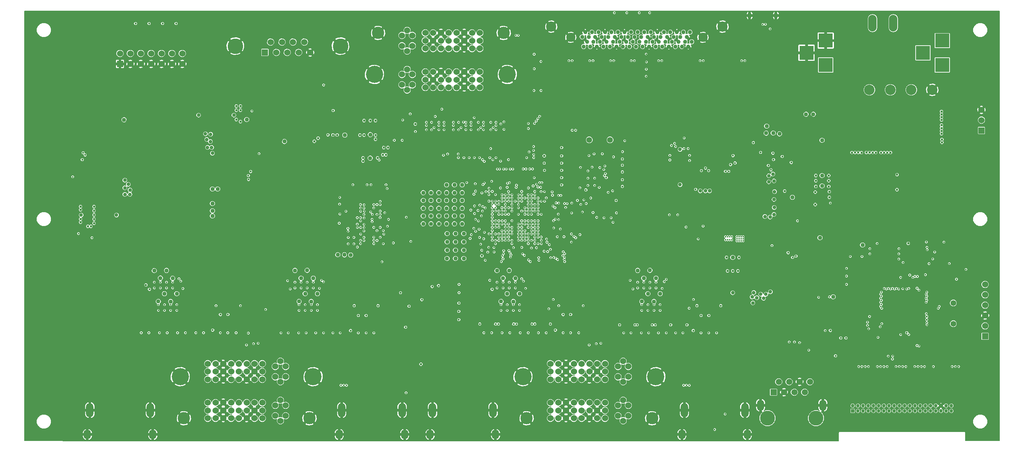
<source format=gbr>
G04 (created by PCBNEW (2013-07-07 BZR 4022)-stable) date 6/4/2014 10:32:15 AM*
%MOIN*%
G04 Gerber Fmt 3.4, Leading zero omitted, Abs format*
%FSLAX34Y34*%
G01*
G70*
G90*
G04 APERTURE LIST*
%ADD10C,0.00590551*%
%ADD11C,0.15*%
%ADD12R,0.06X0.06*%
%ADD13C,0.06*%
%ADD14C,0.1*%
%ADD15C,0.0393701*%
%ADD16C,0.0885827*%
%ADD17C,0.0984252*%
%ADD18C,0.1437*%
%ADD19R,0.0591X0.0591*%
%ADD20C,0.0591*%
%ADD21O,0.0669291X0.106299*%
%ADD22O,0.08X0.16*%
%ADD23C,0.165354*%
%ADD24C,0.11811*%
%ADD25O,0.0393701X0.06*%
%ADD26C,0.056*%
%ADD27C,0.04*%
%ADD28O,0.0708661X0.137795*%
%ADD29O,0.0708661X0.0925197*%
%ADD30R,0.1378X0.1378*%
%ADD31R,0.034X0.034*%
%ADD32C,0.034*%
%ADD33C,0.035*%
%ADD34C,0.024*%
%ADD35C,0.016*%
%ADD36C,0.02*%
%ADD37C,0.005*%
%ADD38C,0.01*%
%ADD39C,0.012*%
%ADD40C,0.006*%
G04 APERTURE END LIST*
G54D10*
G54D11*
X39734Y-20815D03*
X29606Y-20815D03*
G54D12*
X32456Y-21422D03*
G54D13*
X33556Y-21422D03*
X34606Y-21422D03*
X35706Y-21422D03*
X36806Y-21422D03*
X33006Y-20422D03*
X34106Y-20422D03*
X35156Y-20422D03*
X36256Y-20422D03*
G54D14*
X90660Y-25030D03*
X92687Y-25030D03*
X94695Y-25030D03*
X96722Y-25030D03*
G54D15*
X63308Y-19472D03*
X63938Y-19472D03*
X64568Y-19472D03*
X65198Y-19472D03*
X65828Y-19472D03*
X66458Y-19472D03*
X67088Y-19472D03*
X67718Y-19472D03*
X68348Y-19472D03*
X68978Y-19472D03*
X69607Y-19472D03*
X70237Y-19472D03*
X70867Y-19472D03*
X71497Y-19472D03*
X72127Y-19472D03*
X72757Y-19472D03*
X73387Y-19472D03*
X73080Y-19924D03*
X72450Y-19924D03*
X71820Y-19924D03*
X71190Y-19924D03*
X70560Y-19924D03*
X69930Y-19924D03*
X69300Y-19924D03*
X68670Y-19924D03*
X68040Y-19924D03*
X67410Y-19924D03*
X66780Y-19924D03*
X66150Y-19924D03*
X65520Y-19924D03*
X64891Y-19924D03*
X64261Y-19924D03*
X63631Y-19924D03*
X63001Y-19924D03*
X63466Y-20397D03*
X64096Y-20397D03*
X64726Y-20397D03*
X65355Y-20397D03*
X65985Y-20397D03*
X66615Y-20397D03*
X67245Y-20397D03*
X67875Y-20397D03*
X68505Y-20397D03*
X69135Y-20397D03*
X69765Y-20397D03*
X70395Y-20397D03*
X71025Y-20397D03*
X71655Y-20397D03*
X72285Y-20397D03*
X72915Y-20397D03*
X73544Y-20397D03*
X73230Y-20850D03*
X72600Y-20850D03*
X71970Y-20850D03*
X71340Y-20850D03*
X70080Y-20850D03*
X68190Y-20850D03*
X67560Y-20850D03*
X66930Y-20850D03*
X66300Y-20850D03*
X65670Y-20850D03*
X65040Y-20850D03*
X64410Y-20850D03*
X63780Y-20850D03*
X63150Y-20850D03*
G54D16*
X74635Y-19964D03*
X61909Y-19964D03*
G54D17*
X60030Y-18930D03*
X76515Y-18930D03*
G54D15*
X70710Y-20850D03*
X68820Y-20850D03*
X69450Y-20850D03*
G54D18*
X85523Y-56698D03*
X80850Y-56698D03*
G54D19*
X81435Y-54198D03*
G54D20*
X81935Y-53198D03*
X82435Y-54198D03*
X82935Y-53198D03*
X83435Y-54198D03*
X83935Y-53198D03*
X84435Y-54198D03*
X84935Y-53198D03*
G54D21*
X80185Y-55454D03*
X86185Y-55454D03*
G54D22*
X90962Y-18600D03*
X92962Y-18600D03*
G54D13*
X59950Y-52950D03*
X60700Y-52950D03*
X61450Y-52950D03*
X62200Y-52950D03*
X62950Y-52950D03*
X63700Y-52950D03*
X64450Y-52950D03*
X65200Y-52950D03*
X59950Y-52200D03*
X60700Y-52200D03*
X61450Y-52200D03*
X62200Y-52200D03*
X62950Y-52200D03*
X63700Y-52200D03*
X64450Y-52200D03*
X65200Y-52200D03*
X60700Y-51450D03*
X61450Y-51450D03*
X62200Y-51450D03*
X62950Y-51450D03*
X63700Y-51450D03*
X59950Y-51450D03*
X64450Y-51450D03*
X65200Y-51450D03*
X59950Y-55210D03*
X60700Y-55210D03*
X61450Y-55210D03*
X62200Y-55210D03*
X62950Y-55210D03*
X63700Y-55210D03*
X64450Y-55210D03*
X65200Y-55210D03*
X59950Y-55960D03*
X60700Y-55960D03*
X61450Y-55960D03*
X62200Y-55960D03*
X62950Y-55960D03*
X63700Y-55960D03*
X64450Y-55960D03*
X65200Y-55960D03*
X59950Y-56710D03*
X60700Y-56710D03*
X61450Y-56710D03*
X62200Y-56710D03*
X62950Y-56710D03*
X63700Y-56710D03*
X64450Y-56710D03*
X65200Y-56710D03*
X66950Y-51206D03*
X66950Y-53194D03*
X66950Y-54966D03*
X66950Y-56954D03*
X66450Y-51706D03*
X67450Y-51706D03*
X66450Y-55466D03*
X67450Y-55466D03*
X66450Y-52706D03*
X66450Y-56466D03*
X67450Y-52706D03*
X67450Y-56466D03*
G54D23*
X70097Y-52706D03*
X57302Y-52706D03*
G54D24*
X57656Y-56710D03*
X69743Y-56710D03*
G54D25*
X81653Y-17862D03*
X79121Y-17862D03*
G54D26*
X63691Y-29852D03*
X65691Y-29852D03*
G54D27*
X50700Y-34200D03*
X48450Y-37200D03*
X49200Y-37200D03*
X48450Y-36450D03*
X50800Y-39700D03*
X49200Y-37950D03*
X51600Y-38900D03*
X49950Y-37200D03*
X51450Y-34950D03*
X50700Y-35700D03*
X51450Y-35700D03*
X51450Y-37200D03*
X49950Y-34950D03*
X51450Y-34200D03*
X49950Y-34200D03*
X49950Y-35700D03*
X50700Y-34950D03*
X50700Y-36450D03*
X48450Y-34950D03*
X50700Y-37950D03*
X49950Y-37950D03*
X49200Y-34950D03*
X51450Y-36450D03*
X49200Y-35700D03*
X49950Y-36450D03*
X47700Y-34950D03*
X51450Y-37950D03*
X50700Y-37200D03*
X50800Y-38900D03*
X50000Y-39700D03*
X51600Y-40500D03*
X51600Y-39700D03*
X50800Y-40500D03*
X47700Y-36450D03*
X47700Y-37200D03*
X49200Y-36450D03*
X48450Y-35700D03*
X47700Y-35700D03*
X49993Y-41296D03*
X50000Y-38900D03*
X50803Y-41301D03*
X50000Y-40500D03*
X51600Y-41300D03*
X47700Y-37950D03*
X48450Y-37950D03*
G54D13*
X53150Y-23300D03*
X52400Y-23300D03*
X51650Y-23300D03*
X50900Y-23300D03*
X50150Y-23300D03*
X49400Y-23300D03*
X48650Y-23300D03*
X47900Y-23300D03*
X53150Y-24050D03*
X52400Y-24050D03*
X51650Y-24050D03*
X50900Y-24050D03*
X50150Y-24050D03*
X49400Y-24050D03*
X48650Y-24050D03*
X47900Y-24050D03*
X52400Y-24800D03*
X51650Y-24800D03*
X50900Y-24800D03*
X50150Y-24800D03*
X49400Y-24800D03*
X53150Y-24800D03*
X48650Y-24800D03*
X47900Y-24800D03*
X53150Y-21040D03*
X52400Y-21040D03*
X51650Y-21040D03*
X50900Y-21040D03*
X50150Y-21040D03*
X49400Y-21040D03*
X48650Y-21040D03*
X47900Y-21040D03*
X53150Y-20290D03*
X52400Y-20290D03*
X51650Y-20290D03*
X50900Y-20290D03*
X50150Y-20290D03*
X49400Y-20290D03*
X48650Y-20290D03*
X47900Y-20290D03*
X53150Y-19540D03*
X52400Y-19540D03*
X51650Y-19540D03*
X50900Y-19540D03*
X50150Y-19540D03*
X49400Y-19540D03*
X48650Y-19540D03*
X47900Y-19540D03*
X46150Y-25044D03*
X46150Y-23056D03*
X46150Y-21284D03*
X46150Y-19296D03*
X46650Y-24544D03*
X45650Y-24544D03*
X46650Y-20784D03*
X45650Y-20784D03*
X46650Y-23544D03*
X46650Y-19784D03*
X45650Y-23544D03*
X45650Y-19784D03*
G54D23*
X43002Y-23544D03*
X55797Y-23544D03*
G54D24*
X55443Y-19540D03*
X43356Y-19540D03*
G54D13*
X26950Y-52950D03*
X27700Y-52950D03*
X28450Y-52950D03*
X29200Y-52950D03*
X29950Y-52950D03*
X30700Y-52950D03*
X31450Y-52950D03*
X32200Y-52950D03*
X26950Y-52200D03*
X27700Y-52200D03*
X28450Y-52200D03*
X29200Y-52200D03*
X29950Y-52200D03*
X30700Y-52200D03*
X31450Y-52200D03*
X32200Y-52200D03*
X27700Y-51450D03*
X28450Y-51450D03*
X29200Y-51450D03*
X29950Y-51450D03*
X30700Y-51450D03*
X26950Y-51450D03*
X31450Y-51450D03*
X32200Y-51450D03*
X26950Y-55210D03*
X27700Y-55210D03*
X28450Y-55210D03*
X29200Y-55210D03*
X29950Y-55210D03*
X30700Y-55210D03*
X31450Y-55210D03*
X32200Y-55210D03*
X26950Y-55960D03*
X27700Y-55960D03*
X28450Y-55960D03*
X29200Y-55960D03*
X29950Y-55960D03*
X30700Y-55960D03*
X31450Y-55960D03*
X32200Y-55960D03*
X26950Y-56710D03*
X27700Y-56710D03*
X28450Y-56710D03*
X29200Y-56710D03*
X29950Y-56710D03*
X30700Y-56710D03*
X31450Y-56710D03*
X32200Y-56710D03*
X33950Y-51206D03*
X33950Y-53194D03*
X33950Y-54966D03*
X33950Y-56954D03*
X33450Y-51706D03*
X34450Y-51706D03*
X33450Y-55466D03*
X34450Y-55466D03*
X33450Y-52706D03*
X33450Y-56466D03*
X34450Y-52706D03*
X34450Y-56466D03*
G54D23*
X37097Y-52706D03*
X24302Y-52706D03*
G54D24*
X24656Y-56710D03*
X36743Y-56710D03*
G54D28*
X21422Y-55926D03*
X15595Y-55926D03*
G54D29*
X21658Y-58272D03*
X15359Y-58272D03*
G54D28*
X45672Y-55926D03*
X39845Y-55926D03*
G54D29*
X45908Y-58272D03*
X39609Y-58272D03*
G54D28*
X78672Y-55926D03*
X72845Y-55926D03*
G54D29*
X78908Y-58272D03*
X72609Y-58272D03*
G54D28*
X54422Y-55926D03*
X48595Y-55926D03*
G54D29*
X54658Y-58272D03*
X48359Y-58272D03*
G54D30*
X97668Y-22641D03*
X97668Y-20279D03*
X95818Y-21460D03*
X86455Y-22641D03*
X86455Y-20279D03*
X84605Y-21460D03*
G54D12*
X18500Y-22525D03*
G54D13*
X18500Y-21525D03*
X19500Y-22525D03*
X19500Y-21525D03*
X20500Y-22525D03*
X20500Y-21525D03*
X21500Y-22525D03*
X21500Y-21525D03*
X22500Y-22525D03*
X22500Y-21525D03*
X23500Y-22525D03*
X23500Y-21525D03*
X24500Y-22525D03*
X24500Y-21525D03*
G54D12*
X101800Y-48800D03*
G54D13*
X101800Y-47800D03*
X101800Y-46800D03*
X101800Y-45800D03*
X101800Y-44800D03*
X101800Y-43800D03*
G54D26*
X98740Y-45584D03*
X98740Y-47584D03*
G54D12*
X101450Y-28950D03*
G54D13*
X101450Y-27950D03*
X101450Y-26950D03*
G54D31*
X89050Y-56000D03*
G54D32*
X89050Y-55500D03*
X89550Y-56000D03*
X89550Y-55500D03*
X90050Y-56000D03*
X90050Y-55500D03*
X90550Y-56000D03*
X90550Y-55500D03*
X91050Y-56000D03*
X91050Y-55500D03*
X91550Y-56000D03*
X91550Y-55500D03*
X92050Y-56000D03*
X92050Y-55500D03*
X92550Y-56000D03*
X92550Y-55500D03*
X93050Y-56000D03*
X93050Y-55500D03*
X93550Y-56000D03*
X93550Y-55500D03*
X94050Y-56000D03*
X94050Y-55500D03*
X94550Y-56000D03*
X94550Y-55500D03*
X95050Y-56000D03*
X95050Y-55500D03*
X95550Y-56000D03*
X95550Y-55500D03*
X96050Y-56000D03*
X96050Y-55500D03*
X96550Y-56000D03*
G54D33*
X96550Y-55500D03*
G54D32*
X97050Y-56000D03*
X97050Y-55500D03*
X97550Y-56000D03*
X97550Y-55500D03*
X98050Y-56000D03*
X98050Y-55500D03*
X98550Y-56000D03*
X98550Y-55500D03*
G54D34*
X82500Y-34800D03*
G54D27*
X90000Y-40000D03*
G54D35*
X84822Y-50144D03*
X58124Y-38609D03*
X62788Y-39000D03*
X65973Y-37805D03*
X94546Y-42894D03*
X65501Y-34925D03*
X74650Y-38177D03*
X96062Y-42860D03*
X67100Y-29943D03*
X58756Y-39870D03*
X80646Y-18711D03*
X62038Y-28932D03*
X62376Y-28932D03*
X80387Y-18719D03*
X95442Y-44358D03*
X53342Y-40500D03*
X65086Y-32712D03*
X88829Y-41106D03*
X93671Y-43126D03*
X53998Y-40217D03*
G54D36*
X66875Y-32950D03*
X21300Y-18636D03*
G54D35*
X95247Y-44165D03*
X66891Y-31000D03*
X59008Y-34429D03*
X58737Y-27803D03*
G54D36*
X23900Y-18635D03*
G54D35*
X95050Y-43032D03*
G54D36*
X66874Y-32300D03*
G54D35*
X58401Y-28275D03*
G54D36*
X20000Y-18636D03*
X66874Y-31699D03*
G54D35*
X58910Y-27584D03*
X95283Y-43031D03*
X59368Y-34846D03*
G54D36*
X61026Y-32100D03*
G54D35*
X57494Y-37664D03*
G54D36*
X59354Y-32100D03*
G54D35*
X57809Y-37664D03*
G54D36*
X61025Y-32798D03*
G54D35*
X58122Y-37664D03*
G54D36*
X59375Y-32798D03*
G54D35*
X57809Y-37035D03*
X58440Y-37663D03*
G54D36*
X61025Y-33499D03*
G54D35*
X58758Y-37661D03*
G54D36*
X61025Y-34200D03*
G54D35*
X60401Y-37508D03*
X61300Y-36000D03*
X57494Y-37979D03*
X60734Y-37547D03*
X62000Y-35957D03*
X65100Y-37378D03*
X57809Y-37979D03*
X58124Y-37979D03*
X65796Y-37374D03*
X63030Y-36814D03*
X58757Y-38925D03*
X64049Y-36867D03*
G54D36*
X61025Y-30600D03*
G54D35*
X58440Y-38925D03*
X60264Y-38354D03*
X64400Y-37329D03*
X58125Y-38294D03*
X58757Y-38296D03*
X63558Y-32850D03*
X62870Y-36091D03*
X64700Y-32529D03*
X60606Y-39200D03*
X57809Y-38294D03*
X41674Y-36741D03*
X55614Y-37044D03*
X55290Y-37035D03*
X42637Y-36808D03*
X43553Y-36731D03*
X54655Y-36090D03*
X42004Y-36125D03*
X54022Y-35140D03*
X55279Y-36400D03*
X43558Y-35787D03*
X54974Y-36725D03*
X42031Y-36737D03*
X55603Y-37972D03*
X43244Y-36094D03*
X41666Y-36418D03*
X54359Y-36100D03*
X42934Y-36416D03*
X54664Y-36720D03*
X41996Y-36441D03*
X54355Y-36729D03*
X43559Y-36106D03*
X55290Y-36714D03*
X41659Y-36096D03*
X52740Y-34800D03*
X42934Y-36096D03*
X52583Y-35100D03*
X53138Y-36153D03*
X43558Y-37047D03*
X43240Y-37047D03*
X53433Y-36283D03*
X43999Y-36884D03*
X52635Y-36225D03*
X41994Y-37051D03*
X54985Y-37659D03*
X55605Y-36720D03*
X43544Y-37351D03*
X41664Y-37361D03*
X53672Y-36416D03*
X54350Y-36409D03*
X41666Y-37674D03*
X41669Y-38301D03*
X53007Y-37670D03*
X43556Y-38298D03*
X52729Y-37520D03*
X41988Y-39261D03*
X53085Y-38472D03*
X52744Y-38674D03*
X42938Y-39236D03*
X43561Y-39250D03*
X52331Y-38998D03*
X41024Y-39266D03*
X53525Y-39394D03*
X43859Y-39871D03*
X52212Y-39364D03*
X41029Y-39890D03*
X53229Y-39918D03*
X41999Y-38006D03*
X52638Y-36964D03*
X42780Y-37748D03*
X52283Y-36625D03*
X53401Y-36722D03*
X44357Y-37525D03*
X52968Y-36664D03*
X41351Y-37986D03*
X54348Y-37344D03*
X43859Y-38611D03*
X41356Y-38305D03*
X53303Y-37183D03*
X41661Y-39550D03*
X54344Y-38294D03*
X52568Y-38383D03*
X43249Y-39561D03*
X54344Y-37664D03*
X43243Y-38616D03*
X41668Y-38935D03*
X54359Y-37964D03*
X41994Y-38636D03*
X54664Y-37974D03*
X41350Y-37359D03*
X55300Y-37659D03*
X54974Y-37974D03*
X42004Y-37386D03*
X54670Y-37655D03*
X42938Y-39866D03*
X41359Y-40196D03*
X53590Y-38777D03*
X41666Y-39867D03*
X53129Y-39261D03*
X54340Y-35770D03*
X42809Y-37051D03*
X56234Y-38610D03*
X57262Y-40846D03*
X56864Y-38294D03*
X57438Y-40995D03*
X58812Y-41226D03*
X57179Y-38609D03*
X57179Y-38294D03*
X58839Y-41478D03*
X61269Y-41382D03*
X57179Y-38925D03*
X61320Y-41595D03*
X56864Y-38609D03*
X57179Y-39553D03*
X61134Y-41018D03*
X57179Y-39240D03*
X61305Y-41175D03*
X61185Y-40658D03*
X57496Y-38924D03*
X61330Y-40844D03*
X57494Y-38609D03*
X60457Y-41277D03*
X56864Y-39553D03*
X60642Y-41394D03*
X56866Y-39240D03*
X59970Y-41214D03*
X57194Y-40227D03*
X60264Y-41190D03*
X57494Y-39553D03*
X55287Y-39551D03*
X55224Y-41595D03*
X55328Y-41045D03*
X55607Y-38918D03*
X55281Y-38612D03*
X55380Y-41328D03*
X55452Y-40544D03*
X55602Y-39557D03*
X55427Y-40836D03*
X55604Y-39242D03*
X56150Y-40954D03*
X55922Y-39552D03*
X56106Y-41151D03*
X55919Y-39234D03*
X55917Y-38922D03*
X55946Y-40535D03*
X55605Y-38610D03*
X56056Y-40752D03*
X55919Y-38610D03*
X57840Y-41435D03*
X55920Y-38290D03*
X58002Y-41596D03*
X54700Y-28163D03*
X55290Y-35145D03*
X54700Y-28476D03*
X54200Y-28163D03*
X53500Y-28162D03*
X53500Y-28477D03*
X55918Y-35459D03*
X53000Y-28162D03*
X52300Y-28475D03*
X52300Y-28163D03*
X57179Y-35146D03*
X51800Y-28476D03*
X51800Y-28162D03*
X57178Y-35461D03*
X50600Y-28164D03*
X50600Y-28477D03*
X58916Y-33980D03*
X57809Y-35144D03*
X51100Y-28162D03*
X48000Y-28160D03*
X56651Y-34437D03*
X48000Y-28477D03*
X48500Y-28162D03*
X49700Y-28164D03*
X56006Y-33983D03*
X56235Y-35146D03*
X49700Y-28477D03*
X49200Y-28164D03*
X49200Y-28477D03*
X55811Y-34043D03*
X56235Y-35459D03*
X46450Y-27350D03*
X58124Y-36090D03*
X60114Y-34878D03*
X49495Y-26900D03*
X60152Y-35196D03*
X59552Y-35456D03*
X45729Y-27940D03*
X55449Y-32675D03*
X55688Y-32676D03*
X54833Y-32675D03*
X55056Y-32675D03*
X57326Y-32661D03*
X57593Y-32661D03*
X57956Y-32660D03*
X58229Y-32660D03*
X56322Y-32675D03*
X59381Y-35779D03*
X56085Y-32675D03*
X58755Y-35774D03*
X55470Y-28124D03*
X56865Y-36092D03*
X58380Y-21600D03*
X60735Y-35951D03*
X58395Y-23000D03*
X57809Y-36405D03*
X60944Y-35216D03*
X58364Y-25100D03*
X58125Y-36405D03*
X60726Y-35214D03*
X60496Y-35930D03*
X67728Y-22221D03*
X68042Y-22224D03*
X65730Y-22222D03*
X66043Y-22224D03*
X63728Y-22222D03*
X64044Y-22222D03*
X61727Y-22223D03*
X62043Y-22223D03*
X78357Y-22221D03*
X78672Y-22222D03*
X74358Y-22218D03*
X74673Y-22223D03*
X70358Y-22221D03*
X70671Y-22222D03*
G54D36*
X22600Y-18634D03*
G54D35*
X94852Y-43123D03*
X58577Y-28040D03*
G54D36*
X66874Y-33700D03*
G54D35*
X58755Y-35459D03*
X46050Y-54250D03*
X30855Y-48500D03*
X62674Y-48466D03*
X59791Y-46151D03*
X61167Y-48464D03*
X61891Y-48465D03*
X42950Y-48473D03*
X41450Y-48474D03*
X42200Y-48475D03*
X73300Y-46096D03*
X75945Y-48474D03*
X74445Y-48473D03*
X75195Y-48473D03*
X29684Y-48464D03*
X28166Y-48464D03*
X28881Y-48464D03*
X56377Y-46306D03*
X56377Y-45752D03*
X57810Y-48462D03*
X59574Y-39418D03*
G54D27*
X56376Y-45449D03*
X56376Y-45449D03*
X55985Y-42452D03*
G54D35*
X55983Y-43586D03*
X55983Y-44141D03*
X57036Y-48462D03*
X59068Y-39558D03*
X55786Y-46306D03*
X55786Y-45751D03*
X58756Y-38610D03*
X56040Y-48463D03*
G54D27*
X55785Y-44694D03*
X55785Y-44694D03*
G54D35*
X55392Y-43586D03*
G54D27*
X55394Y-43184D03*
X55394Y-43184D03*
G54D35*
X58447Y-38617D03*
X55392Y-44140D03*
X55290Y-48463D03*
X55196Y-46306D03*
X59616Y-39726D03*
X55195Y-45751D03*
X54290Y-48464D03*
G54D27*
X55196Y-45446D03*
X55196Y-45446D03*
G54D35*
X54802Y-43586D03*
X54802Y-44141D03*
X53540Y-48463D03*
X59068Y-39872D03*
G54D27*
X54802Y-42470D03*
G54D35*
X62216Y-39177D03*
X57178Y-43254D03*
X57178Y-43254D03*
X56967Y-46306D03*
X58755Y-37976D03*
X56967Y-45751D03*
X59540Y-48463D03*
G54D27*
X56966Y-44693D03*
X56966Y-44693D03*
G54D35*
X56574Y-44141D03*
X58429Y-37977D03*
X56574Y-43586D03*
X58790Y-48463D03*
G54D27*
X56572Y-43208D03*
X56572Y-43208D03*
G54D35*
X60906Y-38451D03*
X62378Y-39301D03*
X57361Y-43489D03*
X57361Y-43489D03*
X61974Y-38934D03*
X57560Y-44182D03*
X69923Y-46308D03*
X69924Y-45752D03*
G54D27*
X69922Y-45447D03*
G54D35*
X71100Y-48472D03*
X60190Y-36240D03*
X60386Y-36398D03*
X69529Y-44141D03*
X69528Y-43589D03*
X70350Y-48472D03*
G54D27*
X69529Y-42446D03*
G54D35*
X69332Y-46307D03*
X58755Y-36090D03*
G54D27*
X69331Y-44695D03*
G54D35*
X69335Y-45751D03*
X69400Y-48474D03*
X68938Y-44142D03*
X58440Y-36090D03*
X68936Y-43583D03*
X68700Y-48473D03*
G54D27*
X68938Y-43198D03*
G54D35*
X68741Y-46308D03*
X58125Y-36720D03*
G54D27*
X68741Y-45445D03*
G54D35*
X68741Y-45751D03*
X67700Y-48474D03*
G54D27*
X68348Y-42450D03*
G54D35*
X57809Y-36720D03*
X68348Y-44141D03*
X68345Y-43584D03*
X67000Y-48473D03*
X70709Y-44187D03*
X58755Y-36405D03*
X70513Y-46305D03*
X70509Y-45748D03*
X72700Y-48473D03*
X58753Y-36720D03*
G54D27*
X70513Y-44692D03*
G54D35*
X58440Y-36720D03*
X70118Y-44140D03*
X70117Y-43583D03*
X72000Y-48472D03*
G54D27*
X70119Y-43199D03*
G54D35*
X61414Y-36382D03*
X60708Y-37022D03*
X70909Y-43527D03*
X71103Y-43303D03*
X57494Y-36720D03*
X54346Y-39551D03*
X36923Y-46306D03*
X36922Y-45751D03*
G54D27*
X36922Y-45447D03*
G54D35*
X38100Y-48472D03*
X54345Y-39243D03*
X36529Y-43586D03*
X36528Y-44141D03*
X37350Y-48473D03*
G54D27*
X36529Y-42446D03*
G54D35*
X36332Y-46307D03*
X53913Y-40689D03*
X36332Y-45751D03*
X36422Y-48471D03*
G54D27*
X36331Y-44695D03*
G54D35*
X35938Y-44141D03*
G54D27*
X35938Y-43198D03*
G54D35*
X35938Y-43586D03*
X35700Y-48473D03*
X54660Y-39554D03*
X35741Y-46306D03*
X35741Y-45751D03*
G54D27*
X35741Y-45445D03*
G54D35*
X54969Y-39561D03*
X34700Y-48473D03*
X35347Y-44141D03*
X35348Y-43587D03*
G54D27*
X35348Y-42450D03*
G54D35*
X54970Y-39246D03*
X34000Y-48471D03*
X37710Y-44177D03*
X55292Y-38925D03*
X37513Y-46306D03*
X37513Y-45752D03*
G54D27*
X37513Y-44692D03*
G54D35*
X39700Y-48474D03*
X56390Y-40254D03*
X56236Y-39557D03*
X37119Y-43586D03*
G54D27*
X37119Y-43199D03*
G54D35*
X37119Y-44140D03*
X39000Y-48473D03*
X54655Y-38928D03*
X37907Y-43410D03*
X58600Y-40260D03*
X38104Y-43549D03*
X58434Y-39864D03*
X23376Y-46307D03*
X23377Y-45751D03*
X24800Y-48463D03*
X58599Y-34137D03*
G54D27*
X23376Y-45449D03*
X23376Y-45449D03*
G54D35*
X22983Y-43585D03*
X22983Y-44141D03*
X24050Y-48465D03*
X58749Y-34398D03*
G54D27*
X22985Y-42452D03*
X22985Y-42452D03*
G54D35*
X22786Y-46307D03*
X53453Y-34167D03*
X22786Y-45751D03*
X23050Y-48464D03*
G54D27*
X22785Y-44694D03*
G54D35*
X22392Y-44140D03*
X53597Y-34012D03*
X22392Y-43586D03*
X22300Y-48464D03*
G54D27*
X22394Y-43184D03*
X22394Y-43184D03*
G54D35*
X22198Y-46306D03*
X54032Y-34517D03*
G54D27*
X22196Y-45446D03*
G54D35*
X22195Y-45751D03*
X21285Y-48465D03*
X21802Y-44140D03*
X21801Y-43586D03*
X54031Y-34831D03*
X20544Y-48463D03*
G54D27*
X21802Y-42470D03*
X21802Y-42470D03*
G54D35*
X24178Y-43254D03*
X54659Y-35774D03*
X23967Y-46306D03*
X58280Y-34294D03*
X23967Y-45752D03*
X26550Y-48463D03*
G54D27*
X23966Y-44693D03*
X23966Y-44693D03*
G54D35*
X23574Y-44144D03*
G54D27*
X23572Y-43208D03*
X23572Y-43208D03*
G54D35*
X23574Y-43586D03*
X25800Y-48464D03*
X58438Y-35146D03*
X56235Y-36405D03*
X55602Y-36092D03*
X24361Y-43489D03*
X24361Y-43489D03*
X54975Y-36090D03*
X24558Y-44199D03*
X96230Y-40456D03*
X91740Y-45916D03*
X98356Y-41786D03*
X91811Y-45329D03*
X94458Y-48635D03*
X93500Y-40350D03*
X91403Y-39850D03*
X93671Y-48636D03*
G54D34*
X43100Y-28000D03*
X42000Y-28000D03*
X42600Y-28000D03*
X42000Y-29400D03*
X41600Y-29400D03*
X43100Y-29800D03*
X43100Y-29400D03*
G54D35*
X93495Y-41350D03*
X58329Y-30876D03*
G54D27*
X40148Y-29396D03*
X42599Y-29348D03*
G54D34*
X39408Y-29382D03*
X39003Y-29382D03*
G54D36*
X38525Y-29375D03*
G54D35*
X90705Y-40850D03*
X58334Y-31274D03*
G54D33*
X26725Y-29265D03*
X27400Y-31140D03*
X27325Y-30590D03*
X26925Y-30590D03*
X26850Y-29815D03*
X27200Y-30015D03*
X27225Y-29315D03*
X26075Y-27465D03*
G54D35*
X97395Y-45916D03*
X96123Y-45128D03*
X98628Y-51725D03*
X98943Y-51724D03*
X96192Y-45326D03*
X99257Y-51725D03*
X96122Y-45522D03*
X91740Y-45129D03*
X89628Y-51725D03*
X90572Y-51725D03*
X91818Y-44538D03*
X91820Y-44930D03*
X89943Y-51726D03*
X90257Y-51725D03*
X91738Y-44735D03*
X91428Y-51725D03*
X92096Y-44186D03*
X92687Y-44241D03*
X92372Y-51725D03*
X91743Y-51725D03*
X92293Y-44241D03*
X92057Y-51726D03*
X92490Y-44187D03*
X93228Y-51723D03*
X92884Y-44187D03*
X93474Y-44241D03*
X94172Y-51726D03*
X93080Y-44241D03*
X93543Y-51724D03*
X93857Y-51725D03*
X93277Y-44187D03*
X95028Y-51723D03*
X94262Y-44242D03*
X96124Y-44735D03*
X95972Y-51726D03*
X95343Y-51725D03*
X94458Y-44188D03*
X95657Y-51725D03*
X96193Y-44538D03*
X96828Y-51725D03*
X96192Y-44931D03*
X99046Y-43299D03*
X96138Y-46620D03*
X89952Y-41106D03*
X58125Y-39555D03*
X59838Y-39966D03*
X91845Y-46113D03*
X96144Y-39710D03*
X91739Y-45522D03*
X56847Y-19779D03*
X97842Y-39720D03*
X96208Y-40214D03*
X91812Y-45719D03*
X96947Y-40676D03*
X56625Y-19775D03*
X83445Y-49353D03*
X95245Y-49698D03*
X82943Y-49352D03*
X95442Y-49746D03*
X90676Y-46899D03*
X58119Y-40285D03*
X58438Y-39240D03*
G54D36*
X48565Y-44006D03*
G54D35*
X59944Y-40418D03*
X96198Y-47692D03*
X97296Y-46110D03*
X96189Y-47489D03*
G54D36*
X51133Y-45600D03*
G54D35*
X57809Y-39238D03*
X59339Y-40599D03*
X57811Y-39555D03*
X59681Y-40632D03*
X51150Y-44600D03*
G54D36*
X96180Y-47198D03*
G54D35*
X76767Y-56302D03*
X90477Y-47753D03*
X75764Y-57798D03*
X90479Y-47440D03*
X86900Y-35950D03*
G54D34*
X85450Y-36100D03*
X85450Y-34900D03*
X86800Y-34850D03*
X86800Y-35400D03*
X85500Y-33300D03*
X85500Y-33800D03*
X85500Y-34350D03*
X86750Y-34350D03*
X86750Y-33800D03*
X86750Y-33300D03*
G54D36*
X86901Y-48246D03*
G54D27*
X86100Y-33300D03*
X86100Y-34300D03*
G54D36*
X73930Y-34625D03*
G54D33*
X74380Y-34775D03*
X74880Y-34775D03*
X75280Y-34775D03*
G54D36*
X74480Y-32825D03*
X75180Y-32825D03*
X74880Y-32575D03*
G54D33*
X72430Y-34175D03*
G54D36*
X87900Y-48968D03*
G54D33*
X18160Y-37105D03*
X18975Y-34490D03*
X18975Y-33740D03*
X19300Y-34140D03*
X19475Y-34690D03*
X19450Y-35115D03*
X18975Y-35115D03*
G54D35*
X43456Y-31800D03*
X91488Y-48909D03*
X83738Y-37666D03*
X90593Y-48081D03*
X31200Y-27075D03*
X91707Y-47884D03*
X72824Y-29675D03*
X91853Y-47591D03*
X15800Y-39300D03*
G54D34*
X97600Y-27665D03*
X97600Y-27390D03*
X97650Y-29815D03*
X97650Y-30090D03*
X97600Y-28440D03*
X97600Y-28715D03*
X97600Y-29265D03*
X97600Y-28990D03*
X97600Y-27940D03*
X97600Y-27115D03*
G54D33*
X79445Y-45585D03*
X79820Y-45085D03*
X77500Y-44600D03*
X79370Y-45010D03*
X79520Y-44585D03*
X80470Y-45135D03*
X81120Y-44510D03*
X80695Y-44735D03*
X80195Y-44735D03*
G54D34*
X92694Y-31080D03*
X92388Y-31080D03*
X91782Y-31082D03*
X92086Y-31080D03*
X88974Y-31080D03*
X89280Y-31078D03*
X89898Y-31084D03*
X89592Y-31078D03*
X90368Y-31078D03*
X90670Y-31078D03*
X91268Y-31080D03*
X90976Y-31080D03*
G54D35*
X57809Y-38924D03*
X56864Y-35461D03*
X54400Y-31779D03*
X55916Y-34835D03*
X54659Y-35144D03*
X51618Y-31577D03*
X55144Y-31907D03*
X57809Y-35774D03*
X58125Y-35144D03*
X55900Y-31765D03*
X55604Y-35146D03*
X52128Y-31577D03*
X55781Y-34428D03*
X53121Y-31577D03*
X52627Y-31577D03*
X56233Y-35774D03*
X56864Y-35146D03*
X54700Y-31577D03*
X56235Y-36090D03*
X53400Y-31760D03*
X49650Y-31337D03*
X55914Y-35781D03*
X54442Y-28677D03*
X55291Y-35462D03*
X53241Y-28677D03*
X55610Y-35461D03*
X59119Y-33981D03*
X51340Y-28677D03*
X57809Y-35461D03*
X48740Y-28677D03*
X56682Y-34233D03*
X55471Y-28837D03*
X56864Y-35775D03*
X51084Y-31577D03*
X55291Y-35775D03*
X54333Y-38917D03*
X53670Y-41469D03*
X58439Y-39555D03*
X54976Y-35782D03*
X58125Y-35459D03*
X54527Y-40670D03*
X55291Y-37979D03*
X54503Y-40246D03*
G54D36*
X46337Y-45900D03*
G54D35*
X58755Y-39240D03*
X58438Y-35461D03*
X57822Y-28273D03*
X57823Y-28761D03*
X57810Y-36090D03*
X62545Y-35700D03*
X58755Y-37033D03*
X60239Y-37659D03*
X57892Y-31024D03*
X57494Y-36405D03*
X54346Y-34831D03*
X52711Y-34086D03*
X54118Y-31576D03*
X56556Y-35769D03*
G54D34*
X41900Y-31900D03*
X41900Y-31600D03*
X44300Y-30600D03*
X43900Y-30600D03*
X44100Y-31300D03*
X43800Y-31300D03*
X43300Y-31600D03*
G54D35*
X58330Y-30494D03*
X93496Y-40850D03*
G54D27*
X42591Y-31617D03*
G54D35*
X42294Y-34186D03*
X42669Y-34185D03*
X40923Y-34186D03*
X44119Y-34188D03*
X46071Y-37323D03*
X39618Y-37898D03*
X39647Y-36053D03*
X39664Y-35407D03*
X54979Y-38290D03*
X39673Y-37006D03*
X53347Y-34977D03*
X54344Y-38609D03*
G54D27*
X34340Y-30010D03*
X30700Y-27900D03*
X40120Y-40940D03*
X39470Y-40930D03*
X40710Y-40960D03*
G54D34*
X30100Y-28100D03*
X29700Y-27900D03*
X29700Y-27000D03*
X29700Y-26600D03*
X30100Y-26600D03*
X30100Y-27000D03*
G54D35*
X44221Y-34552D03*
X90705Y-40350D03*
X58338Y-31560D03*
X40450Y-38400D03*
G54D33*
X29475Y-27465D03*
G54D34*
X37207Y-29994D03*
X37574Y-29689D03*
G54D35*
X54344Y-37034D03*
X54655Y-36400D03*
X40464Y-38681D03*
X40477Y-39274D03*
X40467Y-39884D03*
X43730Y-41618D03*
X40254Y-36736D03*
X46500Y-39658D03*
X44824Y-39800D03*
X41999Y-38321D03*
X54029Y-35766D03*
X54033Y-38920D03*
X54985Y-37044D03*
X42934Y-38301D03*
X42938Y-39556D03*
X41988Y-39571D03*
X44261Y-38188D03*
X43906Y-38941D03*
X54664Y-38290D03*
X84549Y-49335D03*
X82440Y-49383D03*
G54D27*
X59983Y-29540D03*
X60012Y-20502D03*
X99939Y-19425D03*
X98917Y-26635D03*
X79542Y-50019D03*
X49545Y-50016D03*
X100455Y-24990D03*
X99421Y-25032D03*
X95466Y-27587D03*
X20000Y-40000D03*
X10000Y-50000D03*
X10000Y-40000D03*
X10000Y-30000D03*
X10004Y-32499D03*
X9999Y-20001D03*
G54D35*
X32376Y-35028D03*
X13704Y-29766D03*
X85026Y-39754D03*
X95319Y-27167D03*
X94878Y-27153D03*
X94402Y-27153D03*
X94010Y-27230D03*
X94045Y-27699D03*
X94395Y-27923D03*
X95032Y-27888D03*
X95291Y-28119D03*
X95053Y-28434D03*
X94605Y-28399D03*
X94227Y-28427D03*
X94185Y-29309D03*
X94556Y-29540D03*
X95046Y-29715D03*
X95081Y-30660D03*
X95067Y-31003D03*
X94899Y-31290D03*
X94290Y-31003D03*
X93947Y-30471D03*
X93968Y-29897D03*
X93506Y-29897D03*
X93504Y-30345D03*
X93033Y-30324D03*
X93033Y-29835D03*
X92421Y-29820D03*
X91818Y-29826D03*
X91284Y-29838D03*
X90861Y-29847D03*
X90453Y-29856D03*
X89733Y-29862D03*
X89124Y-29850D03*
X89424Y-29842D03*
X92082Y-35502D03*
X92076Y-35292D03*
X92337Y-36642D03*
X92382Y-36330D03*
X92745Y-36306D03*
X90909Y-34083D03*
X90671Y-34182D03*
X90450Y-34220D03*
X90195Y-34223D03*
X89949Y-34227D03*
G54D33*
X12600Y-25200D03*
X12000Y-25200D03*
X11400Y-25200D03*
X13200Y-25800D03*
X13800Y-25800D03*
X14400Y-25800D03*
X9600Y-25800D03*
X10200Y-25800D03*
X10800Y-25800D03*
X12600Y-26400D03*
X12000Y-26400D03*
X11400Y-26400D03*
X14400Y-26400D03*
X13800Y-26400D03*
X13200Y-26400D03*
X9600Y-26400D03*
X10200Y-26400D03*
X10800Y-26400D03*
X12600Y-25800D03*
X12000Y-25800D03*
X11400Y-25800D03*
X13200Y-25200D03*
X13800Y-25200D03*
X14400Y-25200D03*
X9600Y-25200D03*
X10200Y-25200D03*
X10800Y-25200D03*
X16475Y-29965D03*
X16475Y-29390D03*
X16425Y-28715D03*
X16450Y-28115D03*
X16475Y-27465D03*
X15000Y-26400D03*
X15600Y-26400D03*
X16300Y-26400D03*
G54D35*
X58400Y-32878D03*
X79875Y-18705D03*
X82353Y-20049D03*
X83188Y-17624D03*
G54D33*
X13300Y-41000D03*
X12800Y-41000D03*
X12300Y-41000D03*
X11700Y-41000D03*
X11600Y-39700D03*
X12100Y-39700D03*
X13300Y-40400D03*
X12600Y-40400D03*
X12100Y-40400D03*
X11600Y-40400D03*
X11100Y-40400D03*
X10600Y-40300D03*
X10100Y-40300D03*
X10100Y-39700D03*
X10600Y-39700D03*
X11100Y-39700D03*
X10100Y-41000D03*
X10600Y-41000D03*
X11100Y-41000D03*
X12700Y-39700D03*
X13300Y-39700D03*
G54D35*
X79850Y-26600D03*
X80213Y-22778D03*
X65542Y-31664D03*
X97464Y-41307D03*
X65280Y-35388D03*
X96278Y-40992D03*
G54D36*
X88772Y-57399D03*
X98776Y-57406D03*
G54D35*
X36158Y-43526D03*
X23646Y-45651D03*
X35148Y-44230D03*
X35495Y-43393D03*
X35150Y-43498D03*
X35496Y-44297D03*
X23062Y-46460D03*
X23222Y-44313D03*
X35864Y-46498D03*
X55590Y-44212D03*
X56424Y-44412D03*
X54605Y-44248D03*
X54540Y-45465D03*
X36018Y-45619D03*
X69485Y-45468D03*
G54D36*
X23778Y-43500D03*
X23778Y-43500D03*
G54D35*
X21999Y-46569D03*
X21605Y-45713D03*
X37200Y-45638D03*
X37206Y-46423D03*
X36492Y-45572D03*
X35353Y-45660D03*
X36920Y-43463D03*
X36959Y-44306D03*
X36135Y-44221D03*
X55473Y-45617D03*
X55461Y-46456D03*
X55949Y-45543D03*
X56667Y-46422D03*
X54605Y-45708D03*
G54D36*
X31272Y-34536D03*
G54D35*
X30618Y-34629D03*
G54D36*
X14646Y-30210D03*
G54D35*
X15162Y-30070D03*
X84468Y-40772D03*
X84669Y-41289D03*
X44577Y-34561D03*
X43784Y-33383D03*
X48567Y-45360D03*
X56236Y-39236D03*
X53429Y-39074D03*
X69088Y-44408D03*
X68148Y-44230D03*
X68202Y-44577D03*
G54D36*
X94043Y-48585D03*
G54D35*
X94850Y-48581D03*
X61983Y-39219D03*
X54970Y-36400D03*
X56866Y-36720D03*
X54662Y-39239D03*
X22830Y-44352D03*
X21513Y-43475D03*
X58438Y-35777D03*
X58125Y-39240D03*
X58753Y-39555D03*
G54D34*
X70164Y-46443D03*
G54D35*
X51921Y-33541D03*
X40207Y-36299D03*
X55290Y-38294D03*
X59067Y-37982D03*
X60288Y-34120D03*
X22428Y-46478D03*
X68144Y-45429D03*
X68875Y-46553D03*
X53714Y-39869D03*
X34041Y-43444D03*
X47337Y-43373D03*
X57500Y-38300D03*
X67029Y-43405D03*
X53504Y-43423D03*
X20231Y-43077D03*
X19871Y-29315D03*
X90711Y-41350D03*
X72600Y-39413D03*
X71797Y-39415D03*
X84871Y-46141D03*
X26327Y-35315D03*
X57180Y-31223D03*
X55149Y-31223D03*
X53151Y-31223D03*
X52651Y-31223D03*
X51650Y-31223D03*
X57494Y-35144D03*
X53750Y-28150D03*
X76955Y-40500D03*
X60986Y-37502D03*
X73583Y-30094D03*
X82647Y-37667D03*
X20219Y-44277D03*
X33767Y-44243D03*
X66772Y-44245D03*
X53194Y-44280D03*
X35150Y-29846D03*
X31600Y-27700D03*
X14760Y-39700D03*
X57264Y-32898D03*
X57267Y-34102D03*
X59584Y-36493D03*
X48858Y-26200D03*
X65000Y-46805D03*
X64250Y-46805D03*
X65700Y-28300D03*
X63700Y-28300D03*
X53585Y-30373D03*
X100601Y-41600D03*
X100246Y-39300D03*
X93388Y-50184D03*
X93381Y-50790D03*
X91902Y-50499D03*
X92331Y-51228D03*
X57887Y-31784D03*
X57179Y-37036D03*
X55920Y-36714D03*
G54D36*
X78100Y-53400D03*
X77251Y-58536D03*
X77250Y-57062D03*
G54D35*
X73700Y-54094D03*
X49303Y-47138D03*
G54D36*
X75897Y-54594D03*
X74715Y-54605D03*
G54D35*
X53806Y-53200D03*
X52003Y-26892D03*
X48857Y-26900D03*
X94065Y-43107D03*
G54D36*
X96187Y-46310D03*
G54D35*
X97981Y-41999D03*
X46650Y-43900D03*
X54650Y-41394D03*
X46550Y-34300D03*
X41238Y-33383D03*
X45963Y-38088D03*
X38478Y-36752D03*
X38478Y-35400D03*
X38478Y-36050D03*
X38484Y-37450D03*
X38537Y-38100D03*
X58808Y-40265D03*
X59032Y-21600D03*
X59031Y-23699D03*
X59172Y-25799D03*
X87750Y-49650D03*
X72880Y-45250D03*
X59377Y-45249D03*
X63927Y-37341D03*
G54D36*
X87400Y-48975D03*
G54D35*
X89901Y-45883D03*
X91780Y-46725D03*
X91739Y-46506D03*
G54D34*
X94406Y-39095D03*
G54D35*
X64650Y-33817D03*
X62862Y-33150D03*
X65291Y-32711D03*
X64150Y-32245D03*
X63628Y-32257D03*
X63350Y-32231D03*
X62771Y-31607D03*
X64104Y-35451D03*
X62816Y-33900D03*
X62806Y-34252D03*
X62525Y-34823D03*
X65231Y-34265D03*
G54D33*
X17250Y-30065D03*
X17025Y-31440D03*
X16500Y-31440D03*
X16525Y-30990D03*
X16975Y-30990D03*
X16525Y-30540D03*
X17000Y-30540D03*
X17025Y-31890D03*
X16500Y-31890D03*
X16500Y-32440D03*
X17200Y-32465D03*
X17200Y-32915D03*
X16450Y-32915D03*
X17175Y-33315D03*
X17175Y-33890D03*
X17175Y-35065D03*
X17150Y-34540D03*
G54D36*
X100193Y-47580D03*
X100205Y-45580D03*
G54D35*
X66895Y-34995D03*
X53747Y-34475D03*
X58755Y-35144D03*
X56235Y-37977D03*
X56864Y-37662D03*
X56553Y-37348D03*
X58442Y-37033D03*
X59850Y-39150D03*
X55288Y-39870D03*
G54D34*
X91762Y-34069D03*
X92069Y-34054D03*
X92337Y-34050D03*
X92069Y-33534D03*
X92337Y-33530D03*
X91766Y-33526D03*
X91443Y-34058D03*
X91443Y-33526D03*
X94450Y-32865D03*
X95550Y-32865D03*
X95275Y-32865D03*
X94725Y-32865D03*
X95000Y-32865D03*
G54D33*
X79730Y-36975D03*
X74030Y-37350D03*
X75205Y-37325D03*
X76430Y-37275D03*
X79280Y-34875D03*
X79280Y-36250D03*
X78655Y-36125D03*
X78855Y-36625D03*
X77655Y-36625D03*
X76730Y-36475D03*
X77105Y-35550D03*
X78005Y-35750D03*
X78780Y-35575D03*
X79105Y-34400D03*
X79855Y-32250D03*
X79555Y-33600D03*
X79855Y-33300D03*
X79030Y-33050D03*
X79530Y-33050D03*
X79530Y-32525D03*
X79505Y-32050D03*
X79030Y-32050D03*
X79030Y-32525D03*
X79030Y-33600D03*
X28825Y-34590D03*
X29750Y-34690D03*
X29800Y-35365D03*
X29800Y-36040D03*
X29800Y-36715D03*
X29800Y-37215D03*
X29500Y-33690D03*
X29500Y-34140D03*
X29050Y-34140D03*
X29050Y-33690D03*
X29525Y-32665D03*
X29550Y-33165D03*
X29050Y-33165D03*
X29025Y-32665D03*
X29025Y-30365D03*
X28975Y-30990D03*
X28975Y-31465D03*
X29550Y-31465D03*
X29550Y-31940D03*
X28975Y-31940D03*
X29150Y-29265D03*
X29050Y-29690D03*
X87045Y-42385D03*
X86470Y-42385D03*
X85995Y-42410D03*
X85120Y-42460D03*
X84495Y-43210D03*
X84570Y-42460D03*
X82970Y-42560D03*
X83470Y-42560D03*
X83470Y-43035D03*
X83920Y-43035D03*
X83920Y-42585D03*
X82570Y-43085D03*
X82570Y-42585D03*
X82970Y-43035D03*
X79595Y-42910D03*
X79995Y-42985D03*
X80670Y-42910D03*
X81195Y-43010D03*
X81620Y-43060D03*
X81645Y-42510D03*
X82095Y-42510D03*
X82070Y-43085D03*
X39200Y-28275D03*
X39800Y-28275D03*
X40450Y-28275D03*
X40450Y-27750D03*
X40025Y-27775D03*
X39475Y-27775D03*
X38850Y-27600D03*
X38700Y-25825D03*
X40050Y-26300D03*
X38675Y-26550D03*
X38452Y-28278D03*
X38025Y-28275D03*
X36650Y-27525D03*
X36225Y-26900D03*
X36425Y-28000D03*
X37025Y-28325D03*
X37575Y-28250D03*
X40575Y-27025D03*
X36325Y-31050D03*
X36800Y-31150D03*
X37575Y-31125D03*
X38050Y-31125D03*
X38525Y-31125D03*
X39275Y-31100D03*
X40025Y-31100D03*
X36329Y-25749D03*
G54D36*
X82388Y-32421D03*
X82504Y-30744D03*
G54D35*
X57179Y-36090D03*
X55926Y-37659D03*
G54D36*
X75950Y-46800D03*
G54D35*
X22159Y-44250D03*
G54D36*
X22159Y-44250D03*
X23766Y-44274D03*
X23766Y-44274D03*
X42950Y-46800D03*
G54D35*
X37317Y-44266D03*
X37317Y-43502D03*
G54D36*
X32876Y-46399D03*
X19450Y-46398D03*
X29673Y-46698D03*
X16873Y-54599D03*
X17466Y-54603D03*
X18056Y-54593D03*
X18646Y-54601D03*
X19829Y-54604D03*
X16873Y-56202D03*
X17465Y-56202D03*
X18056Y-56199D03*
X18646Y-56201D03*
X19829Y-56201D03*
X41124Y-54608D03*
X41715Y-54605D03*
X42306Y-54597D03*
X42897Y-54594D03*
X44079Y-54600D03*
X41124Y-56205D03*
X41715Y-56211D03*
X42305Y-56207D03*
X42898Y-56208D03*
X44079Y-56206D03*
X62673Y-46698D03*
X65876Y-46399D03*
X52450Y-46398D03*
X75305Y-56207D03*
X77079Y-54600D03*
X75306Y-54597D03*
X74124Y-54608D03*
G54D35*
X69766Y-44235D03*
X69759Y-43512D03*
G54D36*
X55149Y-43476D03*
X55159Y-44250D03*
X54604Y-43477D03*
X56766Y-44274D03*
X56778Y-43500D03*
G54D35*
X68149Y-45655D03*
X68150Y-43498D03*
X70317Y-43502D03*
X70317Y-44266D03*
G54D36*
X56778Y-43500D03*
X56766Y-44274D03*
X54604Y-43477D03*
X55159Y-44250D03*
X55149Y-43476D03*
X52829Y-56201D03*
X51646Y-56201D03*
X51056Y-56199D03*
X50465Y-56202D03*
X49873Y-56202D03*
X52829Y-54604D03*
X51646Y-54601D03*
X51056Y-54593D03*
X50466Y-54603D03*
X49873Y-54599D03*
G54D35*
X54655Y-37035D03*
X52986Y-34485D03*
X45718Y-39644D03*
X44266Y-39994D03*
X45562Y-39820D03*
X54033Y-36407D03*
X53396Y-37981D03*
X39917Y-39517D03*
X42342Y-38946D03*
X41664Y-38621D03*
X41999Y-37696D03*
X43242Y-37362D03*
X43556Y-37675D03*
X42625Y-38610D03*
X43243Y-39246D03*
X41664Y-39246D03*
X41988Y-38946D03*
X41988Y-40206D03*
X43559Y-39875D03*
X42938Y-40181D03*
X43549Y-38616D03*
X41017Y-35754D03*
X41661Y-38001D03*
X41353Y-39883D03*
X39906Y-40103D03*
X39911Y-38927D03*
X40092Y-38427D03*
X40239Y-37808D03*
X44007Y-36254D03*
X43374Y-41155D03*
X42274Y-40444D03*
X35149Y-45655D03*
X57182Y-39868D03*
X63557Y-34250D03*
X65148Y-33302D03*
X72200Y-37088D03*
X93900Y-41683D03*
X65252Y-33105D03*
G54D36*
X66274Y-35700D03*
G54D35*
X63165Y-35646D03*
X63390Y-35999D03*
X64650Y-34445D03*
G54D36*
X65326Y-33498D03*
G54D35*
X66027Y-31496D03*
X73000Y-38267D03*
X66308Y-36901D03*
X81108Y-19152D03*
X71400Y-37089D03*
X63560Y-33549D03*
X63830Y-35465D03*
X42769Y-37522D03*
G54D36*
X77530Y-31375D03*
X81430Y-31762D03*
X82269Y-31460D03*
X77293Y-32243D03*
X83134Y-32041D03*
X77728Y-32088D03*
X80187Y-31066D03*
X81180Y-32745D03*
X81366Y-31145D03*
X77122Y-32893D03*
X76804Y-32894D03*
X39025Y-27025D03*
G54D27*
X86100Y-29900D03*
X85264Y-27381D03*
X84560Y-27383D03*
G54D36*
X14872Y-31766D03*
X15144Y-31313D03*
G54D34*
X93325Y-34665D03*
X93326Y-33213D03*
G54D36*
X14952Y-31101D03*
X83265Y-41203D03*
X83597Y-41066D03*
X82832Y-40740D03*
X30859Y-33301D03*
X30882Y-33673D03*
X31085Y-32908D03*
G54D35*
X63682Y-49644D03*
X64359Y-49524D03*
X73318Y-53532D03*
X64800Y-49470D03*
X72768Y-53529D03*
X73036Y-53521D03*
X31359Y-49524D03*
X30682Y-49644D03*
X40318Y-53532D03*
X31800Y-49470D03*
X40036Y-53521D03*
X39768Y-53529D03*
X45672Y-29899D03*
X44919Y-29900D03*
G54D27*
X27400Y-37200D03*
G54D36*
X79485Y-30121D03*
G54D27*
X27900Y-34600D03*
X27400Y-36000D03*
X27400Y-34600D03*
X80769Y-28527D03*
X80721Y-29210D03*
X81999Y-29277D03*
X87170Y-45000D03*
G54D35*
X86820Y-45000D03*
X85770Y-45040D03*
G54D27*
X85900Y-39300D03*
X81400Y-29200D03*
G54D35*
X86400Y-48255D03*
X31890Y-31190D03*
G54D33*
X80980Y-33900D03*
X80980Y-33325D03*
X81380Y-33150D03*
G54D35*
X81278Y-40050D03*
X13948Y-33422D03*
G54D27*
X18890Y-27920D03*
X27400Y-36700D03*
G54D33*
X81480Y-33825D03*
X81530Y-34850D03*
G54D27*
X83250Y-35400D03*
G54D33*
X81480Y-35600D03*
X81505Y-36375D03*
X81480Y-37050D03*
X81105Y-37300D03*
X80605Y-37250D03*
G54D36*
X80934Y-32326D03*
G54D35*
X78500Y-39400D03*
X78300Y-39600D03*
X77900Y-39600D03*
X78100Y-39400D03*
X78300Y-39200D03*
X77900Y-39200D03*
X77400Y-39200D03*
X78100Y-39200D03*
X78300Y-39400D03*
X77900Y-39400D03*
X78100Y-39600D03*
X78500Y-39600D03*
X78500Y-39200D03*
X77000Y-39500D03*
X76800Y-39200D03*
X77200Y-39200D03*
X77400Y-39500D03*
X77000Y-39200D03*
X76800Y-39500D03*
X77200Y-39500D03*
X55606Y-38280D03*
X57180Y-37980D03*
G54D34*
X76900Y-41200D03*
X77000Y-42500D03*
X78000Y-42500D03*
X78100Y-41200D03*
X77500Y-42500D03*
G54D35*
X61965Y-39724D03*
X50045Y-31223D03*
X53580Y-31932D03*
X55922Y-35147D03*
X55134Y-34501D03*
X57826Y-34498D03*
X57180Y-34830D03*
X55610Y-35780D03*
X57494Y-35461D03*
X56237Y-36720D03*
X56864Y-37035D03*
G54D27*
X77500Y-41200D03*
G54D35*
X55600Y-36400D03*
X57179Y-36720D03*
X57179Y-37664D03*
X57179Y-35774D03*
X55917Y-37976D03*
X55914Y-37029D03*
X56240Y-37659D03*
X56864Y-37977D03*
X83943Y-49419D03*
X61250Y-39200D03*
G54D34*
X53358Y-41042D03*
G54D36*
X76350Y-45850D03*
G54D35*
X74169Y-39413D03*
X99962Y-42350D03*
X69165Y-23720D03*
X69165Y-21582D03*
X69500Y-17600D03*
X66100Y-17600D03*
X65194Y-32376D03*
X64952Y-31202D03*
X64150Y-31204D03*
X63657Y-31377D03*
X65939Y-34769D03*
X96756Y-41340D03*
X73350Y-31850D03*
X73350Y-31350D03*
X71450Y-31800D03*
X71450Y-31350D03*
X73200Y-30700D03*
X72800Y-30700D03*
X71600Y-30400D03*
X71900Y-30200D03*
X72000Y-30500D03*
G54D36*
X47565Y-45277D03*
G54D35*
X63957Y-32486D03*
X56864Y-36405D03*
X54981Y-38919D03*
X55284Y-39243D03*
X56234Y-38294D03*
X38110Y-24560D03*
X59037Y-25100D03*
X59031Y-22300D03*
X51891Y-33972D03*
X55923Y-36401D03*
X58435Y-38294D03*
X51575Y-28138D03*
X55168Y-28323D03*
X61991Y-36909D03*
X58435Y-34830D03*
X34888Y-44244D03*
X67888Y-44244D03*
X61556Y-36003D03*
X59063Y-39232D03*
X58438Y-36405D03*
X56866Y-38925D03*
X56240Y-39869D03*
X57494Y-37033D03*
X55605Y-37664D03*
X58125Y-35774D03*
X58393Y-33505D03*
X54197Y-30699D03*
X88455Y-43800D03*
X88455Y-43000D03*
X88456Y-42250D03*
X92881Y-51000D03*
X92906Y-50712D03*
X92475Y-50714D03*
X57655Y-31577D03*
X57494Y-39240D03*
X52300Y-28879D03*
X57812Y-39866D03*
X51070Y-31223D03*
X54291Y-33849D03*
G54D33*
X72430Y-30775D03*
G54D35*
X52604Y-27713D03*
X48857Y-27600D03*
X93868Y-44212D03*
G54D36*
X94261Y-48459D03*
X96189Y-46901D03*
G54D35*
X96400Y-41796D03*
X51150Y-43800D03*
G54D36*
X45514Y-44600D03*
X87401Y-50687D03*
X66876Y-34350D03*
X49168Y-43914D03*
X46000Y-47927D03*
X51127Y-47200D03*
X51127Y-46400D03*
G54D34*
X94401Y-39845D03*
G54D35*
X62843Y-32514D03*
X62794Y-34482D03*
X64207Y-34250D03*
X64207Y-33550D03*
X49700Y-28879D03*
X49200Y-28879D03*
X48500Y-28883D03*
X48000Y-28880D03*
X50600Y-28883D03*
X51100Y-28881D03*
X51800Y-28878D03*
X53000Y-28882D03*
X53500Y-28879D03*
X54200Y-28880D03*
X54701Y-28879D03*
X59067Y-37038D03*
X53736Y-34851D03*
X59066Y-35779D03*
X59052Y-34847D03*
X58124Y-38925D03*
X54659Y-39870D03*
X56238Y-38918D03*
X58124Y-37035D03*
G54D36*
X61025Y-31400D03*
G54D34*
X59356Y-31400D03*
G54D36*
X63361Y-34688D03*
X40702Y-48248D03*
X43350Y-45850D03*
X41050Y-45850D03*
G54D35*
X27750Y-45850D03*
X30100Y-45850D03*
G54D36*
X27429Y-48205D03*
G54D35*
X63100Y-45850D03*
X60750Y-45850D03*
G54D36*
X74050Y-45850D03*
X73092Y-47700D03*
X71524Y-47701D03*
X70038Y-47700D03*
X69763Y-47702D03*
X68313Y-47698D03*
X68088Y-47700D03*
X66608Y-47702D03*
X73702Y-48248D03*
X54338Y-44278D03*
X54338Y-44278D03*
X53148Y-47619D03*
X54672Y-47622D03*
X54940Y-47622D03*
X56406Y-47619D03*
X56679Y-47624D03*
X58185Y-47622D03*
X58432Y-47621D03*
X59949Y-47622D03*
X60429Y-48205D03*
X21338Y-44278D03*
X21338Y-44278D03*
G54D34*
X14700Y-37800D03*
X14700Y-37500D03*
G54D35*
X14500Y-38900D03*
X68500Y-17600D03*
X60228Y-45249D03*
X46950Y-29050D03*
G54D34*
X46935Y-28323D03*
G54D35*
X67300Y-17600D03*
X67628Y-43405D03*
X69197Y-22338D03*
X69179Y-23036D03*
G54D34*
X14700Y-36300D03*
X14700Y-36600D03*
X15700Y-38200D03*
X15400Y-38200D03*
X16000Y-37900D03*
X16000Y-37500D03*
X16000Y-36300D03*
X16000Y-36700D03*
X16000Y-37100D03*
G54D35*
X73729Y-45250D03*
G54D34*
X47487Y-51498D03*
G54D35*
X54104Y-43394D03*
X34641Y-43443D03*
G54D34*
X20997Y-43851D03*
G54D36*
X28891Y-46704D03*
X28167Y-46705D03*
G54D35*
X32527Y-46218D03*
G54D36*
X42200Y-46800D03*
X41450Y-46800D03*
X61167Y-46705D03*
X61891Y-46704D03*
X74450Y-46800D03*
X75200Y-46800D03*
X88400Y-48967D03*
G54D33*
X14760Y-37105D03*
G54D37*
X89949Y-34227D02*
X90191Y-34227D01*
X90191Y-34227D02*
X90195Y-34223D01*
G54D38*
X11600Y-39700D02*
X11100Y-39700D01*
X14800Y-39700D02*
X13300Y-39700D01*
G54D37*
X35495Y-43393D02*
X35503Y-43393D01*
X36153Y-43530D02*
X36158Y-43526D01*
X36153Y-43740D02*
X36153Y-43530D01*
X36006Y-43887D02*
X36153Y-43740D01*
X35697Y-43887D02*
X36006Y-43887D01*
X35583Y-43773D02*
X35697Y-43887D01*
X35583Y-43473D02*
X35583Y-43773D01*
X35503Y-43393D02*
X35583Y-43473D01*
X35495Y-43393D02*
X35495Y-43244D01*
X35169Y-43488D02*
X35150Y-43498D01*
X35169Y-43404D02*
X35169Y-43488D01*
X35304Y-43269D02*
X35169Y-43404D01*
X35470Y-43269D02*
X35304Y-43269D01*
X35495Y-43244D02*
X35470Y-43269D01*
X23062Y-46460D02*
X23153Y-46460D01*
X23646Y-45654D02*
X23646Y-45651D01*
X23646Y-46341D02*
X23646Y-45654D01*
X23403Y-46584D02*
X23646Y-46341D01*
X23277Y-46584D02*
X23403Y-46584D01*
X23153Y-46460D02*
X23277Y-46584D01*
G54D39*
X35163Y-44511D02*
X35163Y-44245D01*
X35148Y-44230D02*
X35163Y-44245D01*
G54D37*
X56236Y-39222D02*
X56243Y-39222D01*
X57507Y-38286D02*
X57500Y-38300D01*
X57711Y-38490D02*
X57507Y-38286D01*
X57711Y-38706D02*
X57711Y-38490D01*
X57648Y-38769D02*
X57711Y-38706D01*
X56696Y-38769D02*
X57648Y-38769D01*
X56243Y-39222D02*
X56696Y-38769D01*
X56236Y-39236D02*
X56236Y-39222D01*
X56236Y-39222D02*
X56236Y-39266D01*
X55293Y-39882D02*
X55288Y-39870D01*
X55449Y-39726D02*
X55293Y-39882D01*
X55449Y-39411D02*
X55449Y-39726D01*
X55467Y-39393D02*
X55449Y-39411D01*
X56109Y-39393D02*
X55467Y-39393D01*
X56236Y-39266D02*
X56109Y-39393D01*
X54674Y-39239D02*
X54657Y-39239D01*
X53428Y-39064D02*
X53429Y-39074D01*
X53760Y-39396D02*
X53428Y-39064D01*
X54500Y-39396D02*
X53760Y-39396D01*
X54657Y-39239D02*
X54500Y-39396D01*
X68219Y-44600D02*
X68907Y-44600D01*
X69087Y-44420D02*
X69088Y-44408D01*
X68907Y-44600D02*
X69087Y-44420D01*
X68148Y-44230D02*
X68148Y-44529D01*
X68219Y-44600D02*
X68202Y-44577D01*
X68148Y-44529D02*
X68219Y-44600D01*
X94850Y-48581D02*
X94850Y-48204D01*
X94040Y-48569D02*
X94043Y-48585D01*
X94040Y-48245D02*
X94040Y-48569D01*
X94202Y-48083D02*
X94040Y-48245D01*
X94729Y-48083D02*
X94202Y-48083D01*
X94850Y-48204D02*
X94729Y-48083D01*
X57179Y-36090D02*
X57179Y-36076D01*
X57504Y-35127D02*
X57494Y-35144D01*
X57333Y-35298D02*
X57504Y-35127D01*
X57333Y-35923D02*
X57333Y-35298D01*
X57179Y-36076D02*
X57333Y-35923D01*
G54D38*
X59850Y-39150D02*
X59458Y-39150D01*
X58809Y-40257D02*
X58808Y-40265D01*
X59156Y-40257D02*
X58809Y-40257D01*
X59259Y-40154D02*
X59156Y-40257D01*
X59259Y-39349D02*
X59259Y-40154D01*
X59458Y-39150D02*
X59259Y-39349D01*
G54D40*
X54655Y-37035D02*
X54655Y-37026D01*
X54948Y-36405D02*
X54970Y-36400D01*
X54822Y-36531D02*
X54948Y-36405D01*
X54822Y-36860D02*
X54822Y-36531D01*
X54655Y-37026D02*
X54822Y-36860D01*
X56866Y-36720D02*
X56866Y-36739D01*
X55908Y-36712D02*
X55920Y-36714D01*
X55914Y-36712D02*
X55908Y-36712D01*
X56240Y-37038D02*
X55914Y-36712D01*
X56568Y-37038D02*
X56240Y-37038D01*
X56866Y-36739D02*
X56568Y-37038D01*
X54662Y-39239D02*
X54674Y-39239D01*
X54674Y-39239D02*
X54688Y-39239D01*
X55290Y-38292D02*
X55290Y-38294D01*
X55269Y-38292D02*
X55290Y-38292D01*
X54825Y-38736D02*
X55269Y-38292D01*
X54825Y-39102D02*
X54825Y-38736D01*
X54688Y-39239D02*
X54825Y-39102D01*
X22830Y-44352D02*
X22269Y-44352D01*
X22148Y-44231D02*
X22159Y-44250D01*
X22269Y-44352D02*
X22148Y-44231D01*
X58438Y-35777D02*
X58455Y-35777D01*
X58740Y-35145D02*
X58755Y-35144D01*
X58602Y-35283D02*
X58740Y-35145D01*
X58602Y-35631D02*
X58602Y-35283D01*
X58455Y-35777D02*
X58602Y-35631D01*
G54D10*
G36*
X65495Y-20402D02*
X65361Y-20537D01*
X65355Y-20531D01*
X65350Y-20537D01*
X65221Y-20408D01*
X65216Y-20402D01*
X65221Y-20397D01*
X65089Y-20265D01*
X65046Y-20289D01*
X65028Y-20416D01*
X65046Y-20505D01*
X65089Y-20528D01*
X65057Y-20561D01*
X65073Y-20578D01*
X64986Y-20578D01*
X64889Y-20617D01*
X64956Y-20551D01*
X64997Y-20451D01*
X64997Y-20343D01*
X64956Y-20243D01*
X64909Y-20196D01*
X64944Y-20196D01*
X65044Y-20155D01*
X65121Y-20078D01*
X65162Y-19979D01*
X65162Y-19870D01*
X65128Y-19787D01*
X65217Y-19799D01*
X65284Y-19786D01*
X65249Y-19870D01*
X65249Y-19978D01*
X65290Y-20078D01*
X65290Y-20078D01*
X65248Y-20087D01*
X65224Y-20131D01*
X65355Y-20262D01*
X65361Y-20257D01*
X65495Y-20391D01*
X65490Y-20397D01*
X65495Y-20402D01*
X65495Y-20402D01*
G37*
G54D37*
X65495Y-20402D02*
X65361Y-20537D01*
X65355Y-20531D01*
X65350Y-20537D01*
X65221Y-20408D01*
X65216Y-20402D01*
X65221Y-20397D01*
X65089Y-20265D01*
X65046Y-20289D01*
X65028Y-20416D01*
X65046Y-20505D01*
X65089Y-20528D01*
X65057Y-20561D01*
X65073Y-20578D01*
X64986Y-20578D01*
X64889Y-20617D01*
X64956Y-20551D01*
X64997Y-20451D01*
X64997Y-20343D01*
X64956Y-20243D01*
X64909Y-20196D01*
X64944Y-20196D01*
X65044Y-20155D01*
X65121Y-20078D01*
X65162Y-19979D01*
X65162Y-19870D01*
X65128Y-19787D01*
X65217Y-19799D01*
X65284Y-19786D01*
X65249Y-19870D01*
X65249Y-19978D01*
X65290Y-20078D01*
X65290Y-20078D01*
X65248Y-20087D01*
X65224Y-20131D01*
X65355Y-20262D01*
X65361Y-20257D01*
X65495Y-20391D01*
X65490Y-20397D01*
X65495Y-20402D01*
G54D10*
G36*
X67385Y-20402D02*
X67251Y-20537D01*
X67245Y-20531D01*
X67240Y-20537D01*
X67111Y-20408D01*
X67105Y-20402D01*
X67111Y-20397D01*
X66979Y-20265D01*
X66935Y-20289D01*
X66918Y-20416D01*
X66935Y-20505D01*
X66979Y-20528D01*
X66946Y-20561D01*
X66963Y-20578D01*
X66876Y-20578D01*
X66779Y-20618D01*
X66846Y-20551D01*
X66887Y-20451D01*
X66887Y-20343D01*
X66846Y-20243D01*
X66799Y-20196D01*
X66834Y-20196D01*
X66934Y-20155D01*
X67011Y-20078D01*
X67052Y-19979D01*
X67052Y-19870D01*
X67018Y-19787D01*
X67107Y-19799D01*
X67173Y-19786D01*
X67138Y-19870D01*
X67138Y-19978D01*
X67180Y-20078D01*
X67180Y-20078D01*
X67137Y-20087D01*
X67114Y-20131D01*
X67245Y-20262D01*
X67251Y-20257D01*
X67385Y-20391D01*
X67380Y-20397D01*
X67385Y-20402D01*
X67385Y-20402D01*
G37*
G54D37*
X67385Y-20402D02*
X67251Y-20537D01*
X67245Y-20531D01*
X67240Y-20537D01*
X67111Y-20408D01*
X67105Y-20402D01*
X67111Y-20397D01*
X66979Y-20265D01*
X66935Y-20289D01*
X66918Y-20416D01*
X66935Y-20505D01*
X66979Y-20528D01*
X66946Y-20561D01*
X66963Y-20578D01*
X66876Y-20578D01*
X66779Y-20618D01*
X66846Y-20551D01*
X66887Y-20451D01*
X66887Y-20343D01*
X66846Y-20243D01*
X66799Y-20196D01*
X66834Y-20196D01*
X66934Y-20155D01*
X67011Y-20078D01*
X67052Y-19979D01*
X67052Y-19870D01*
X67018Y-19787D01*
X67107Y-19799D01*
X67173Y-19786D01*
X67138Y-19870D01*
X67138Y-19978D01*
X67180Y-20078D01*
X67180Y-20078D01*
X67137Y-20087D01*
X67114Y-20131D01*
X67245Y-20262D01*
X67251Y-20257D01*
X67385Y-20391D01*
X67380Y-20397D01*
X67385Y-20402D01*
G54D10*
G36*
X70535Y-20402D02*
X70400Y-20537D01*
X70395Y-20531D01*
X70389Y-20537D01*
X70261Y-20408D01*
X70255Y-20402D01*
X70261Y-20397D01*
X70129Y-20265D01*
X70085Y-20289D01*
X70067Y-20416D01*
X70085Y-20505D01*
X70129Y-20528D01*
X70096Y-20561D01*
X70112Y-20578D01*
X70026Y-20578D01*
X69928Y-20618D01*
X69995Y-20551D01*
X70037Y-20451D01*
X70037Y-20343D01*
X69996Y-20243D01*
X69949Y-20196D01*
X69984Y-20196D01*
X70084Y-20155D01*
X70160Y-20078D01*
X70202Y-19979D01*
X70202Y-19870D01*
X70167Y-19787D01*
X70256Y-19799D01*
X70323Y-19786D01*
X70288Y-19870D01*
X70288Y-19978D01*
X70329Y-20078D01*
X70329Y-20078D01*
X70287Y-20087D01*
X70263Y-20131D01*
X70395Y-20262D01*
X70400Y-20257D01*
X70535Y-20391D01*
X70529Y-20397D01*
X70535Y-20402D01*
X70535Y-20402D01*
G37*
G54D37*
X70535Y-20402D02*
X70400Y-20537D01*
X70395Y-20531D01*
X70389Y-20537D01*
X70261Y-20408D01*
X70255Y-20402D01*
X70261Y-20397D01*
X70129Y-20265D01*
X70085Y-20289D01*
X70067Y-20416D01*
X70085Y-20505D01*
X70129Y-20528D01*
X70096Y-20561D01*
X70112Y-20578D01*
X70026Y-20578D01*
X69928Y-20618D01*
X69995Y-20551D01*
X70037Y-20451D01*
X70037Y-20343D01*
X69996Y-20243D01*
X69949Y-20196D01*
X69984Y-20196D01*
X70084Y-20155D01*
X70160Y-20078D01*
X70202Y-19979D01*
X70202Y-19870D01*
X70167Y-19787D01*
X70256Y-19799D01*
X70323Y-19786D01*
X70288Y-19870D01*
X70288Y-19978D01*
X70329Y-20078D01*
X70329Y-20078D01*
X70287Y-20087D01*
X70263Y-20131D01*
X70395Y-20262D01*
X70400Y-20257D01*
X70535Y-20391D01*
X70529Y-20397D01*
X70535Y-20402D01*
G54D10*
G36*
X72425Y-20402D02*
X72290Y-20537D01*
X72285Y-20531D01*
X72279Y-20537D01*
X72150Y-20408D01*
X72145Y-20402D01*
X72150Y-20397D01*
X72019Y-20265D01*
X71975Y-20289D01*
X71957Y-20416D01*
X71975Y-20505D01*
X72019Y-20528D01*
X71986Y-20561D01*
X72002Y-20578D01*
X71916Y-20578D01*
X71818Y-20618D01*
X71885Y-20551D01*
X71926Y-20451D01*
X71927Y-20343D01*
X71885Y-20243D01*
X71839Y-20196D01*
X71873Y-20196D01*
X71973Y-20155D01*
X72050Y-20078D01*
X72091Y-19979D01*
X72092Y-19870D01*
X72057Y-19787D01*
X72146Y-19799D01*
X72213Y-19786D01*
X72178Y-19870D01*
X72178Y-19978D01*
X72219Y-20078D01*
X72219Y-20078D01*
X72177Y-20087D01*
X72153Y-20131D01*
X72285Y-20262D01*
X72290Y-20257D01*
X72425Y-20391D01*
X72419Y-20397D01*
X72425Y-20402D01*
X72425Y-20402D01*
G37*
G54D37*
X72425Y-20402D02*
X72290Y-20537D01*
X72285Y-20531D01*
X72279Y-20537D01*
X72150Y-20408D01*
X72145Y-20402D01*
X72150Y-20397D01*
X72019Y-20265D01*
X71975Y-20289D01*
X71957Y-20416D01*
X71975Y-20505D01*
X72019Y-20528D01*
X71986Y-20561D01*
X72002Y-20578D01*
X71916Y-20578D01*
X71818Y-20618D01*
X71885Y-20551D01*
X71926Y-20451D01*
X71927Y-20343D01*
X71885Y-20243D01*
X71839Y-20196D01*
X71873Y-20196D01*
X71973Y-20155D01*
X72050Y-20078D01*
X72091Y-19979D01*
X72092Y-19870D01*
X72057Y-19787D01*
X72146Y-19799D01*
X72213Y-19786D01*
X72178Y-19870D01*
X72178Y-19978D01*
X72219Y-20078D01*
X72219Y-20078D01*
X72177Y-20087D01*
X72153Y-20131D01*
X72285Y-20262D01*
X72290Y-20257D01*
X72425Y-20391D01*
X72419Y-20397D01*
X72425Y-20402D01*
G54D10*
G36*
X103175Y-58875D02*
X102233Y-58875D01*
X102233Y-46806D01*
X102202Y-46640D01*
X102197Y-46628D01*
X102175Y-46612D01*
X102175Y-45725D01*
X102175Y-44725D01*
X102175Y-43725D01*
X102118Y-43587D01*
X102036Y-43506D01*
X102036Y-37368D01*
X102036Y-19128D01*
X101929Y-18869D01*
X101731Y-18671D01*
X101472Y-18563D01*
X101191Y-18563D01*
X100932Y-18670D01*
X100734Y-18868D01*
X100626Y-19127D01*
X100626Y-19408D01*
X100733Y-19667D01*
X100931Y-19865D01*
X101190Y-19973D01*
X101471Y-19973D01*
X101730Y-19866D01*
X101928Y-19668D01*
X102036Y-19409D01*
X102036Y-19128D01*
X102036Y-37368D01*
X101929Y-37109D01*
X101883Y-37063D01*
X101883Y-26956D01*
X101852Y-26790D01*
X101847Y-26778D01*
X101793Y-26740D01*
X101659Y-26875D01*
X101659Y-26606D01*
X101621Y-26552D01*
X101456Y-26516D01*
X101290Y-26547D01*
X101278Y-26552D01*
X101240Y-26606D01*
X101450Y-26815D01*
X101659Y-26606D01*
X101659Y-26875D01*
X101584Y-26950D01*
X101793Y-27159D01*
X101847Y-27121D01*
X101883Y-26956D01*
X101883Y-37063D01*
X101825Y-37005D01*
X101825Y-27875D01*
X101768Y-27737D01*
X101662Y-27632D01*
X101659Y-27630D01*
X101659Y-27293D01*
X101450Y-27084D01*
X101315Y-27218D01*
X101315Y-26950D01*
X101106Y-26740D01*
X101052Y-26778D01*
X101016Y-26943D01*
X101047Y-27109D01*
X101052Y-27121D01*
X101106Y-27159D01*
X101315Y-26950D01*
X101315Y-27218D01*
X101240Y-27293D01*
X101278Y-27347D01*
X101443Y-27383D01*
X101609Y-27352D01*
X101621Y-27347D01*
X101659Y-27293D01*
X101659Y-27630D01*
X101524Y-27575D01*
X101375Y-27574D01*
X101237Y-27631D01*
X101132Y-27737D01*
X101075Y-27875D01*
X101074Y-28024D01*
X101131Y-28162D01*
X101237Y-28267D01*
X101375Y-28324D01*
X101524Y-28325D01*
X101662Y-28268D01*
X101767Y-28162D01*
X101824Y-28024D01*
X101825Y-27875D01*
X101825Y-37005D01*
X101825Y-37004D01*
X101825Y-29235D01*
X101825Y-28635D01*
X101813Y-28607D01*
X101792Y-28586D01*
X101764Y-28575D01*
X101735Y-28574D01*
X101135Y-28574D01*
X101107Y-28586D01*
X101086Y-28607D01*
X101075Y-28635D01*
X101074Y-28664D01*
X101074Y-29264D01*
X101086Y-29292D01*
X101107Y-29313D01*
X101135Y-29324D01*
X101164Y-29325D01*
X101764Y-29325D01*
X101792Y-29313D01*
X101813Y-29292D01*
X101824Y-29264D01*
X101825Y-29235D01*
X101825Y-37004D01*
X101731Y-36911D01*
X101472Y-36803D01*
X101191Y-36803D01*
X100932Y-36910D01*
X100734Y-37108D01*
X100626Y-37367D01*
X100626Y-37648D01*
X100733Y-37907D01*
X100931Y-38105D01*
X101190Y-38213D01*
X101471Y-38213D01*
X101730Y-38106D01*
X101928Y-37908D01*
X102036Y-37649D01*
X102036Y-37368D01*
X102036Y-43506D01*
X102012Y-43482D01*
X101874Y-43425D01*
X101725Y-43424D01*
X101587Y-43481D01*
X101482Y-43587D01*
X101425Y-43725D01*
X101424Y-43874D01*
X101481Y-44012D01*
X101587Y-44117D01*
X101725Y-44174D01*
X101874Y-44175D01*
X102012Y-44118D01*
X102117Y-44012D01*
X102174Y-43874D01*
X102175Y-43725D01*
X102175Y-44725D01*
X102118Y-44587D01*
X102012Y-44482D01*
X101874Y-44425D01*
X101725Y-44424D01*
X101587Y-44481D01*
X101482Y-44587D01*
X101425Y-44725D01*
X101424Y-44874D01*
X101481Y-45012D01*
X101587Y-45117D01*
X101725Y-45174D01*
X101874Y-45175D01*
X102012Y-45118D01*
X102117Y-45012D01*
X102174Y-44874D01*
X102175Y-44725D01*
X102175Y-45725D01*
X102118Y-45587D01*
X102012Y-45482D01*
X101874Y-45425D01*
X101725Y-45424D01*
X101587Y-45481D01*
X101482Y-45587D01*
X101425Y-45725D01*
X101424Y-45874D01*
X101481Y-46012D01*
X101587Y-46117D01*
X101725Y-46174D01*
X101874Y-46175D01*
X102012Y-46118D01*
X102117Y-46012D01*
X102174Y-45874D01*
X102175Y-45725D01*
X102175Y-46612D01*
X102143Y-46590D01*
X102009Y-46725D01*
X102009Y-46456D01*
X101971Y-46402D01*
X101806Y-46366D01*
X101640Y-46397D01*
X101628Y-46402D01*
X101590Y-46456D01*
X101800Y-46665D01*
X102009Y-46456D01*
X102009Y-46725D01*
X101934Y-46800D01*
X102143Y-47009D01*
X102197Y-46971D01*
X102233Y-46806D01*
X102233Y-58875D01*
X102175Y-58875D01*
X102175Y-47725D01*
X102118Y-47587D01*
X102012Y-47482D01*
X102009Y-47480D01*
X102009Y-47143D01*
X101800Y-46934D01*
X101665Y-47068D01*
X101665Y-46800D01*
X101456Y-46590D01*
X101402Y-46628D01*
X101366Y-46793D01*
X101397Y-46959D01*
X101402Y-46971D01*
X101456Y-47009D01*
X101665Y-46800D01*
X101665Y-47068D01*
X101590Y-47143D01*
X101628Y-47197D01*
X101793Y-47233D01*
X101959Y-47202D01*
X101971Y-47197D01*
X102009Y-47143D01*
X102009Y-47480D01*
X101874Y-47425D01*
X101725Y-47424D01*
X101587Y-47481D01*
X101482Y-47587D01*
X101425Y-47725D01*
X101424Y-47874D01*
X101481Y-48012D01*
X101587Y-48117D01*
X101725Y-48174D01*
X101874Y-48175D01*
X102012Y-48118D01*
X102117Y-48012D01*
X102174Y-47874D01*
X102175Y-47725D01*
X102175Y-58875D01*
X102175Y-58875D01*
X102175Y-49085D01*
X102175Y-48485D01*
X102163Y-48457D01*
X102142Y-48436D01*
X102114Y-48425D01*
X102085Y-48424D01*
X101485Y-48424D01*
X101457Y-48436D01*
X101436Y-48457D01*
X101425Y-48485D01*
X101424Y-48514D01*
X101424Y-49114D01*
X101436Y-49142D01*
X101457Y-49163D01*
X101485Y-49174D01*
X101514Y-49175D01*
X102114Y-49175D01*
X102142Y-49163D01*
X102163Y-49142D01*
X102174Y-49114D01*
X102175Y-49085D01*
X102175Y-58875D01*
X102036Y-58875D01*
X102036Y-56891D01*
X101929Y-56632D01*
X101731Y-56434D01*
X101472Y-56326D01*
X101191Y-56326D01*
X100932Y-56433D01*
X100734Y-56631D01*
X100626Y-56890D01*
X100626Y-57171D01*
X100733Y-57430D01*
X100931Y-57628D01*
X101190Y-57736D01*
X101471Y-57736D01*
X101730Y-57629D01*
X101928Y-57431D01*
X102036Y-57172D01*
X102036Y-56891D01*
X102036Y-58875D01*
X100117Y-58875D01*
X100117Y-42319D01*
X100093Y-42262D01*
X100049Y-42218D01*
X99992Y-42195D01*
X99931Y-42194D01*
X99874Y-42218D01*
X99830Y-42262D01*
X99807Y-42319D01*
X99806Y-42380D01*
X99830Y-42437D01*
X99874Y-42481D01*
X99931Y-42504D01*
X99992Y-42505D01*
X100049Y-42481D01*
X100093Y-42437D01*
X100116Y-42380D01*
X100117Y-42319D01*
X100117Y-58875D01*
X99925Y-58875D01*
X99925Y-58025D01*
X99872Y-58025D01*
X99840Y-58003D01*
X99800Y-57995D01*
X99412Y-57995D01*
X99412Y-51694D01*
X99388Y-51637D01*
X99344Y-51593D01*
X99287Y-51570D01*
X99226Y-51569D01*
X99201Y-51580D01*
X99201Y-43268D01*
X99177Y-43211D01*
X99133Y-43167D01*
X99076Y-43144D01*
X99015Y-43143D01*
X98958Y-43167D01*
X98914Y-43211D01*
X98891Y-43268D01*
X98890Y-43329D01*
X98914Y-43386D01*
X98958Y-43430D01*
X99015Y-43453D01*
X99076Y-43454D01*
X99133Y-43430D01*
X99177Y-43386D01*
X99200Y-43329D01*
X99201Y-43268D01*
X99201Y-51580D01*
X99169Y-51593D01*
X99125Y-51637D01*
X99102Y-51694D01*
X99101Y-51755D01*
X99125Y-51812D01*
X99169Y-51856D01*
X99226Y-51879D01*
X99287Y-51880D01*
X99344Y-51856D01*
X99388Y-51812D01*
X99411Y-51755D01*
X99412Y-51694D01*
X99412Y-57995D01*
X99098Y-57995D01*
X99098Y-51693D01*
X99095Y-51686D01*
X99095Y-47513D01*
X99095Y-45513D01*
X99041Y-45383D01*
X98941Y-45283D01*
X98810Y-45229D01*
X98669Y-45228D01*
X98539Y-45282D01*
X98511Y-45310D01*
X98511Y-41755D01*
X98487Y-41698D01*
X98443Y-41654D01*
X98432Y-41649D01*
X98432Y-23315D01*
X98432Y-21937D01*
X98432Y-20953D01*
X98432Y-19575D01*
X98421Y-19547D01*
X98400Y-19526D01*
X98372Y-19515D01*
X98342Y-19514D01*
X96964Y-19514D01*
X96937Y-19526D01*
X96915Y-19547D01*
X96904Y-19575D01*
X96904Y-19604D01*
X96904Y-20982D01*
X96915Y-21010D01*
X96936Y-21031D01*
X96964Y-21042D01*
X96994Y-21043D01*
X98372Y-21043D01*
X98399Y-21031D01*
X98421Y-21010D01*
X98432Y-20982D01*
X98432Y-20953D01*
X98432Y-21937D01*
X98421Y-21909D01*
X98400Y-21888D01*
X98372Y-21877D01*
X98342Y-21876D01*
X96964Y-21876D01*
X96937Y-21888D01*
X96915Y-21909D01*
X96904Y-21937D01*
X96904Y-21966D01*
X96904Y-23344D01*
X96915Y-23372D01*
X96936Y-23393D01*
X96964Y-23404D01*
X96994Y-23405D01*
X98372Y-23405D01*
X98399Y-23393D01*
X98421Y-23372D01*
X98432Y-23344D01*
X98432Y-23315D01*
X98432Y-41649D01*
X98386Y-41631D01*
X98325Y-41630D01*
X98268Y-41654D01*
X98224Y-41698D01*
X98201Y-41755D01*
X98200Y-41816D01*
X98224Y-41873D01*
X98268Y-41917D01*
X98325Y-41940D01*
X98386Y-41941D01*
X98443Y-41917D01*
X98487Y-41873D01*
X98510Y-41816D01*
X98511Y-41755D01*
X98511Y-45310D01*
X98439Y-45382D01*
X98385Y-45513D01*
X98384Y-45654D01*
X98438Y-45784D01*
X98538Y-45884D01*
X98669Y-45938D01*
X98810Y-45939D01*
X98940Y-45885D01*
X99040Y-45785D01*
X99094Y-45654D01*
X99095Y-45513D01*
X99095Y-47513D01*
X99041Y-47383D01*
X98941Y-47283D01*
X98810Y-47229D01*
X98669Y-47228D01*
X98539Y-47282D01*
X98439Y-47382D01*
X98385Y-47513D01*
X98384Y-47654D01*
X98438Y-47784D01*
X98538Y-47884D01*
X98669Y-47938D01*
X98810Y-47939D01*
X98940Y-47885D01*
X99040Y-47785D01*
X99094Y-47654D01*
X99095Y-47513D01*
X99095Y-51686D01*
X99074Y-51636D01*
X99030Y-51592D01*
X98973Y-51569D01*
X98912Y-51568D01*
X98855Y-51592D01*
X98811Y-51636D01*
X98788Y-51693D01*
X98787Y-51754D01*
X98811Y-51811D01*
X98855Y-51855D01*
X98912Y-51878D01*
X98973Y-51879D01*
X99030Y-51855D01*
X99074Y-51811D01*
X99097Y-51754D01*
X99098Y-51693D01*
X99098Y-57995D01*
X98795Y-57995D01*
X98795Y-55951D01*
X98795Y-55451D01*
X98783Y-55422D01*
X98783Y-51694D01*
X98759Y-51637D01*
X98715Y-51593D01*
X98658Y-51570D01*
X98597Y-51569D01*
X98540Y-51593D01*
X98496Y-51637D01*
X98473Y-51694D01*
X98472Y-51755D01*
X98496Y-51812D01*
X98540Y-51856D01*
X98597Y-51879D01*
X98658Y-51880D01*
X98715Y-51856D01*
X98759Y-51812D01*
X98782Y-51755D01*
X98783Y-51694D01*
X98783Y-55422D01*
X98757Y-55361D01*
X98688Y-55292D01*
X98598Y-55255D01*
X98501Y-55254D01*
X98411Y-55292D01*
X98342Y-55361D01*
X98305Y-55451D01*
X98304Y-55548D01*
X98342Y-55638D01*
X98411Y-55707D01*
X98501Y-55744D01*
X98598Y-55745D01*
X98688Y-55707D01*
X98757Y-55638D01*
X98794Y-55548D01*
X98795Y-55451D01*
X98795Y-55951D01*
X98757Y-55861D01*
X98688Y-55792D01*
X98598Y-55755D01*
X98501Y-55754D01*
X98411Y-55792D01*
X98342Y-55861D01*
X98305Y-55951D01*
X98304Y-56048D01*
X98342Y-56138D01*
X98411Y-56207D01*
X98501Y-56244D01*
X98598Y-56245D01*
X98688Y-56207D01*
X98757Y-56138D01*
X98794Y-56048D01*
X98795Y-55951D01*
X98795Y-57995D01*
X98295Y-57995D01*
X98295Y-55951D01*
X98295Y-55451D01*
X98257Y-55361D01*
X98188Y-55292D01*
X98098Y-55255D01*
X98001Y-55254D01*
X97997Y-55256D01*
X97997Y-39689D01*
X97973Y-39632D01*
X97929Y-39588D01*
X97872Y-39565D01*
X97845Y-39565D01*
X97845Y-30051D01*
X97815Y-29979D01*
X97788Y-29952D01*
X97815Y-29925D01*
X97844Y-29853D01*
X97845Y-29776D01*
X97815Y-29704D01*
X97795Y-29684D01*
X97795Y-29226D01*
X97765Y-29154D01*
X97738Y-29127D01*
X97765Y-29100D01*
X97794Y-29028D01*
X97795Y-28951D01*
X97765Y-28879D01*
X97738Y-28852D01*
X97765Y-28825D01*
X97794Y-28753D01*
X97795Y-28676D01*
X97765Y-28604D01*
X97738Y-28577D01*
X97765Y-28550D01*
X97794Y-28478D01*
X97795Y-28401D01*
X97795Y-27901D01*
X97765Y-27829D01*
X97738Y-27802D01*
X97765Y-27775D01*
X97794Y-27703D01*
X97795Y-27626D01*
X97765Y-27554D01*
X97738Y-27527D01*
X97765Y-27500D01*
X97794Y-27428D01*
X97795Y-27351D01*
X97765Y-27279D01*
X97738Y-27252D01*
X97765Y-27225D01*
X97794Y-27153D01*
X97795Y-27076D01*
X97765Y-27004D01*
X97710Y-26949D01*
X97638Y-26920D01*
X97561Y-26919D01*
X97489Y-26949D01*
X97434Y-27004D01*
X97405Y-27076D01*
X97404Y-27153D01*
X97434Y-27225D01*
X97461Y-27252D01*
X97434Y-27279D01*
X97405Y-27351D01*
X97404Y-27428D01*
X97434Y-27500D01*
X97461Y-27527D01*
X97434Y-27554D01*
X97405Y-27626D01*
X97404Y-27703D01*
X97434Y-27775D01*
X97461Y-27802D01*
X97434Y-27829D01*
X97405Y-27901D01*
X97404Y-27978D01*
X97434Y-28050D01*
X97489Y-28105D01*
X97561Y-28134D01*
X97638Y-28135D01*
X97710Y-28105D01*
X97765Y-28050D01*
X97794Y-27978D01*
X97795Y-27901D01*
X97795Y-28401D01*
X97765Y-28329D01*
X97710Y-28274D01*
X97638Y-28245D01*
X97561Y-28244D01*
X97489Y-28274D01*
X97434Y-28329D01*
X97405Y-28401D01*
X97404Y-28478D01*
X97434Y-28550D01*
X97461Y-28577D01*
X97434Y-28604D01*
X97405Y-28676D01*
X97404Y-28753D01*
X97434Y-28825D01*
X97461Y-28852D01*
X97434Y-28879D01*
X97405Y-28951D01*
X97404Y-29028D01*
X97434Y-29100D01*
X97461Y-29127D01*
X97434Y-29154D01*
X97405Y-29226D01*
X97404Y-29303D01*
X97434Y-29375D01*
X97489Y-29430D01*
X97561Y-29459D01*
X97638Y-29460D01*
X97710Y-29430D01*
X97765Y-29375D01*
X97794Y-29303D01*
X97795Y-29226D01*
X97795Y-29684D01*
X97760Y-29649D01*
X97688Y-29620D01*
X97611Y-29619D01*
X97539Y-29649D01*
X97484Y-29704D01*
X97455Y-29776D01*
X97454Y-29853D01*
X97484Y-29925D01*
X97511Y-29952D01*
X97484Y-29979D01*
X97455Y-30051D01*
X97454Y-30128D01*
X97484Y-30200D01*
X97539Y-30255D01*
X97611Y-30284D01*
X97688Y-30285D01*
X97760Y-30255D01*
X97815Y-30200D01*
X97844Y-30128D01*
X97845Y-30051D01*
X97845Y-39565D01*
X97811Y-39564D01*
X97754Y-39588D01*
X97710Y-39632D01*
X97687Y-39689D01*
X97686Y-39750D01*
X97710Y-39807D01*
X97754Y-39851D01*
X97811Y-39874D01*
X97872Y-39875D01*
X97929Y-39851D01*
X97973Y-39807D01*
X97996Y-39750D01*
X97997Y-39689D01*
X97997Y-55256D01*
X97911Y-55292D01*
X97842Y-55361D01*
X97827Y-55396D01*
X97790Y-55379D01*
X97670Y-55499D01*
X97670Y-55259D01*
X97650Y-55216D01*
X97550Y-55201D01*
X97550Y-45885D01*
X97526Y-45828D01*
X97482Y-45784D01*
X97425Y-45761D01*
X97364Y-45760D01*
X97357Y-45763D01*
X97357Y-25084D01*
X97330Y-24837D01*
X97288Y-24736D01*
X97213Y-24673D01*
X97079Y-24808D01*
X97079Y-24539D01*
X97016Y-24464D01*
X96777Y-24395D01*
X96582Y-24416D01*
X96582Y-22134D01*
X96582Y-20756D01*
X96571Y-20728D01*
X96550Y-20707D01*
X96522Y-20696D01*
X96492Y-20695D01*
X95114Y-20695D01*
X95087Y-20707D01*
X95065Y-20728D01*
X95054Y-20756D01*
X95054Y-20785D01*
X95054Y-22163D01*
X95065Y-22191D01*
X95086Y-22212D01*
X95114Y-22223D01*
X95144Y-22224D01*
X96522Y-22224D01*
X96549Y-22212D01*
X96571Y-22191D01*
X96582Y-22163D01*
X96582Y-22134D01*
X96582Y-24416D01*
X96530Y-24422D01*
X96429Y-24464D01*
X96366Y-24539D01*
X96722Y-24895D01*
X97079Y-24539D01*
X97079Y-24808D01*
X96857Y-25030D01*
X97213Y-25386D01*
X97288Y-25323D01*
X97357Y-25084D01*
X97357Y-45763D01*
X97307Y-45784D01*
X97263Y-45828D01*
X97240Y-45885D01*
X97239Y-45946D01*
X97246Y-45962D01*
X97208Y-45978D01*
X97164Y-46022D01*
X97141Y-46079D01*
X97140Y-46140D01*
X97164Y-46197D01*
X97208Y-46241D01*
X97265Y-46264D01*
X97326Y-46265D01*
X97383Y-46241D01*
X97427Y-46197D01*
X97450Y-46140D01*
X97451Y-46079D01*
X97444Y-46063D01*
X97482Y-46047D01*
X97526Y-46003D01*
X97549Y-45946D01*
X97550Y-45885D01*
X97550Y-55201D01*
X97534Y-55199D01*
X97449Y-55216D01*
X97429Y-55259D01*
X97550Y-55379D01*
X97670Y-55259D01*
X97670Y-55499D01*
X97670Y-55500D01*
X97790Y-55620D01*
X97827Y-55603D01*
X97842Y-55638D01*
X97911Y-55707D01*
X98001Y-55744D01*
X98098Y-55745D01*
X98188Y-55707D01*
X98257Y-55638D01*
X98294Y-55548D01*
X98295Y-55451D01*
X98295Y-55951D01*
X98257Y-55861D01*
X98188Y-55792D01*
X98098Y-55755D01*
X98001Y-55754D01*
X97911Y-55792D01*
X97842Y-55861D01*
X97805Y-55951D01*
X97804Y-56048D01*
X97842Y-56138D01*
X97911Y-56207D01*
X98001Y-56244D01*
X98098Y-56245D01*
X98188Y-56207D01*
X98257Y-56138D01*
X98294Y-56048D01*
X98295Y-55951D01*
X98295Y-57995D01*
X97795Y-57995D01*
X97795Y-55951D01*
X97757Y-55861D01*
X97688Y-55792D01*
X97653Y-55777D01*
X97670Y-55740D01*
X97550Y-55620D01*
X97429Y-55740D01*
X97429Y-55500D01*
X97309Y-55379D01*
X97272Y-55396D01*
X97257Y-55361D01*
X97188Y-55292D01*
X97102Y-55256D01*
X97102Y-40645D01*
X97079Y-40589D01*
X97079Y-25520D01*
X96722Y-25164D01*
X96588Y-25298D01*
X96588Y-25030D01*
X96232Y-24673D01*
X96157Y-24736D01*
X96088Y-24975D01*
X96115Y-25222D01*
X96157Y-25323D01*
X96232Y-25386D01*
X96588Y-25030D01*
X96588Y-25298D01*
X96366Y-25520D01*
X96429Y-25595D01*
X96668Y-25664D01*
X96915Y-25637D01*
X97016Y-25595D01*
X97079Y-25520D01*
X97079Y-40589D01*
X97078Y-40588D01*
X97034Y-40544D01*
X96977Y-40521D01*
X96916Y-40520D01*
X96859Y-40544D01*
X96815Y-40588D01*
X96792Y-40645D01*
X96791Y-40706D01*
X96815Y-40763D01*
X96859Y-40807D01*
X96916Y-40830D01*
X96977Y-40831D01*
X97034Y-40807D01*
X97078Y-40763D01*
X97101Y-40706D01*
X97102Y-40645D01*
X97102Y-55256D01*
X97098Y-55255D01*
X97001Y-55254D01*
X96983Y-55262D01*
X96983Y-51694D01*
X96959Y-51637D01*
X96915Y-51593D01*
X96911Y-51591D01*
X96911Y-41309D01*
X96887Y-41252D01*
X96843Y-41208D01*
X96786Y-41185D01*
X96725Y-41184D01*
X96668Y-41208D01*
X96624Y-41252D01*
X96601Y-41309D01*
X96600Y-41370D01*
X96624Y-41427D01*
X96668Y-41471D01*
X96725Y-41494D01*
X96786Y-41495D01*
X96843Y-41471D01*
X96887Y-41427D01*
X96910Y-41370D01*
X96911Y-41309D01*
X96911Y-51591D01*
X96858Y-51570D01*
X96797Y-51569D01*
X96740Y-51593D01*
X96696Y-51637D01*
X96673Y-51694D01*
X96672Y-51755D01*
X96696Y-51812D01*
X96740Y-51856D01*
X96797Y-51879D01*
X96858Y-51880D01*
X96915Y-51856D01*
X96959Y-51812D01*
X96982Y-51755D01*
X96983Y-51694D01*
X96983Y-55262D01*
X96911Y-55292D01*
X96842Y-55361D01*
X96805Y-55451D01*
X96804Y-55548D01*
X96842Y-55638D01*
X96911Y-55707D01*
X97001Y-55744D01*
X97098Y-55745D01*
X97188Y-55707D01*
X97257Y-55638D01*
X97272Y-55603D01*
X97309Y-55620D01*
X97429Y-55500D01*
X97429Y-55740D01*
X97429Y-55740D01*
X97446Y-55777D01*
X97411Y-55792D01*
X97342Y-55861D01*
X97305Y-55951D01*
X97304Y-56048D01*
X97342Y-56138D01*
X97411Y-56207D01*
X97501Y-56244D01*
X97598Y-56245D01*
X97688Y-56207D01*
X97757Y-56138D01*
X97794Y-56048D01*
X97795Y-55951D01*
X97795Y-57995D01*
X97295Y-57995D01*
X97295Y-55951D01*
X97257Y-55861D01*
X97188Y-55792D01*
X97098Y-55755D01*
X97001Y-55754D01*
X96911Y-55792D01*
X96842Y-55861D01*
X96805Y-55951D01*
X96804Y-56048D01*
X96842Y-56138D01*
X96911Y-56207D01*
X97001Y-56244D01*
X97098Y-56245D01*
X97188Y-56207D01*
X97257Y-56138D01*
X97294Y-56048D01*
X97295Y-55951D01*
X97295Y-57995D01*
X96800Y-57995D01*
X96800Y-55450D01*
X96762Y-55358D01*
X96691Y-55288D01*
X96599Y-55250D01*
X96555Y-55250D01*
X96555Y-41765D01*
X96531Y-41708D01*
X96487Y-41664D01*
X96430Y-41641D01*
X96385Y-41640D01*
X96385Y-40425D01*
X96361Y-40368D01*
X96317Y-40324D01*
X96316Y-40324D01*
X96339Y-40301D01*
X96362Y-40244D01*
X96363Y-40183D01*
X96339Y-40126D01*
X96299Y-40085D01*
X96299Y-39679D01*
X96275Y-39622D01*
X96231Y-39578D01*
X96174Y-39555D01*
X96113Y-39554D01*
X96056Y-39578D01*
X96012Y-39622D01*
X95989Y-39679D01*
X95988Y-39740D01*
X96012Y-39797D01*
X96056Y-39841D01*
X96113Y-39864D01*
X96174Y-39865D01*
X96231Y-39841D01*
X96275Y-39797D01*
X96298Y-39740D01*
X96299Y-39679D01*
X96299Y-40085D01*
X96295Y-40082D01*
X96238Y-40059D01*
X96177Y-40058D01*
X96120Y-40082D01*
X96076Y-40126D01*
X96053Y-40183D01*
X96052Y-40244D01*
X96076Y-40301D01*
X96120Y-40345D01*
X96121Y-40345D01*
X96098Y-40368D01*
X96075Y-40425D01*
X96074Y-40486D01*
X96098Y-40543D01*
X96142Y-40587D01*
X96199Y-40610D01*
X96260Y-40611D01*
X96317Y-40587D01*
X96361Y-40543D01*
X96384Y-40486D01*
X96385Y-40425D01*
X96385Y-41640D01*
X96369Y-41640D01*
X96312Y-41664D01*
X96268Y-41708D01*
X96245Y-41765D01*
X96244Y-41826D01*
X96268Y-41883D01*
X96312Y-41927D01*
X96369Y-41950D01*
X96430Y-41951D01*
X96487Y-41927D01*
X96531Y-41883D01*
X96554Y-41826D01*
X96555Y-41765D01*
X96555Y-55250D01*
X96500Y-55249D01*
X96408Y-55287D01*
X96364Y-55332D01*
X96364Y-46866D01*
X96348Y-46827D01*
X96348Y-44507D01*
X96324Y-44450D01*
X96280Y-44406D01*
X96223Y-44383D01*
X96217Y-44383D01*
X96217Y-42829D01*
X96193Y-42772D01*
X96149Y-42728D01*
X96092Y-42705D01*
X96031Y-42704D01*
X95974Y-42728D01*
X95930Y-42772D01*
X95907Y-42829D01*
X95906Y-42890D01*
X95930Y-42947D01*
X95974Y-42991D01*
X96031Y-43014D01*
X96092Y-43015D01*
X96149Y-42991D01*
X96193Y-42947D01*
X96216Y-42890D01*
X96217Y-42829D01*
X96217Y-44383D01*
X96162Y-44382D01*
X96105Y-44406D01*
X96061Y-44450D01*
X96038Y-44507D01*
X96037Y-44568D01*
X96050Y-44597D01*
X96036Y-44603D01*
X95992Y-44647D01*
X95969Y-44704D01*
X95968Y-44765D01*
X95992Y-44822D01*
X96036Y-44866D01*
X96048Y-44871D01*
X96037Y-44900D01*
X96036Y-44961D01*
X96049Y-44990D01*
X96035Y-44996D01*
X95991Y-45040D01*
X95968Y-45097D01*
X95967Y-45158D01*
X95991Y-45215D01*
X96035Y-45259D01*
X96049Y-45265D01*
X96037Y-45295D01*
X96036Y-45356D01*
X96048Y-45384D01*
X96034Y-45390D01*
X95990Y-45434D01*
X95967Y-45491D01*
X95966Y-45552D01*
X95990Y-45609D01*
X96034Y-45653D01*
X96091Y-45676D01*
X96152Y-45677D01*
X96209Y-45653D01*
X96253Y-45609D01*
X96276Y-45552D01*
X96277Y-45491D01*
X96265Y-45463D01*
X96279Y-45457D01*
X96323Y-45413D01*
X96346Y-45356D01*
X96347Y-45295D01*
X96323Y-45238D01*
X96279Y-45194D01*
X96265Y-45188D01*
X96277Y-45158D01*
X96278Y-45097D01*
X96265Y-45068D01*
X96279Y-45062D01*
X96323Y-45018D01*
X96346Y-44961D01*
X96347Y-44900D01*
X96323Y-44843D01*
X96279Y-44799D01*
X96267Y-44794D01*
X96278Y-44765D01*
X96279Y-44704D01*
X96266Y-44675D01*
X96280Y-44669D01*
X96324Y-44625D01*
X96347Y-44568D01*
X96348Y-44507D01*
X96348Y-46827D01*
X96337Y-46802D01*
X96288Y-46752D01*
X96243Y-46734D01*
X96269Y-46707D01*
X96292Y-46650D01*
X96293Y-46589D01*
X96269Y-46532D01*
X96225Y-46488D01*
X96168Y-46465D01*
X96107Y-46464D01*
X96050Y-46488D01*
X96006Y-46532D01*
X95983Y-46589D01*
X95982Y-46650D01*
X96006Y-46707D01*
X96050Y-46751D01*
X96079Y-46763D01*
X96040Y-46801D01*
X96014Y-46866D01*
X96013Y-46935D01*
X96040Y-47000D01*
X96087Y-47046D01*
X96081Y-47049D01*
X96031Y-47098D01*
X96005Y-47163D01*
X96004Y-47232D01*
X96031Y-47297D01*
X96080Y-47346D01*
X96104Y-47356D01*
X96101Y-47357D01*
X96057Y-47401D01*
X96034Y-47458D01*
X96033Y-47519D01*
X96057Y-47576D01*
X96075Y-47594D01*
X96066Y-47604D01*
X96043Y-47661D01*
X96042Y-47722D01*
X96066Y-47779D01*
X96110Y-47823D01*
X96167Y-47846D01*
X96228Y-47847D01*
X96285Y-47823D01*
X96329Y-47779D01*
X96352Y-47722D01*
X96353Y-47661D01*
X96329Y-47604D01*
X96311Y-47586D01*
X96320Y-47576D01*
X96343Y-47519D01*
X96344Y-47458D01*
X96320Y-47401D01*
X96276Y-47357D01*
X96264Y-47352D01*
X96279Y-47346D01*
X96328Y-47297D01*
X96354Y-47232D01*
X96355Y-47163D01*
X96328Y-47099D01*
X96281Y-47052D01*
X96288Y-47049D01*
X96337Y-47000D01*
X96363Y-46935D01*
X96364Y-46866D01*
X96364Y-55332D01*
X96338Y-55358D01*
X96300Y-55450D01*
X96299Y-55549D01*
X96337Y-55641D01*
X96408Y-55711D01*
X96500Y-55749D01*
X96599Y-55750D01*
X96691Y-55712D01*
X96761Y-55641D01*
X96799Y-55549D01*
X96800Y-55450D01*
X96800Y-57995D01*
X96795Y-57995D01*
X96795Y-55951D01*
X96757Y-55861D01*
X96688Y-55792D01*
X96598Y-55755D01*
X96501Y-55754D01*
X96411Y-55792D01*
X96342Y-55861D01*
X96305Y-55951D01*
X96304Y-56048D01*
X96342Y-56138D01*
X96411Y-56207D01*
X96501Y-56244D01*
X96598Y-56245D01*
X96688Y-56207D01*
X96757Y-56138D01*
X96794Y-56048D01*
X96795Y-55951D01*
X96795Y-57995D01*
X96295Y-57995D01*
X96295Y-55951D01*
X96295Y-55451D01*
X96257Y-55361D01*
X96188Y-55292D01*
X96127Y-55266D01*
X96127Y-51695D01*
X96103Y-51638D01*
X96059Y-51594D01*
X96002Y-51571D01*
X95941Y-51570D01*
X95884Y-51594D01*
X95840Y-51638D01*
X95817Y-51695D01*
X95816Y-51756D01*
X95840Y-51813D01*
X95884Y-51857D01*
X95941Y-51880D01*
X96002Y-51881D01*
X96059Y-51857D01*
X96103Y-51813D01*
X96126Y-51756D01*
X96127Y-51695D01*
X96127Y-55266D01*
X96098Y-55255D01*
X96001Y-55254D01*
X95911Y-55292D01*
X95842Y-55361D01*
X95812Y-55434D01*
X95812Y-51694D01*
X95788Y-51637D01*
X95744Y-51593D01*
X95687Y-51570D01*
X95626Y-51569D01*
X95597Y-51582D01*
X95597Y-49715D01*
X95597Y-44327D01*
X95573Y-44270D01*
X95529Y-44226D01*
X95472Y-44203D01*
X95438Y-44202D01*
X95438Y-43000D01*
X95414Y-42943D01*
X95370Y-42899D01*
X95313Y-42876D01*
X95270Y-42875D01*
X95270Y-24916D01*
X95183Y-24704D01*
X95021Y-24542D01*
X94810Y-24455D01*
X94581Y-24454D01*
X94370Y-24542D01*
X94208Y-24703D01*
X94120Y-24915D01*
X94120Y-25143D01*
X94207Y-25355D01*
X94369Y-25517D01*
X94580Y-25604D01*
X94809Y-25605D01*
X95020Y-25517D01*
X95182Y-25356D01*
X95270Y-25144D01*
X95270Y-24916D01*
X95270Y-42875D01*
X95252Y-42875D01*
X95195Y-42899D01*
X95165Y-42928D01*
X95137Y-42900D01*
X95080Y-42877D01*
X95019Y-42876D01*
X94962Y-42900D01*
X94918Y-42944D01*
X94904Y-42977D01*
X94882Y-42968D01*
X94821Y-42967D01*
X94764Y-42991D01*
X94720Y-43035D01*
X94701Y-43082D01*
X94701Y-42863D01*
X94677Y-42806D01*
X94633Y-42762D01*
X94596Y-42746D01*
X94596Y-39806D01*
X94566Y-39734D01*
X94511Y-39679D01*
X94439Y-39650D01*
X94362Y-39649D01*
X94290Y-39679D01*
X94235Y-39734D01*
X94206Y-39806D01*
X94205Y-39883D01*
X94235Y-39955D01*
X94290Y-40010D01*
X94362Y-40039D01*
X94439Y-40040D01*
X94511Y-40010D01*
X94566Y-39955D01*
X94595Y-39883D01*
X94596Y-39806D01*
X94596Y-42746D01*
X94576Y-42739D01*
X94515Y-42738D01*
X94458Y-42762D01*
X94414Y-42806D01*
X94391Y-42863D01*
X94390Y-42924D01*
X94414Y-42981D01*
X94458Y-43025D01*
X94515Y-43048D01*
X94576Y-43049D01*
X94633Y-43025D01*
X94677Y-42981D01*
X94700Y-42924D01*
X94701Y-42863D01*
X94701Y-43082D01*
X94697Y-43092D01*
X94696Y-43153D01*
X94720Y-43210D01*
X94764Y-43254D01*
X94821Y-43277D01*
X94882Y-43278D01*
X94939Y-43254D01*
X94983Y-43210D01*
X94997Y-43177D01*
X95019Y-43186D01*
X95080Y-43187D01*
X95137Y-43163D01*
X95167Y-43134D01*
X95195Y-43162D01*
X95252Y-43185D01*
X95313Y-43186D01*
X95370Y-43162D01*
X95414Y-43118D01*
X95437Y-43061D01*
X95438Y-43000D01*
X95438Y-44202D01*
X95411Y-44202D01*
X95396Y-44209D01*
X95401Y-44195D01*
X95402Y-44134D01*
X95378Y-44077D01*
X95334Y-44033D01*
X95277Y-44010D01*
X95216Y-44009D01*
X95159Y-44033D01*
X95115Y-44077D01*
X95092Y-44134D01*
X95091Y-44195D01*
X95115Y-44252D01*
X95159Y-44296D01*
X95216Y-44319D01*
X95277Y-44320D01*
X95292Y-44313D01*
X95287Y-44327D01*
X95286Y-44388D01*
X95310Y-44445D01*
X95354Y-44489D01*
X95411Y-44512D01*
X95472Y-44513D01*
X95529Y-44489D01*
X95573Y-44445D01*
X95596Y-44388D01*
X95597Y-44327D01*
X95597Y-49715D01*
X95573Y-49658D01*
X95529Y-49614D01*
X95472Y-49591D01*
X95411Y-49590D01*
X95372Y-49606D01*
X95332Y-49566D01*
X95275Y-49543D01*
X95214Y-49542D01*
X95157Y-49566D01*
X95113Y-49610D01*
X95090Y-49667D01*
X95089Y-49728D01*
X95113Y-49785D01*
X95157Y-49829D01*
X95214Y-49852D01*
X95275Y-49853D01*
X95314Y-49837D01*
X95354Y-49877D01*
X95411Y-49900D01*
X95472Y-49901D01*
X95529Y-49877D01*
X95573Y-49833D01*
X95596Y-49776D01*
X95597Y-49715D01*
X95597Y-51582D01*
X95569Y-51593D01*
X95525Y-51637D01*
X95502Y-51694D01*
X95501Y-51755D01*
X95525Y-51812D01*
X95569Y-51856D01*
X95626Y-51879D01*
X95687Y-51880D01*
X95744Y-51856D01*
X95788Y-51812D01*
X95811Y-51755D01*
X95812Y-51694D01*
X95812Y-55434D01*
X95805Y-55451D01*
X95804Y-55548D01*
X95842Y-55638D01*
X95911Y-55707D01*
X96001Y-55744D01*
X96098Y-55745D01*
X96188Y-55707D01*
X96257Y-55638D01*
X96294Y-55548D01*
X96295Y-55451D01*
X96295Y-55951D01*
X96257Y-55861D01*
X96188Y-55792D01*
X96098Y-55755D01*
X96001Y-55754D01*
X95911Y-55792D01*
X95842Y-55861D01*
X95805Y-55951D01*
X95804Y-56048D01*
X95842Y-56138D01*
X95911Y-56207D01*
X96001Y-56244D01*
X96098Y-56245D01*
X96188Y-56207D01*
X96257Y-56138D01*
X96294Y-56048D01*
X96295Y-55951D01*
X96295Y-57995D01*
X95795Y-57995D01*
X95795Y-55951D01*
X95795Y-55451D01*
X95757Y-55361D01*
X95688Y-55292D01*
X95598Y-55255D01*
X95501Y-55254D01*
X95498Y-55256D01*
X95498Y-51694D01*
X95474Y-51637D01*
X95430Y-51593D01*
X95373Y-51570D01*
X95312Y-51569D01*
X95255Y-51593D01*
X95211Y-51637D01*
X95188Y-51694D01*
X95187Y-51755D01*
X95211Y-51812D01*
X95255Y-51856D01*
X95312Y-51879D01*
X95373Y-51880D01*
X95430Y-51856D01*
X95474Y-51812D01*
X95497Y-51755D01*
X95498Y-51694D01*
X95498Y-55256D01*
X95411Y-55292D01*
X95342Y-55361D01*
X95305Y-55451D01*
X95304Y-55548D01*
X95342Y-55638D01*
X95411Y-55707D01*
X95501Y-55744D01*
X95598Y-55745D01*
X95688Y-55707D01*
X95757Y-55638D01*
X95794Y-55548D01*
X95795Y-55451D01*
X95795Y-55951D01*
X95757Y-55861D01*
X95688Y-55792D01*
X95598Y-55755D01*
X95501Y-55754D01*
X95411Y-55792D01*
X95342Y-55861D01*
X95305Y-55951D01*
X95304Y-56048D01*
X95342Y-56138D01*
X95411Y-56207D01*
X95501Y-56244D01*
X95598Y-56245D01*
X95688Y-56207D01*
X95757Y-56138D01*
X95794Y-56048D01*
X95795Y-55951D01*
X95795Y-57995D01*
X95295Y-57995D01*
X95295Y-55951D01*
X95295Y-55451D01*
X95257Y-55361D01*
X95188Y-55292D01*
X95183Y-55289D01*
X95183Y-51692D01*
X95159Y-51635D01*
X95115Y-51591D01*
X95058Y-51568D01*
X94997Y-51567D01*
X94940Y-51591D01*
X94896Y-51635D01*
X94873Y-51692D01*
X94872Y-51753D01*
X94896Y-51810D01*
X94940Y-51854D01*
X94997Y-51877D01*
X95058Y-51878D01*
X95115Y-51854D01*
X95159Y-51810D01*
X95182Y-51753D01*
X95183Y-51692D01*
X95183Y-55289D01*
X95098Y-55255D01*
X95001Y-55254D01*
X94911Y-55292D01*
X94842Y-55361D01*
X94805Y-55451D01*
X94804Y-55548D01*
X94842Y-55638D01*
X94911Y-55707D01*
X95001Y-55744D01*
X95098Y-55745D01*
X95188Y-55707D01*
X95257Y-55638D01*
X95294Y-55548D01*
X95295Y-55451D01*
X95295Y-55951D01*
X95257Y-55861D01*
X95188Y-55792D01*
X95098Y-55755D01*
X95001Y-55754D01*
X94911Y-55792D01*
X94842Y-55861D01*
X94805Y-55951D01*
X94804Y-56048D01*
X94842Y-56138D01*
X94911Y-56207D01*
X95001Y-56244D01*
X95098Y-56245D01*
X95188Y-56207D01*
X95257Y-56138D01*
X95294Y-56048D01*
X95295Y-55951D01*
X95295Y-57995D01*
X94795Y-57995D01*
X94795Y-55951D01*
X94795Y-55451D01*
X94757Y-55361D01*
X94688Y-55292D01*
X94613Y-55260D01*
X94613Y-48604D01*
X94613Y-44157D01*
X94589Y-44100D01*
X94545Y-44056D01*
X94488Y-44033D01*
X94427Y-44032D01*
X94370Y-44056D01*
X94326Y-44100D01*
X94326Y-44100D01*
X94292Y-44087D01*
X94231Y-44086D01*
X94174Y-44110D01*
X94130Y-44154D01*
X94107Y-44211D01*
X94106Y-44272D01*
X94130Y-44329D01*
X94174Y-44373D01*
X94231Y-44396D01*
X94292Y-44397D01*
X94349Y-44373D01*
X94393Y-44329D01*
X94393Y-44329D01*
X94427Y-44342D01*
X94488Y-44343D01*
X94545Y-44319D01*
X94589Y-44275D01*
X94612Y-44218D01*
X94613Y-44157D01*
X94613Y-48604D01*
X94589Y-48547D01*
X94545Y-48503D01*
X94488Y-48480D01*
X94435Y-48479D01*
X94436Y-48424D01*
X94409Y-48360D01*
X94360Y-48310D01*
X94295Y-48284D01*
X94226Y-48283D01*
X94162Y-48310D01*
X94112Y-48359D01*
X94086Y-48424D01*
X94085Y-48493D01*
X94112Y-48558D01*
X94161Y-48607D01*
X94226Y-48633D01*
X94295Y-48634D01*
X94303Y-48630D01*
X94302Y-48665D01*
X94326Y-48722D01*
X94370Y-48766D01*
X94427Y-48789D01*
X94488Y-48790D01*
X94545Y-48766D01*
X94589Y-48722D01*
X94612Y-48665D01*
X94613Y-48604D01*
X94613Y-55260D01*
X94598Y-55255D01*
X94501Y-55254D01*
X94411Y-55292D01*
X94342Y-55361D01*
X94327Y-55398D01*
X94327Y-51695D01*
X94303Y-51638D01*
X94259Y-51594D01*
X94202Y-51571D01*
X94141Y-51570D01*
X94084Y-51594D01*
X94055Y-51623D01*
X94055Y-41652D01*
X94031Y-41595D01*
X93987Y-41551D01*
X93930Y-41528D01*
X93869Y-41527D01*
X93812Y-41551D01*
X93768Y-41595D01*
X93745Y-41652D01*
X93744Y-41713D01*
X93768Y-41770D01*
X93812Y-41814D01*
X93869Y-41837D01*
X93930Y-41838D01*
X93987Y-41814D01*
X94031Y-41770D01*
X94054Y-41713D01*
X94055Y-41652D01*
X94055Y-51623D01*
X94040Y-51638D01*
X94023Y-51680D01*
X94023Y-44181D01*
X93999Y-44124D01*
X93955Y-44080D01*
X93898Y-44057D01*
X93837Y-44056D01*
X93826Y-44061D01*
X93826Y-43095D01*
X93802Y-43038D01*
X93758Y-42994D01*
X93701Y-42971D01*
X93655Y-42970D01*
X93655Y-40319D01*
X93631Y-40262D01*
X93587Y-40218D01*
X93530Y-40195D01*
X93521Y-40195D01*
X93521Y-33175D01*
X93491Y-33103D01*
X93437Y-33048D01*
X93437Y-19017D01*
X93437Y-18182D01*
X93401Y-18001D01*
X93298Y-17846D01*
X93143Y-17744D01*
X92962Y-17707D01*
X92780Y-17744D01*
X92626Y-17846D01*
X92523Y-18001D01*
X92487Y-18182D01*
X92487Y-19017D01*
X92523Y-19198D01*
X92626Y-19353D01*
X92780Y-19455D01*
X92962Y-19492D01*
X93143Y-19455D01*
X93298Y-19353D01*
X93401Y-19198D01*
X93437Y-19017D01*
X93437Y-33048D01*
X93437Y-33048D01*
X93365Y-33018D01*
X93287Y-33018D01*
X93262Y-33029D01*
X93262Y-24916D01*
X93175Y-24704D01*
X93013Y-24542D01*
X92802Y-24455D01*
X92573Y-24454D01*
X92362Y-24542D01*
X92200Y-24703D01*
X92112Y-24915D01*
X92112Y-25143D01*
X92199Y-25355D01*
X92361Y-25517D01*
X92572Y-25604D01*
X92801Y-25605D01*
X93012Y-25517D01*
X93174Y-25356D01*
X93262Y-25144D01*
X93262Y-24916D01*
X93262Y-33029D01*
X93216Y-33048D01*
X93161Y-33103D01*
X93131Y-33174D01*
X93131Y-33252D01*
X93161Y-33324D01*
X93215Y-33379D01*
X93287Y-33408D01*
X93365Y-33408D01*
X93436Y-33379D01*
X93491Y-33324D01*
X93521Y-33252D01*
X93521Y-33175D01*
X93521Y-40195D01*
X93520Y-40195D01*
X93520Y-34626D01*
X93490Y-34554D01*
X93435Y-34499D01*
X93363Y-34470D01*
X93286Y-34469D01*
X93214Y-34499D01*
X93159Y-34554D01*
X93130Y-34626D01*
X93129Y-34703D01*
X93159Y-34775D01*
X93214Y-34830D01*
X93286Y-34859D01*
X93363Y-34860D01*
X93435Y-34830D01*
X93490Y-34775D01*
X93519Y-34703D01*
X93520Y-34626D01*
X93520Y-40195D01*
X93469Y-40194D01*
X93412Y-40218D01*
X93368Y-40262D01*
X93345Y-40319D01*
X93344Y-40380D01*
X93368Y-40437D01*
X93412Y-40481D01*
X93469Y-40504D01*
X93530Y-40505D01*
X93587Y-40481D01*
X93631Y-40437D01*
X93654Y-40380D01*
X93655Y-40319D01*
X93655Y-42970D01*
X93651Y-42970D01*
X93651Y-40819D01*
X93627Y-40762D01*
X93583Y-40718D01*
X93526Y-40695D01*
X93465Y-40694D01*
X93408Y-40718D01*
X93364Y-40762D01*
X93341Y-40819D01*
X93340Y-40880D01*
X93364Y-40937D01*
X93408Y-40981D01*
X93465Y-41004D01*
X93526Y-41005D01*
X93583Y-40981D01*
X93627Y-40937D01*
X93650Y-40880D01*
X93651Y-40819D01*
X93651Y-42970D01*
X93650Y-42970D01*
X93650Y-41319D01*
X93626Y-41262D01*
X93582Y-41218D01*
X93525Y-41195D01*
X93464Y-41194D01*
X93407Y-41218D01*
X93363Y-41262D01*
X93340Y-41319D01*
X93339Y-41380D01*
X93363Y-41437D01*
X93407Y-41481D01*
X93464Y-41504D01*
X93525Y-41505D01*
X93582Y-41481D01*
X93626Y-41437D01*
X93649Y-41380D01*
X93650Y-41319D01*
X93650Y-42970D01*
X93640Y-42970D01*
X93583Y-42994D01*
X93539Y-43038D01*
X93516Y-43095D01*
X93515Y-43156D01*
X93539Y-43213D01*
X93583Y-43257D01*
X93640Y-43280D01*
X93701Y-43281D01*
X93758Y-43257D01*
X93802Y-43213D01*
X93825Y-43156D01*
X93826Y-43095D01*
X93826Y-44061D01*
X93780Y-44080D01*
X93736Y-44124D01*
X93713Y-44181D01*
X93712Y-44242D01*
X93736Y-44299D01*
X93780Y-44343D01*
X93837Y-44366D01*
X93898Y-44367D01*
X93955Y-44343D01*
X93999Y-44299D01*
X94022Y-44242D01*
X94023Y-44181D01*
X94023Y-51680D01*
X94017Y-51695D01*
X94016Y-51756D01*
X94040Y-51813D01*
X94084Y-51857D01*
X94141Y-51880D01*
X94202Y-51881D01*
X94259Y-51857D01*
X94303Y-51813D01*
X94326Y-51756D01*
X94327Y-51695D01*
X94327Y-55398D01*
X94305Y-55451D01*
X94304Y-55548D01*
X94342Y-55638D01*
X94411Y-55707D01*
X94501Y-55744D01*
X94598Y-55745D01*
X94688Y-55707D01*
X94757Y-55638D01*
X94794Y-55548D01*
X94795Y-55451D01*
X94795Y-55951D01*
X94757Y-55861D01*
X94688Y-55792D01*
X94598Y-55755D01*
X94501Y-55754D01*
X94411Y-55792D01*
X94342Y-55861D01*
X94305Y-55951D01*
X94304Y-56048D01*
X94342Y-56138D01*
X94411Y-56207D01*
X94501Y-56244D01*
X94598Y-56245D01*
X94688Y-56207D01*
X94757Y-56138D01*
X94794Y-56048D01*
X94795Y-55951D01*
X94795Y-57995D01*
X94295Y-57995D01*
X94295Y-55951D01*
X94295Y-55451D01*
X94257Y-55361D01*
X94188Y-55292D01*
X94098Y-55255D01*
X94012Y-55254D01*
X94012Y-51694D01*
X93988Y-51637D01*
X93944Y-51593D01*
X93887Y-51570D01*
X93826Y-51569D01*
X93826Y-51570D01*
X93826Y-48605D01*
X93802Y-48548D01*
X93758Y-48504D01*
X93701Y-48481D01*
X93640Y-48480D01*
X93629Y-48485D01*
X93629Y-44210D01*
X93605Y-44153D01*
X93561Y-44109D01*
X93504Y-44086D01*
X93443Y-44085D01*
X93408Y-44100D01*
X93408Y-44099D01*
X93364Y-44055D01*
X93307Y-44032D01*
X93246Y-44031D01*
X93189Y-44055D01*
X93145Y-44099D01*
X93145Y-44100D01*
X93110Y-44086D01*
X93049Y-44085D01*
X93015Y-44099D01*
X93015Y-44099D01*
X92971Y-44055D01*
X92914Y-44032D01*
X92889Y-44032D01*
X92889Y-31041D01*
X92859Y-30969D01*
X92804Y-30914D01*
X92732Y-30885D01*
X92655Y-30884D01*
X92583Y-30914D01*
X92540Y-30957D01*
X92498Y-30914D01*
X92426Y-30885D01*
X92349Y-30884D01*
X92277Y-30914D01*
X92236Y-30955D01*
X92196Y-30914D01*
X92124Y-30885D01*
X92047Y-30884D01*
X91975Y-30914D01*
X91932Y-30957D01*
X91892Y-30916D01*
X91820Y-30887D01*
X91743Y-30886D01*
X91671Y-30916D01*
X91616Y-30971D01*
X91587Y-31043D01*
X91586Y-31120D01*
X91616Y-31192D01*
X91671Y-31247D01*
X91743Y-31276D01*
X91820Y-31277D01*
X91892Y-31247D01*
X91935Y-31204D01*
X91975Y-31245D01*
X92047Y-31274D01*
X92124Y-31275D01*
X92196Y-31245D01*
X92237Y-31204D01*
X92277Y-31245D01*
X92349Y-31274D01*
X92426Y-31275D01*
X92498Y-31245D01*
X92541Y-31202D01*
X92583Y-31245D01*
X92655Y-31274D01*
X92732Y-31275D01*
X92804Y-31245D01*
X92859Y-31190D01*
X92888Y-31118D01*
X92889Y-31041D01*
X92889Y-44032D01*
X92853Y-44031D01*
X92796Y-44055D01*
X92752Y-44099D01*
X92752Y-44100D01*
X92717Y-44086D01*
X92656Y-44085D01*
X92621Y-44100D01*
X92621Y-44099D01*
X92577Y-44055D01*
X92520Y-44032D01*
X92459Y-44031D01*
X92402Y-44055D01*
X92358Y-44099D01*
X92358Y-44100D01*
X92323Y-44086D01*
X92262Y-44085D01*
X92228Y-44100D01*
X92227Y-44098D01*
X92183Y-44054D01*
X92126Y-44031D01*
X92065Y-44030D01*
X92008Y-44054D01*
X91964Y-44098D01*
X91941Y-44155D01*
X91940Y-44216D01*
X91964Y-44273D01*
X92008Y-44317D01*
X92065Y-44340D01*
X92126Y-44341D01*
X92160Y-44326D01*
X92161Y-44328D01*
X92205Y-44372D01*
X92262Y-44395D01*
X92323Y-44396D01*
X92380Y-44372D01*
X92424Y-44328D01*
X92424Y-44327D01*
X92459Y-44341D01*
X92520Y-44342D01*
X92555Y-44327D01*
X92555Y-44328D01*
X92599Y-44372D01*
X92656Y-44395D01*
X92717Y-44396D01*
X92774Y-44372D01*
X92818Y-44328D01*
X92818Y-44327D01*
X92853Y-44341D01*
X92914Y-44342D01*
X92948Y-44328D01*
X92948Y-44328D01*
X92992Y-44372D01*
X93049Y-44395D01*
X93110Y-44396D01*
X93167Y-44372D01*
X93211Y-44328D01*
X93211Y-44327D01*
X93246Y-44341D01*
X93307Y-44342D01*
X93342Y-44327D01*
X93342Y-44328D01*
X93386Y-44372D01*
X93443Y-44395D01*
X93504Y-44396D01*
X93561Y-44372D01*
X93605Y-44328D01*
X93628Y-44271D01*
X93629Y-44210D01*
X93629Y-48485D01*
X93583Y-48504D01*
X93539Y-48548D01*
X93516Y-48605D01*
X93515Y-48666D01*
X93539Y-48723D01*
X93583Y-48767D01*
X93640Y-48790D01*
X93701Y-48791D01*
X93758Y-48767D01*
X93802Y-48723D01*
X93825Y-48666D01*
X93826Y-48605D01*
X93826Y-51570D01*
X93769Y-51593D01*
X93725Y-51637D01*
X93702Y-51694D01*
X93701Y-51755D01*
X93725Y-51812D01*
X93769Y-51856D01*
X93826Y-51879D01*
X93887Y-51880D01*
X93944Y-51856D01*
X93988Y-51812D01*
X94011Y-51755D01*
X94012Y-51694D01*
X94012Y-55254D01*
X94001Y-55254D01*
X93911Y-55292D01*
X93842Y-55361D01*
X93805Y-55451D01*
X93804Y-55548D01*
X93842Y-55638D01*
X93911Y-55707D01*
X94001Y-55744D01*
X94098Y-55745D01*
X94188Y-55707D01*
X94257Y-55638D01*
X94294Y-55548D01*
X94295Y-55451D01*
X94295Y-55951D01*
X94257Y-55861D01*
X94188Y-55792D01*
X94098Y-55755D01*
X94001Y-55754D01*
X93911Y-55792D01*
X93842Y-55861D01*
X93805Y-55951D01*
X93804Y-56048D01*
X93842Y-56138D01*
X93911Y-56207D01*
X94001Y-56244D01*
X94098Y-56245D01*
X94188Y-56207D01*
X94257Y-56138D01*
X94294Y-56048D01*
X94295Y-55951D01*
X94295Y-57995D01*
X93795Y-57995D01*
X93795Y-55951D01*
X93795Y-55451D01*
X93757Y-55361D01*
X93698Y-55301D01*
X93698Y-51693D01*
X93674Y-51636D01*
X93630Y-51592D01*
X93573Y-51569D01*
X93512Y-51568D01*
X93455Y-51592D01*
X93411Y-51636D01*
X93388Y-51693D01*
X93387Y-51754D01*
X93411Y-51811D01*
X93455Y-51855D01*
X93512Y-51878D01*
X93573Y-51879D01*
X93630Y-51855D01*
X93674Y-51811D01*
X93697Y-51754D01*
X93698Y-51693D01*
X93698Y-55301D01*
X93688Y-55292D01*
X93598Y-55255D01*
X93501Y-55254D01*
X93411Y-55292D01*
X93383Y-55320D01*
X93383Y-51692D01*
X93359Y-51635D01*
X93315Y-51591D01*
X93258Y-51568D01*
X93197Y-51567D01*
X93140Y-51591D01*
X93096Y-51635D01*
X93073Y-51692D01*
X93072Y-51753D01*
X93096Y-51810D01*
X93140Y-51854D01*
X93197Y-51877D01*
X93258Y-51878D01*
X93315Y-51854D01*
X93359Y-51810D01*
X93382Y-51753D01*
X93383Y-51692D01*
X93383Y-55320D01*
X93342Y-55361D01*
X93305Y-55451D01*
X93304Y-55548D01*
X93342Y-55638D01*
X93411Y-55707D01*
X93501Y-55744D01*
X93598Y-55745D01*
X93688Y-55707D01*
X93757Y-55638D01*
X93794Y-55548D01*
X93795Y-55451D01*
X93795Y-55951D01*
X93757Y-55861D01*
X93688Y-55792D01*
X93598Y-55755D01*
X93501Y-55754D01*
X93411Y-55792D01*
X93342Y-55861D01*
X93305Y-55951D01*
X93304Y-56048D01*
X93342Y-56138D01*
X93411Y-56207D01*
X93501Y-56244D01*
X93598Y-56245D01*
X93688Y-56207D01*
X93757Y-56138D01*
X93794Y-56048D01*
X93795Y-55951D01*
X93795Y-57995D01*
X93295Y-57995D01*
X93295Y-55951D01*
X93295Y-55451D01*
X93257Y-55361D01*
X93188Y-55292D01*
X93098Y-55255D01*
X93061Y-55255D01*
X93061Y-50681D01*
X93037Y-50624D01*
X92993Y-50580D01*
X92936Y-50557D01*
X92875Y-50556D01*
X92818Y-50580D01*
X92774Y-50624D01*
X92751Y-50681D01*
X92750Y-50742D01*
X92774Y-50799D01*
X92818Y-50843D01*
X92836Y-50850D01*
X92793Y-50868D01*
X92749Y-50912D01*
X92726Y-50969D01*
X92725Y-51030D01*
X92749Y-51087D01*
X92793Y-51131D01*
X92850Y-51154D01*
X92911Y-51155D01*
X92968Y-51131D01*
X93012Y-51087D01*
X93035Y-51030D01*
X93036Y-50969D01*
X93012Y-50912D01*
X92968Y-50868D01*
X92950Y-50861D01*
X92993Y-50843D01*
X93037Y-50799D01*
X93060Y-50742D01*
X93061Y-50681D01*
X93061Y-55255D01*
X93001Y-55254D01*
X92911Y-55292D01*
X92842Y-55361D01*
X92805Y-55451D01*
X92804Y-55548D01*
X92842Y-55638D01*
X92911Y-55707D01*
X93001Y-55744D01*
X93098Y-55745D01*
X93188Y-55707D01*
X93257Y-55638D01*
X93294Y-55548D01*
X93295Y-55451D01*
X93295Y-55951D01*
X93257Y-55861D01*
X93188Y-55792D01*
X93098Y-55755D01*
X93001Y-55754D01*
X92911Y-55792D01*
X92842Y-55861D01*
X92805Y-55951D01*
X92804Y-56048D01*
X92842Y-56138D01*
X92911Y-56207D01*
X93001Y-56244D01*
X93098Y-56245D01*
X93188Y-56207D01*
X93257Y-56138D01*
X93294Y-56048D01*
X93295Y-55951D01*
X93295Y-57995D01*
X92795Y-57995D01*
X92795Y-55951D01*
X92795Y-55451D01*
X92757Y-55361D01*
X92688Y-55292D01*
X92630Y-55267D01*
X92630Y-50683D01*
X92606Y-50626D01*
X92562Y-50582D01*
X92505Y-50559D01*
X92444Y-50558D01*
X92387Y-50582D01*
X92343Y-50626D01*
X92320Y-50683D01*
X92319Y-50744D01*
X92343Y-50801D01*
X92387Y-50845D01*
X92444Y-50868D01*
X92505Y-50869D01*
X92562Y-50845D01*
X92606Y-50801D01*
X92629Y-50744D01*
X92630Y-50683D01*
X92630Y-55267D01*
X92598Y-55255D01*
X92527Y-55254D01*
X92527Y-51694D01*
X92503Y-51637D01*
X92459Y-51593D01*
X92402Y-51570D01*
X92341Y-51569D01*
X92284Y-51593D01*
X92240Y-51637D01*
X92217Y-51694D01*
X92216Y-51755D01*
X92240Y-51812D01*
X92284Y-51856D01*
X92341Y-51879D01*
X92402Y-51880D01*
X92459Y-51856D01*
X92503Y-51812D01*
X92526Y-51755D01*
X92527Y-51694D01*
X92527Y-55254D01*
X92501Y-55254D01*
X92411Y-55292D01*
X92342Y-55361D01*
X92305Y-55451D01*
X92304Y-55548D01*
X92342Y-55638D01*
X92411Y-55707D01*
X92501Y-55744D01*
X92598Y-55745D01*
X92688Y-55707D01*
X92757Y-55638D01*
X92794Y-55548D01*
X92795Y-55451D01*
X92795Y-55951D01*
X92757Y-55861D01*
X92688Y-55792D01*
X92598Y-55755D01*
X92501Y-55754D01*
X92411Y-55792D01*
X92342Y-55861D01*
X92305Y-55951D01*
X92304Y-56048D01*
X92342Y-56138D01*
X92411Y-56207D01*
X92501Y-56244D01*
X92598Y-56245D01*
X92688Y-56207D01*
X92757Y-56138D01*
X92794Y-56048D01*
X92795Y-55951D01*
X92795Y-57995D01*
X92295Y-57995D01*
X92295Y-55951D01*
X92295Y-55451D01*
X92257Y-55361D01*
X92212Y-55315D01*
X92212Y-51695D01*
X92188Y-51638D01*
X92144Y-51594D01*
X92087Y-51571D01*
X92026Y-51570D01*
X92008Y-51578D01*
X92008Y-47560D01*
X92000Y-47540D01*
X92000Y-46082D01*
X91976Y-46025D01*
X91932Y-45981D01*
X91888Y-45963D01*
X91894Y-45946D01*
X91895Y-45885D01*
X91883Y-45857D01*
X91899Y-45850D01*
X91943Y-45806D01*
X91966Y-45749D01*
X91967Y-45688D01*
X91943Y-45631D01*
X91899Y-45587D01*
X91882Y-45580D01*
X91893Y-45552D01*
X91894Y-45491D01*
X91883Y-45466D01*
X91898Y-45460D01*
X91942Y-45416D01*
X91965Y-45359D01*
X91966Y-45298D01*
X91942Y-45241D01*
X91898Y-45197D01*
X91882Y-45190D01*
X91894Y-45159D01*
X91895Y-45098D01*
X91883Y-45071D01*
X91907Y-45061D01*
X91951Y-45017D01*
X91974Y-44960D01*
X91975Y-44899D01*
X91951Y-44842D01*
X91907Y-44798D01*
X91883Y-44788D01*
X91892Y-44765D01*
X91893Y-44704D01*
X91882Y-44679D01*
X91905Y-44669D01*
X91949Y-44625D01*
X91972Y-44568D01*
X91973Y-44507D01*
X91949Y-44450D01*
X91905Y-44406D01*
X91848Y-44383D01*
X91787Y-44382D01*
X91730Y-44406D01*
X91686Y-44450D01*
X91663Y-44507D01*
X91662Y-44568D01*
X91673Y-44593D01*
X91650Y-44603D01*
X91606Y-44647D01*
X91583Y-44704D01*
X91582Y-44765D01*
X91606Y-44822D01*
X91650Y-44866D01*
X91674Y-44876D01*
X91665Y-44899D01*
X91664Y-44960D01*
X91676Y-44987D01*
X91652Y-44997D01*
X91608Y-45041D01*
X91585Y-45098D01*
X91584Y-45159D01*
X91608Y-45216D01*
X91652Y-45260D01*
X91668Y-45267D01*
X91656Y-45298D01*
X91655Y-45359D01*
X91666Y-45384D01*
X91651Y-45390D01*
X91607Y-45434D01*
X91584Y-45491D01*
X91583Y-45552D01*
X91607Y-45609D01*
X91651Y-45653D01*
X91668Y-45660D01*
X91657Y-45688D01*
X91656Y-45749D01*
X91668Y-45777D01*
X91652Y-45784D01*
X91608Y-45828D01*
X91585Y-45885D01*
X91584Y-45946D01*
X91608Y-46003D01*
X91652Y-46047D01*
X91696Y-46065D01*
X91690Y-46082D01*
X91689Y-46143D01*
X91713Y-46200D01*
X91757Y-46244D01*
X91814Y-46267D01*
X91875Y-46268D01*
X91932Y-46244D01*
X91976Y-46200D01*
X91999Y-46143D01*
X92000Y-46082D01*
X92000Y-47540D01*
X91984Y-47503D01*
X91940Y-47459D01*
X91883Y-47436D01*
X91822Y-47435D01*
X91765Y-47459D01*
X91721Y-47503D01*
X91698Y-47560D01*
X91697Y-47621D01*
X91721Y-47678D01*
X91765Y-47722D01*
X91822Y-47745D01*
X91883Y-47746D01*
X91940Y-47722D01*
X91984Y-47678D01*
X92007Y-47621D01*
X92008Y-47560D01*
X92008Y-51578D01*
X91969Y-51594D01*
X91925Y-51638D01*
X91902Y-51695D01*
X91901Y-51756D01*
X91925Y-51813D01*
X91969Y-51857D01*
X92026Y-51880D01*
X92087Y-51881D01*
X92144Y-51857D01*
X92188Y-51813D01*
X92211Y-51756D01*
X92212Y-51695D01*
X92212Y-55315D01*
X92188Y-55292D01*
X92098Y-55255D01*
X92001Y-55254D01*
X91911Y-55292D01*
X91898Y-55305D01*
X91898Y-51694D01*
X91874Y-51637D01*
X91862Y-51624D01*
X91862Y-47853D01*
X91838Y-47796D01*
X91794Y-47752D01*
X91737Y-47729D01*
X91676Y-47728D01*
X91619Y-47752D01*
X91575Y-47796D01*
X91558Y-47838D01*
X91558Y-39819D01*
X91534Y-39762D01*
X91490Y-39718D01*
X91463Y-39707D01*
X91463Y-31041D01*
X91437Y-30978D01*
X91437Y-19017D01*
X91437Y-18182D01*
X91401Y-18001D01*
X91298Y-17846D01*
X91143Y-17744D01*
X90962Y-17707D01*
X90780Y-17744D01*
X90626Y-17846D01*
X90523Y-18001D01*
X90487Y-18182D01*
X90487Y-19017D01*
X90523Y-19198D01*
X90626Y-19353D01*
X90780Y-19455D01*
X90962Y-19492D01*
X91143Y-19455D01*
X91298Y-19353D01*
X91401Y-19198D01*
X91437Y-19017D01*
X91437Y-30978D01*
X91433Y-30969D01*
X91378Y-30914D01*
X91306Y-30885D01*
X91235Y-30884D01*
X91235Y-24916D01*
X91147Y-24704D01*
X90986Y-24542D01*
X90774Y-24455D01*
X90546Y-24454D01*
X90334Y-24542D01*
X90172Y-24703D01*
X90085Y-24915D01*
X90084Y-25143D01*
X90172Y-25355D01*
X90333Y-25517D01*
X90545Y-25604D01*
X90773Y-25605D01*
X90985Y-25517D01*
X91147Y-25356D01*
X91234Y-25144D01*
X91235Y-24916D01*
X91235Y-30884D01*
X91229Y-30884D01*
X91157Y-30914D01*
X91121Y-30950D01*
X91086Y-30914D01*
X91014Y-30885D01*
X90937Y-30884D01*
X90865Y-30914D01*
X90823Y-30956D01*
X90780Y-30912D01*
X90708Y-30883D01*
X90631Y-30882D01*
X90559Y-30912D01*
X90518Y-30953D01*
X90478Y-30912D01*
X90406Y-30883D01*
X90329Y-30882D01*
X90257Y-30912D01*
X90202Y-30967D01*
X90173Y-31039D01*
X90172Y-31116D01*
X90202Y-31188D01*
X90257Y-31243D01*
X90329Y-31272D01*
X90406Y-31273D01*
X90478Y-31243D01*
X90519Y-31202D01*
X90559Y-31243D01*
X90631Y-31272D01*
X90708Y-31273D01*
X90780Y-31243D01*
X90822Y-31201D01*
X90865Y-31245D01*
X90937Y-31274D01*
X91014Y-31275D01*
X91086Y-31245D01*
X91122Y-31209D01*
X91157Y-31245D01*
X91229Y-31274D01*
X91306Y-31275D01*
X91378Y-31245D01*
X91433Y-31190D01*
X91462Y-31118D01*
X91463Y-31041D01*
X91463Y-39707D01*
X91433Y-39695D01*
X91372Y-39694D01*
X91315Y-39718D01*
X91271Y-39762D01*
X91248Y-39819D01*
X91247Y-39880D01*
X91271Y-39937D01*
X91315Y-39981D01*
X91372Y-40004D01*
X91433Y-40005D01*
X91490Y-39981D01*
X91534Y-39937D01*
X91557Y-39880D01*
X91558Y-39819D01*
X91558Y-47838D01*
X91552Y-47853D01*
X91551Y-47914D01*
X91575Y-47971D01*
X91619Y-48015D01*
X91676Y-48038D01*
X91737Y-48039D01*
X91794Y-48015D01*
X91838Y-47971D01*
X91861Y-47914D01*
X91862Y-47853D01*
X91862Y-51624D01*
X91830Y-51593D01*
X91773Y-51570D01*
X91712Y-51569D01*
X91655Y-51593D01*
X91643Y-51605D01*
X91643Y-48878D01*
X91619Y-48821D01*
X91575Y-48777D01*
X91518Y-48754D01*
X91457Y-48753D01*
X91400Y-48777D01*
X91356Y-48821D01*
X91333Y-48878D01*
X91332Y-48939D01*
X91356Y-48996D01*
X91400Y-49040D01*
X91457Y-49063D01*
X91518Y-49064D01*
X91575Y-49040D01*
X91619Y-48996D01*
X91642Y-48939D01*
X91643Y-48878D01*
X91643Y-51605D01*
X91611Y-51637D01*
X91588Y-51694D01*
X91587Y-51755D01*
X91611Y-51812D01*
X91655Y-51856D01*
X91712Y-51879D01*
X91773Y-51880D01*
X91830Y-51856D01*
X91874Y-51812D01*
X91897Y-51755D01*
X91898Y-51694D01*
X91898Y-55305D01*
X91842Y-55361D01*
X91805Y-55451D01*
X91804Y-55548D01*
X91842Y-55638D01*
X91911Y-55707D01*
X92001Y-55744D01*
X92098Y-55745D01*
X92188Y-55707D01*
X92257Y-55638D01*
X92294Y-55548D01*
X92295Y-55451D01*
X92295Y-55951D01*
X92257Y-55861D01*
X92188Y-55792D01*
X92098Y-55755D01*
X92001Y-55754D01*
X91911Y-55792D01*
X91842Y-55861D01*
X91805Y-55951D01*
X91804Y-56048D01*
X91842Y-56138D01*
X91911Y-56207D01*
X92001Y-56244D01*
X92098Y-56245D01*
X92188Y-56207D01*
X92257Y-56138D01*
X92294Y-56048D01*
X92295Y-55951D01*
X92295Y-57995D01*
X91795Y-57995D01*
X91795Y-55951D01*
X91795Y-55451D01*
X91757Y-55361D01*
X91688Y-55292D01*
X91598Y-55255D01*
X91583Y-55255D01*
X91583Y-51694D01*
X91559Y-51637D01*
X91515Y-51593D01*
X91458Y-51570D01*
X91397Y-51569D01*
X91340Y-51593D01*
X91296Y-51637D01*
X91273Y-51694D01*
X91272Y-51755D01*
X91296Y-51812D01*
X91340Y-51856D01*
X91397Y-51879D01*
X91458Y-51880D01*
X91515Y-51856D01*
X91559Y-51812D01*
X91582Y-51755D01*
X91583Y-51694D01*
X91583Y-55255D01*
X91501Y-55254D01*
X91411Y-55292D01*
X91342Y-55361D01*
X91305Y-55451D01*
X91304Y-55548D01*
X91342Y-55638D01*
X91411Y-55707D01*
X91501Y-55744D01*
X91598Y-55745D01*
X91688Y-55707D01*
X91757Y-55638D01*
X91794Y-55548D01*
X91795Y-55451D01*
X91795Y-55951D01*
X91757Y-55861D01*
X91688Y-55792D01*
X91598Y-55755D01*
X91501Y-55754D01*
X91411Y-55792D01*
X91342Y-55861D01*
X91305Y-55951D01*
X91304Y-56048D01*
X91342Y-56138D01*
X91411Y-56207D01*
X91501Y-56244D01*
X91598Y-56245D01*
X91688Y-56207D01*
X91757Y-56138D01*
X91794Y-56048D01*
X91795Y-55951D01*
X91795Y-57995D01*
X91295Y-57995D01*
X91295Y-55951D01*
X91295Y-55451D01*
X91257Y-55361D01*
X91188Y-55292D01*
X91098Y-55255D01*
X91001Y-55254D01*
X90911Y-55292D01*
X90860Y-55343D01*
X90860Y-40819D01*
X90860Y-40319D01*
X90836Y-40262D01*
X90792Y-40218D01*
X90735Y-40195D01*
X90674Y-40194D01*
X90617Y-40218D01*
X90573Y-40262D01*
X90550Y-40319D01*
X90549Y-40380D01*
X90573Y-40437D01*
X90617Y-40481D01*
X90674Y-40504D01*
X90735Y-40505D01*
X90792Y-40481D01*
X90836Y-40437D01*
X90859Y-40380D01*
X90860Y-40319D01*
X90860Y-40819D01*
X90836Y-40762D01*
X90792Y-40718D01*
X90735Y-40695D01*
X90674Y-40694D01*
X90617Y-40718D01*
X90573Y-40762D01*
X90550Y-40819D01*
X90549Y-40880D01*
X90573Y-40937D01*
X90617Y-40981D01*
X90674Y-41004D01*
X90735Y-41005D01*
X90792Y-40981D01*
X90836Y-40937D01*
X90859Y-40880D01*
X90860Y-40819D01*
X90860Y-55343D01*
X90842Y-55361D01*
X90831Y-55388D01*
X90831Y-46868D01*
X90807Y-46811D01*
X90763Y-46767D01*
X90706Y-46744D01*
X90645Y-46743D01*
X90588Y-46767D01*
X90544Y-46811D01*
X90521Y-46868D01*
X90520Y-46929D01*
X90544Y-46986D01*
X90588Y-47030D01*
X90645Y-47053D01*
X90706Y-47054D01*
X90763Y-47030D01*
X90807Y-46986D01*
X90830Y-46929D01*
X90831Y-46868D01*
X90831Y-55388D01*
X90805Y-55451D01*
X90804Y-55548D01*
X90842Y-55638D01*
X90911Y-55707D01*
X91001Y-55744D01*
X91098Y-55745D01*
X91188Y-55707D01*
X91257Y-55638D01*
X91294Y-55548D01*
X91295Y-55451D01*
X91295Y-55951D01*
X91257Y-55861D01*
X91188Y-55792D01*
X91098Y-55755D01*
X91001Y-55754D01*
X90911Y-55792D01*
X90842Y-55861D01*
X90805Y-55951D01*
X90804Y-56048D01*
X90842Y-56138D01*
X90911Y-56207D01*
X91001Y-56244D01*
X91098Y-56245D01*
X91188Y-56207D01*
X91257Y-56138D01*
X91294Y-56048D01*
X91295Y-55951D01*
X91295Y-57995D01*
X90795Y-57995D01*
X90795Y-55951D01*
X90795Y-55451D01*
X90757Y-55361D01*
X90748Y-55351D01*
X90748Y-48050D01*
X90724Y-47993D01*
X90680Y-47949D01*
X90634Y-47930D01*
X90634Y-47409D01*
X90610Y-47352D01*
X90566Y-47308D01*
X90509Y-47285D01*
X90448Y-47284D01*
X90391Y-47308D01*
X90347Y-47352D01*
X90324Y-47409D01*
X90323Y-47470D01*
X90347Y-47527D01*
X90391Y-47571D01*
X90448Y-47594D01*
X90509Y-47595D01*
X90566Y-47571D01*
X90610Y-47527D01*
X90633Y-47470D01*
X90634Y-47409D01*
X90634Y-47930D01*
X90632Y-47929D01*
X90632Y-47722D01*
X90608Y-47665D01*
X90564Y-47621D01*
X90507Y-47598D01*
X90446Y-47597D01*
X90389Y-47621D01*
X90345Y-47665D01*
X90322Y-47722D01*
X90321Y-47783D01*
X90345Y-47840D01*
X90389Y-47884D01*
X90446Y-47907D01*
X90507Y-47908D01*
X90564Y-47884D01*
X90608Y-47840D01*
X90631Y-47783D01*
X90632Y-47722D01*
X90632Y-47929D01*
X90623Y-47926D01*
X90562Y-47925D01*
X90505Y-47949D01*
X90461Y-47993D01*
X90438Y-48050D01*
X90437Y-48111D01*
X90461Y-48168D01*
X90505Y-48212D01*
X90562Y-48235D01*
X90623Y-48236D01*
X90680Y-48212D01*
X90724Y-48168D01*
X90747Y-48111D01*
X90748Y-48050D01*
X90748Y-55351D01*
X90727Y-55330D01*
X90727Y-51694D01*
X90703Y-51637D01*
X90659Y-51593D01*
X90602Y-51570D01*
X90541Y-51569D01*
X90484Y-51593D01*
X90440Y-51637D01*
X90417Y-51694D01*
X90416Y-51755D01*
X90440Y-51812D01*
X90484Y-51856D01*
X90541Y-51879D01*
X90602Y-51880D01*
X90659Y-51856D01*
X90703Y-51812D01*
X90726Y-51755D01*
X90727Y-51694D01*
X90727Y-55330D01*
X90688Y-55292D01*
X90598Y-55255D01*
X90501Y-55254D01*
X90412Y-55291D01*
X90412Y-51694D01*
X90388Y-51637D01*
X90344Y-51593D01*
X90287Y-51570D01*
X90275Y-51570D01*
X90275Y-39945D01*
X90233Y-39844D01*
X90155Y-39767D01*
X90093Y-39740D01*
X90093Y-31045D01*
X90063Y-30973D01*
X90008Y-30918D01*
X89936Y-30889D01*
X89859Y-30888D01*
X89787Y-30918D01*
X89747Y-30958D01*
X89702Y-30912D01*
X89630Y-30883D01*
X89553Y-30882D01*
X89481Y-30912D01*
X89435Y-30958D01*
X89390Y-30912D01*
X89318Y-30883D01*
X89241Y-30882D01*
X89169Y-30912D01*
X89125Y-30956D01*
X89084Y-30914D01*
X89012Y-30885D01*
X88935Y-30884D01*
X88863Y-30914D01*
X88808Y-30969D01*
X88779Y-31041D01*
X88778Y-31118D01*
X88808Y-31190D01*
X88863Y-31245D01*
X88935Y-31274D01*
X89012Y-31275D01*
X89084Y-31245D01*
X89128Y-31201D01*
X89169Y-31243D01*
X89241Y-31272D01*
X89318Y-31273D01*
X89390Y-31243D01*
X89436Y-31197D01*
X89481Y-31243D01*
X89553Y-31272D01*
X89630Y-31273D01*
X89702Y-31243D01*
X89742Y-31203D01*
X89787Y-31249D01*
X89859Y-31278D01*
X89936Y-31279D01*
X90008Y-31249D01*
X90063Y-31194D01*
X90092Y-31122D01*
X90093Y-31045D01*
X90093Y-39740D01*
X90054Y-39725D01*
X89945Y-39724D01*
X89844Y-39766D01*
X89767Y-39844D01*
X89725Y-39945D01*
X89724Y-40054D01*
X89766Y-40155D01*
X89844Y-40232D01*
X89945Y-40274D01*
X90054Y-40275D01*
X90155Y-40233D01*
X90232Y-40155D01*
X90274Y-40054D01*
X90275Y-39945D01*
X90275Y-51570D01*
X90226Y-51569D01*
X90169Y-51593D01*
X90125Y-51637D01*
X90107Y-51681D01*
X90107Y-41075D01*
X90083Y-41018D01*
X90039Y-40974D01*
X89982Y-40951D01*
X89921Y-40950D01*
X89864Y-40974D01*
X89820Y-41018D01*
X89797Y-41075D01*
X89796Y-41136D01*
X89820Y-41193D01*
X89864Y-41237D01*
X89921Y-41260D01*
X89982Y-41261D01*
X90039Y-41237D01*
X90083Y-41193D01*
X90106Y-41136D01*
X90107Y-41075D01*
X90107Y-51681D01*
X90102Y-51694D01*
X90101Y-51755D01*
X90125Y-51812D01*
X90169Y-51856D01*
X90226Y-51879D01*
X90287Y-51880D01*
X90344Y-51856D01*
X90388Y-51812D01*
X90411Y-51755D01*
X90412Y-51694D01*
X90412Y-55291D01*
X90411Y-55292D01*
X90342Y-55361D01*
X90305Y-55451D01*
X90304Y-55548D01*
X90342Y-55638D01*
X90411Y-55707D01*
X90501Y-55744D01*
X90598Y-55745D01*
X90688Y-55707D01*
X90757Y-55638D01*
X90794Y-55548D01*
X90795Y-55451D01*
X90795Y-55951D01*
X90757Y-55861D01*
X90688Y-55792D01*
X90598Y-55755D01*
X90501Y-55754D01*
X90411Y-55792D01*
X90342Y-55861D01*
X90305Y-55951D01*
X90304Y-56048D01*
X90342Y-56138D01*
X90411Y-56207D01*
X90501Y-56244D01*
X90598Y-56245D01*
X90688Y-56207D01*
X90757Y-56138D01*
X90794Y-56048D01*
X90795Y-55951D01*
X90795Y-57995D01*
X90295Y-57995D01*
X90295Y-55951D01*
X90295Y-55451D01*
X90257Y-55361D01*
X90188Y-55292D01*
X90098Y-55255D01*
X90098Y-55255D01*
X90098Y-51695D01*
X90074Y-51638D01*
X90030Y-51594D01*
X89973Y-51571D01*
X89912Y-51570D01*
X89855Y-51594D01*
X89811Y-51638D01*
X89788Y-51695D01*
X89787Y-51756D01*
X89811Y-51813D01*
X89855Y-51857D01*
X89912Y-51880D01*
X89973Y-51881D01*
X90030Y-51857D01*
X90074Y-51813D01*
X90097Y-51756D01*
X90098Y-51695D01*
X90098Y-55255D01*
X90001Y-55254D01*
X89911Y-55292D01*
X89842Y-55361D01*
X89805Y-55451D01*
X89804Y-55548D01*
X89842Y-55638D01*
X89911Y-55707D01*
X90001Y-55744D01*
X90098Y-55745D01*
X90188Y-55707D01*
X90257Y-55638D01*
X90294Y-55548D01*
X90295Y-55451D01*
X90295Y-55951D01*
X90257Y-55861D01*
X90188Y-55792D01*
X90098Y-55755D01*
X90001Y-55754D01*
X89911Y-55792D01*
X89842Y-55861D01*
X89805Y-55951D01*
X89804Y-56048D01*
X89842Y-56138D01*
X89911Y-56207D01*
X90001Y-56244D01*
X90098Y-56245D01*
X90188Y-56207D01*
X90257Y-56138D01*
X90294Y-56048D01*
X90295Y-55951D01*
X90295Y-57995D01*
X89795Y-57995D01*
X89795Y-55951D01*
X89795Y-55451D01*
X89783Y-55422D01*
X89783Y-51694D01*
X89759Y-51637D01*
X89715Y-51593D01*
X89658Y-51570D01*
X89597Y-51569D01*
X89540Y-51593D01*
X89496Y-51637D01*
X89473Y-51694D01*
X89472Y-51755D01*
X89496Y-51812D01*
X89540Y-51856D01*
X89597Y-51879D01*
X89658Y-51880D01*
X89715Y-51856D01*
X89759Y-51812D01*
X89782Y-51755D01*
X89783Y-51694D01*
X89783Y-55422D01*
X89757Y-55361D01*
X89688Y-55292D01*
X89598Y-55255D01*
X89501Y-55254D01*
X89411Y-55292D01*
X89342Y-55361D01*
X89305Y-55451D01*
X89304Y-55548D01*
X89342Y-55638D01*
X89411Y-55707D01*
X89501Y-55744D01*
X89598Y-55745D01*
X89688Y-55707D01*
X89757Y-55638D01*
X89794Y-55548D01*
X89795Y-55451D01*
X89795Y-55951D01*
X89757Y-55861D01*
X89688Y-55792D01*
X89598Y-55755D01*
X89501Y-55754D01*
X89411Y-55792D01*
X89342Y-55861D01*
X89305Y-55951D01*
X89304Y-56048D01*
X89342Y-56138D01*
X89411Y-56207D01*
X89501Y-56244D01*
X89598Y-56245D01*
X89688Y-56207D01*
X89757Y-56138D01*
X89794Y-56048D01*
X89795Y-55951D01*
X89795Y-57995D01*
X89295Y-57995D01*
X89295Y-55451D01*
X89257Y-55361D01*
X89188Y-55292D01*
X89098Y-55255D01*
X89001Y-55254D01*
X88984Y-55262D01*
X88984Y-41075D01*
X88960Y-41018D01*
X88916Y-40974D01*
X88859Y-40951D01*
X88798Y-40950D01*
X88741Y-40974D01*
X88697Y-41018D01*
X88674Y-41075D01*
X88673Y-41136D01*
X88697Y-41193D01*
X88741Y-41237D01*
X88798Y-41260D01*
X88859Y-41261D01*
X88916Y-41237D01*
X88960Y-41193D01*
X88983Y-41136D01*
X88984Y-41075D01*
X88984Y-55262D01*
X88911Y-55292D01*
X88842Y-55361D01*
X88805Y-55451D01*
X88804Y-55548D01*
X88842Y-55638D01*
X88911Y-55707D01*
X89001Y-55744D01*
X89098Y-55745D01*
X89188Y-55707D01*
X89257Y-55638D01*
X89294Y-55548D01*
X89295Y-55451D01*
X89295Y-57995D01*
X89295Y-57995D01*
X89295Y-56155D01*
X89295Y-55815D01*
X89283Y-55787D01*
X89262Y-55766D01*
X89234Y-55755D01*
X89205Y-55754D01*
X88865Y-55754D01*
X88837Y-55766D01*
X88816Y-55787D01*
X88805Y-55815D01*
X88804Y-55844D01*
X88804Y-56184D01*
X88816Y-56212D01*
X88837Y-56233D01*
X88865Y-56244D01*
X88894Y-56245D01*
X89234Y-56245D01*
X89262Y-56233D01*
X89283Y-56212D01*
X89294Y-56184D01*
X89295Y-56155D01*
X89295Y-57995D01*
X88611Y-57995D01*
X88611Y-42219D01*
X88587Y-42162D01*
X88543Y-42118D01*
X88486Y-42095D01*
X88425Y-42094D01*
X88368Y-42118D01*
X88324Y-42162D01*
X88301Y-42219D01*
X88300Y-42280D01*
X88324Y-42337D01*
X88368Y-42381D01*
X88425Y-42404D01*
X88486Y-42405D01*
X88543Y-42381D01*
X88587Y-42337D01*
X88610Y-42280D01*
X88611Y-42219D01*
X88611Y-57995D01*
X88610Y-57995D01*
X88610Y-43769D01*
X88610Y-42969D01*
X88586Y-42912D01*
X88542Y-42868D01*
X88485Y-42845D01*
X88424Y-42844D01*
X88367Y-42868D01*
X88323Y-42912D01*
X88300Y-42969D01*
X88299Y-43030D01*
X88323Y-43087D01*
X88367Y-43131D01*
X88424Y-43154D01*
X88485Y-43155D01*
X88542Y-43131D01*
X88586Y-43087D01*
X88609Y-43030D01*
X88610Y-42969D01*
X88610Y-43769D01*
X88586Y-43712D01*
X88542Y-43668D01*
X88485Y-43645D01*
X88424Y-43644D01*
X88367Y-43668D01*
X88323Y-43712D01*
X88300Y-43769D01*
X88299Y-43830D01*
X88323Y-43887D01*
X88367Y-43931D01*
X88424Y-43954D01*
X88485Y-43955D01*
X88542Y-43931D01*
X88586Y-43887D01*
X88609Y-43830D01*
X88610Y-43769D01*
X88610Y-57995D01*
X88575Y-57995D01*
X88575Y-48932D01*
X88548Y-48868D01*
X88499Y-48818D01*
X88434Y-48792D01*
X88365Y-48791D01*
X88301Y-48818D01*
X88251Y-48867D01*
X88225Y-48932D01*
X88224Y-49001D01*
X88251Y-49066D01*
X88300Y-49115D01*
X88365Y-49141D01*
X88434Y-49142D01*
X88499Y-49115D01*
X88548Y-49066D01*
X88574Y-49001D01*
X88575Y-48932D01*
X88575Y-57995D01*
X88075Y-57995D01*
X88075Y-48933D01*
X88048Y-48869D01*
X87999Y-48819D01*
X87934Y-48793D01*
X87865Y-48792D01*
X87801Y-48819D01*
X87751Y-48868D01*
X87725Y-48933D01*
X87724Y-49002D01*
X87751Y-49067D01*
X87800Y-49116D01*
X87865Y-49142D01*
X87934Y-49143D01*
X87999Y-49116D01*
X88048Y-49067D01*
X88074Y-49002D01*
X88075Y-48933D01*
X88075Y-57995D01*
X87800Y-57995D01*
X87759Y-58003D01*
X87727Y-58025D01*
X87725Y-58025D01*
X87725Y-58027D01*
X87703Y-58059D01*
X87695Y-58100D01*
X87695Y-58895D01*
X87576Y-58895D01*
X87576Y-50652D01*
X87549Y-50588D01*
X87500Y-50538D01*
X87445Y-50515D01*
X87445Y-44945D01*
X87403Y-44844D01*
X87325Y-44767D01*
X87269Y-44743D01*
X87269Y-20992D01*
X87269Y-19565D01*
X87250Y-19519D01*
X87215Y-19484D01*
X87169Y-19465D01*
X87120Y-19464D01*
X86582Y-19465D01*
X86550Y-19496D01*
X86550Y-20184D01*
X87238Y-20184D01*
X87269Y-20152D01*
X87269Y-19565D01*
X87269Y-20992D01*
X87269Y-20405D01*
X87238Y-20374D01*
X86550Y-20374D01*
X86550Y-21061D01*
X86582Y-21093D01*
X87120Y-21093D01*
X87169Y-21092D01*
X87215Y-21073D01*
X87250Y-21038D01*
X87269Y-20992D01*
X87269Y-44743D01*
X87224Y-44725D01*
X87219Y-44725D01*
X87219Y-23315D01*
X87219Y-21937D01*
X87208Y-21909D01*
X87187Y-21888D01*
X87159Y-21877D01*
X87130Y-21876D01*
X86360Y-21876D01*
X86360Y-21061D01*
X86360Y-20374D01*
X86360Y-20184D01*
X86360Y-19496D01*
X86329Y-19465D01*
X85791Y-19464D01*
X85741Y-19465D01*
X85696Y-19484D01*
X85660Y-19519D01*
X85641Y-19565D01*
X85641Y-20152D01*
X85673Y-20184D01*
X86360Y-20184D01*
X86360Y-20374D01*
X85673Y-20374D01*
X85641Y-20405D01*
X85641Y-20992D01*
X85660Y-21038D01*
X85696Y-21073D01*
X85741Y-21092D01*
X85791Y-21093D01*
X86329Y-21093D01*
X86360Y-21061D01*
X86360Y-21876D01*
X85752Y-21876D01*
X85724Y-21888D01*
X85703Y-21909D01*
X85691Y-21937D01*
X85691Y-21966D01*
X85691Y-23344D01*
X85703Y-23372D01*
X85724Y-23393D01*
X85751Y-23404D01*
X85781Y-23405D01*
X87159Y-23405D01*
X87187Y-23393D01*
X87208Y-23372D01*
X87219Y-23344D01*
X87219Y-23315D01*
X87219Y-44725D01*
X87115Y-44724D01*
X87055Y-44749D01*
X87055Y-35919D01*
X87031Y-35862D01*
X86995Y-35825D01*
X86995Y-35361D01*
X86995Y-34811D01*
X86965Y-34739D01*
X86945Y-34719D01*
X86945Y-34311D01*
X86945Y-33761D01*
X86945Y-33261D01*
X86915Y-33189D01*
X86860Y-33134D01*
X86788Y-33105D01*
X86711Y-33104D01*
X86639Y-33134D01*
X86584Y-33189D01*
X86555Y-33261D01*
X86554Y-33338D01*
X86584Y-33410D01*
X86639Y-33465D01*
X86711Y-33494D01*
X86788Y-33495D01*
X86860Y-33465D01*
X86915Y-33410D01*
X86944Y-33338D01*
X86945Y-33261D01*
X86945Y-33761D01*
X86915Y-33689D01*
X86860Y-33634D01*
X86788Y-33605D01*
X86711Y-33604D01*
X86639Y-33634D01*
X86584Y-33689D01*
X86555Y-33761D01*
X86554Y-33838D01*
X86584Y-33910D01*
X86639Y-33965D01*
X86711Y-33994D01*
X86788Y-33995D01*
X86860Y-33965D01*
X86915Y-33910D01*
X86944Y-33838D01*
X86945Y-33761D01*
X86945Y-34311D01*
X86915Y-34239D01*
X86860Y-34184D01*
X86788Y-34155D01*
X86711Y-34154D01*
X86639Y-34184D01*
X86584Y-34239D01*
X86555Y-34311D01*
X86554Y-34388D01*
X86584Y-34460D01*
X86639Y-34515D01*
X86711Y-34544D01*
X86788Y-34545D01*
X86860Y-34515D01*
X86915Y-34460D01*
X86944Y-34388D01*
X86945Y-34311D01*
X86945Y-34719D01*
X86910Y-34684D01*
X86838Y-34655D01*
X86761Y-34654D01*
X86689Y-34684D01*
X86634Y-34739D01*
X86605Y-34811D01*
X86604Y-34888D01*
X86634Y-34960D01*
X86689Y-35015D01*
X86761Y-35044D01*
X86838Y-35045D01*
X86910Y-35015D01*
X86965Y-34960D01*
X86994Y-34888D01*
X86995Y-34811D01*
X86995Y-35361D01*
X86965Y-35289D01*
X86910Y-35234D01*
X86838Y-35205D01*
X86761Y-35204D01*
X86689Y-35234D01*
X86634Y-35289D01*
X86605Y-35361D01*
X86604Y-35438D01*
X86634Y-35510D01*
X86689Y-35565D01*
X86761Y-35594D01*
X86838Y-35595D01*
X86910Y-35565D01*
X86965Y-35510D01*
X86994Y-35438D01*
X86995Y-35361D01*
X86995Y-35825D01*
X86987Y-35818D01*
X86930Y-35795D01*
X86869Y-35794D01*
X86812Y-35818D01*
X86768Y-35862D01*
X86745Y-35919D01*
X86744Y-35980D01*
X86768Y-36037D01*
X86812Y-36081D01*
X86869Y-36104D01*
X86930Y-36105D01*
X86987Y-36081D01*
X87031Y-36037D01*
X87054Y-35980D01*
X87055Y-35919D01*
X87055Y-44749D01*
X87014Y-44766D01*
X86937Y-44844D01*
X86921Y-44882D01*
X86907Y-44868D01*
X86850Y-44845D01*
X86789Y-44844D01*
X86732Y-44868D01*
X86688Y-44912D01*
X86665Y-44969D01*
X86664Y-45030D01*
X86688Y-45087D01*
X86732Y-45131D01*
X86789Y-45154D01*
X86850Y-45155D01*
X86907Y-45131D01*
X86921Y-45117D01*
X86936Y-45155D01*
X87014Y-45232D01*
X87115Y-45274D01*
X87224Y-45275D01*
X87325Y-45233D01*
X87402Y-45155D01*
X87444Y-45054D01*
X87445Y-44945D01*
X87445Y-50515D01*
X87435Y-50512D01*
X87366Y-50511D01*
X87302Y-50538D01*
X87252Y-50587D01*
X87226Y-50652D01*
X87225Y-50721D01*
X87252Y-50786D01*
X87301Y-50835D01*
X87366Y-50861D01*
X87435Y-50862D01*
X87500Y-50835D01*
X87549Y-50786D01*
X87575Y-50721D01*
X87576Y-50652D01*
X87576Y-58895D01*
X87076Y-58895D01*
X87076Y-48211D01*
X87049Y-48147D01*
X87000Y-48097D01*
X86935Y-48071D01*
X86866Y-48070D01*
X86802Y-48097D01*
X86752Y-48146D01*
X86726Y-48211D01*
X86725Y-48280D01*
X86752Y-48345D01*
X86801Y-48394D01*
X86866Y-48420D01*
X86935Y-48421D01*
X87000Y-48394D01*
X87049Y-48345D01*
X87075Y-48280D01*
X87076Y-48211D01*
X87076Y-58895D01*
X86644Y-58895D01*
X86644Y-55746D01*
X86644Y-55549D01*
X86644Y-55359D01*
X86644Y-55162D01*
X86573Y-54994D01*
X86555Y-54976D01*
X86555Y-48224D01*
X86531Y-48167D01*
X86487Y-48123D01*
X86430Y-48100D01*
X86375Y-48099D01*
X86375Y-34245D01*
X86375Y-33245D01*
X86375Y-29845D01*
X86333Y-29744D01*
X86255Y-29667D01*
X86154Y-29625D01*
X86045Y-29624D01*
X85944Y-29666D01*
X85867Y-29744D01*
X85825Y-29845D01*
X85824Y-29954D01*
X85866Y-30055D01*
X85944Y-30132D01*
X86045Y-30174D01*
X86154Y-30175D01*
X86255Y-30133D01*
X86332Y-30055D01*
X86374Y-29954D01*
X86375Y-29845D01*
X86375Y-33245D01*
X86333Y-33144D01*
X86255Y-33067D01*
X86154Y-33025D01*
X86045Y-33024D01*
X85944Y-33066D01*
X85867Y-33144D01*
X85825Y-33245D01*
X85824Y-33354D01*
X85866Y-33455D01*
X85944Y-33532D01*
X86045Y-33574D01*
X86154Y-33575D01*
X86255Y-33533D01*
X86332Y-33455D01*
X86374Y-33354D01*
X86375Y-33245D01*
X86375Y-34245D01*
X86333Y-34144D01*
X86255Y-34067D01*
X86154Y-34025D01*
X86045Y-34024D01*
X85944Y-34066D01*
X85867Y-34144D01*
X85825Y-34245D01*
X85824Y-34354D01*
X85866Y-34455D01*
X85944Y-34532D01*
X86045Y-34574D01*
X86154Y-34575D01*
X86255Y-34533D01*
X86332Y-34455D01*
X86374Y-34354D01*
X86375Y-34245D01*
X86375Y-48099D01*
X86369Y-48099D01*
X86312Y-48123D01*
X86268Y-48167D01*
X86245Y-48224D01*
X86244Y-48285D01*
X86268Y-48342D01*
X86312Y-48386D01*
X86369Y-48409D01*
X86430Y-48410D01*
X86487Y-48386D01*
X86531Y-48342D01*
X86554Y-48285D01*
X86555Y-48224D01*
X86555Y-54976D01*
X86442Y-54865D01*
X86349Y-54828D01*
X86280Y-54840D01*
X86280Y-55359D01*
X86644Y-55359D01*
X86644Y-55549D01*
X86280Y-55549D01*
X86280Y-56069D01*
X86349Y-56080D01*
X86442Y-56043D01*
X86573Y-55915D01*
X86644Y-55746D01*
X86644Y-58895D01*
X86316Y-58895D01*
X86316Y-56541D01*
X86196Y-56250D01*
X86175Y-56228D01*
X86175Y-39245D01*
X86133Y-39144D01*
X86055Y-39067D01*
X85954Y-39025D01*
X85845Y-39024D01*
X85744Y-39066D01*
X85695Y-39116D01*
X85695Y-34311D01*
X85695Y-33761D01*
X85695Y-33261D01*
X85665Y-33189D01*
X85610Y-33134D01*
X85539Y-33105D01*
X85539Y-27326D01*
X85497Y-27225D01*
X85419Y-27148D01*
X85419Y-27147D01*
X85419Y-22173D01*
X85419Y-20746D01*
X85400Y-20700D01*
X85365Y-20665D01*
X85319Y-20646D01*
X85270Y-20645D01*
X84732Y-20646D01*
X84700Y-20677D01*
X84700Y-21365D01*
X85388Y-21365D01*
X85419Y-21333D01*
X85419Y-20746D01*
X85419Y-22173D01*
X85419Y-21586D01*
X85388Y-21555D01*
X84700Y-21555D01*
X84700Y-22242D01*
X84732Y-22274D01*
X85270Y-22274D01*
X85319Y-22273D01*
X85365Y-22254D01*
X85400Y-22219D01*
X85419Y-22173D01*
X85419Y-27147D01*
X85318Y-27106D01*
X85209Y-27105D01*
X85108Y-27147D01*
X85031Y-27225D01*
X84989Y-27326D01*
X84988Y-27435D01*
X85030Y-27536D01*
X85108Y-27613D01*
X85209Y-27655D01*
X85318Y-27656D01*
X85419Y-27614D01*
X85496Y-27536D01*
X85538Y-27435D01*
X85539Y-27326D01*
X85539Y-33105D01*
X85538Y-33105D01*
X85461Y-33104D01*
X85389Y-33134D01*
X85334Y-33189D01*
X85305Y-33261D01*
X85304Y-33338D01*
X85334Y-33410D01*
X85389Y-33465D01*
X85461Y-33494D01*
X85538Y-33495D01*
X85610Y-33465D01*
X85665Y-33410D01*
X85694Y-33338D01*
X85695Y-33261D01*
X85695Y-33761D01*
X85665Y-33689D01*
X85610Y-33634D01*
X85538Y-33605D01*
X85461Y-33604D01*
X85389Y-33634D01*
X85334Y-33689D01*
X85305Y-33761D01*
X85304Y-33838D01*
X85334Y-33910D01*
X85389Y-33965D01*
X85461Y-33994D01*
X85538Y-33995D01*
X85610Y-33965D01*
X85665Y-33910D01*
X85694Y-33838D01*
X85695Y-33761D01*
X85695Y-34311D01*
X85665Y-34239D01*
X85610Y-34184D01*
X85538Y-34155D01*
X85461Y-34154D01*
X85389Y-34184D01*
X85334Y-34239D01*
X85305Y-34311D01*
X85304Y-34388D01*
X85334Y-34460D01*
X85389Y-34515D01*
X85461Y-34544D01*
X85538Y-34545D01*
X85610Y-34515D01*
X85665Y-34460D01*
X85694Y-34388D01*
X85695Y-34311D01*
X85695Y-39116D01*
X85667Y-39144D01*
X85645Y-39196D01*
X85645Y-36061D01*
X85645Y-34861D01*
X85615Y-34789D01*
X85560Y-34734D01*
X85488Y-34705D01*
X85411Y-34704D01*
X85339Y-34734D01*
X85284Y-34789D01*
X85255Y-34861D01*
X85254Y-34938D01*
X85284Y-35010D01*
X85339Y-35065D01*
X85411Y-35094D01*
X85488Y-35095D01*
X85560Y-35065D01*
X85615Y-35010D01*
X85644Y-34938D01*
X85645Y-34861D01*
X85645Y-36061D01*
X85615Y-35989D01*
X85560Y-35934D01*
X85488Y-35905D01*
X85411Y-35904D01*
X85339Y-35934D01*
X85284Y-35989D01*
X85255Y-36061D01*
X85254Y-36138D01*
X85284Y-36210D01*
X85339Y-36265D01*
X85411Y-36294D01*
X85488Y-36295D01*
X85560Y-36265D01*
X85615Y-36210D01*
X85644Y-36138D01*
X85645Y-36061D01*
X85645Y-39196D01*
X85625Y-39245D01*
X85624Y-39354D01*
X85666Y-39455D01*
X85744Y-39532D01*
X85845Y-39574D01*
X85954Y-39575D01*
X86055Y-39533D01*
X86132Y-39455D01*
X86174Y-39354D01*
X86175Y-39245D01*
X86175Y-56228D01*
X86026Y-56080D01*
X86090Y-56069D01*
X86090Y-55549D01*
X86090Y-55359D01*
X86090Y-54840D01*
X86020Y-54828D01*
X85927Y-54865D01*
X85925Y-54867D01*
X85925Y-45009D01*
X85901Y-44952D01*
X85857Y-44908D01*
X85800Y-44885D01*
X85739Y-44884D01*
X85682Y-44908D01*
X85638Y-44952D01*
X85615Y-45009D01*
X85614Y-45070D01*
X85638Y-45127D01*
X85682Y-45171D01*
X85739Y-45194D01*
X85800Y-45195D01*
X85857Y-45171D01*
X85901Y-45127D01*
X85924Y-45070D01*
X85925Y-45009D01*
X85925Y-54867D01*
X85796Y-54994D01*
X85725Y-55162D01*
X85725Y-55359D01*
X86090Y-55359D01*
X86090Y-55549D01*
X85725Y-55549D01*
X85725Y-55746D01*
X85796Y-55915D01*
X85863Y-55981D01*
X85681Y-55905D01*
X85365Y-55905D01*
X85305Y-55930D01*
X85305Y-53125D01*
X85249Y-52989D01*
X85145Y-52884D01*
X85009Y-52828D01*
X84977Y-52828D01*
X84977Y-50113D01*
X84953Y-50056D01*
X84909Y-50012D01*
X84852Y-49989D01*
X84835Y-49989D01*
X84835Y-27328D01*
X84793Y-27227D01*
X84715Y-27150D01*
X84614Y-27108D01*
X84510Y-27107D01*
X84510Y-22242D01*
X84510Y-21555D01*
X84510Y-21365D01*
X84510Y-20677D01*
X84479Y-20646D01*
X83941Y-20645D01*
X83891Y-20646D01*
X83846Y-20665D01*
X83810Y-20700D01*
X83791Y-20746D01*
X83791Y-21333D01*
X83823Y-21365D01*
X84510Y-21365D01*
X84510Y-21555D01*
X83823Y-21555D01*
X83791Y-21586D01*
X83791Y-22173D01*
X83810Y-22219D01*
X83846Y-22254D01*
X83891Y-22273D01*
X83941Y-22274D01*
X84479Y-22274D01*
X84510Y-22242D01*
X84510Y-27107D01*
X84505Y-27107D01*
X84404Y-27149D01*
X84327Y-27227D01*
X84285Y-27328D01*
X84284Y-27437D01*
X84326Y-27538D01*
X84404Y-27615D01*
X84505Y-27657D01*
X84614Y-27658D01*
X84715Y-27616D01*
X84792Y-27538D01*
X84834Y-27437D01*
X84835Y-27328D01*
X84835Y-49989D01*
X84791Y-49988D01*
X84734Y-50012D01*
X84690Y-50056D01*
X84667Y-50113D01*
X84666Y-50174D01*
X84690Y-50231D01*
X84734Y-50275D01*
X84791Y-50298D01*
X84852Y-50299D01*
X84909Y-50275D01*
X84953Y-50231D01*
X84976Y-50174D01*
X84977Y-50113D01*
X84977Y-52828D01*
X84861Y-52828D01*
X84725Y-52884D01*
X84621Y-52988D01*
X84564Y-53124D01*
X84564Y-53272D01*
X84620Y-53408D01*
X84724Y-53512D01*
X84860Y-53569D01*
X85008Y-53569D01*
X85144Y-53513D01*
X85248Y-53409D01*
X85305Y-53272D01*
X85305Y-53125D01*
X85305Y-55930D01*
X85074Y-56025D01*
X84850Y-56248D01*
X84805Y-56357D01*
X84805Y-54125D01*
X84749Y-53989D01*
X84645Y-53884D01*
X84509Y-53828D01*
X84363Y-53828D01*
X84363Y-53204D01*
X84333Y-53039D01*
X84329Y-53030D01*
X84275Y-52993D01*
X84140Y-53127D01*
X84140Y-52858D01*
X84103Y-52804D01*
X84098Y-52803D01*
X84098Y-49388D01*
X84074Y-49331D01*
X84030Y-49287D01*
X83973Y-49264D01*
X83912Y-49263D01*
X83893Y-49271D01*
X83893Y-37635D01*
X83869Y-37578D01*
X83825Y-37534D01*
X83768Y-37511D01*
X83707Y-37510D01*
X83650Y-37534D01*
X83606Y-37578D01*
X83583Y-37635D01*
X83582Y-37696D01*
X83606Y-37753D01*
X83650Y-37797D01*
X83707Y-37820D01*
X83768Y-37821D01*
X83825Y-37797D01*
X83869Y-37753D01*
X83892Y-37696D01*
X83893Y-37635D01*
X83893Y-49271D01*
X83855Y-49287D01*
X83811Y-49331D01*
X83788Y-49388D01*
X83787Y-49449D01*
X83811Y-49506D01*
X83855Y-49550D01*
X83912Y-49573D01*
X83973Y-49574D01*
X84030Y-49550D01*
X84074Y-49506D01*
X84097Y-49449D01*
X84098Y-49388D01*
X84098Y-52803D01*
X83940Y-52770D01*
X83775Y-52800D01*
X83772Y-52802D01*
X83772Y-41031D01*
X83745Y-40967D01*
X83696Y-40917D01*
X83631Y-40891D01*
X83562Y-40890D01*
X83525Y-40906D01*
X83525Y-35345D01*
X83483Y-35244D01*
X83405Y-35167D01*
X83309Y-35126D01*
X83309Y-32006D01*
X83282Y-31942D01*
X83233Y-31892D01*
X83168Y-31866D01*
X83099Y-31865D01*
X83035Y-31892D01*
X82985Y-31941D01*
X82959Y-32006D01*
X82958Y-32075D01*
X82985Y-32140D01*
X83034Y-32189D01*
X83099Y-32215D01*
X83168Y-32216D01*
X83233Y-32189D01*
X83282Y-32140D01*
X83308Y-32075D01*
X83309Y-32006D01*
X83309Y-35126D01*
X83304Y-35125D01*
X83195Y-35124D01*
X83094Y-35166D01*
X83017Y-35244D01*
X82975Y-35345D01*
X82974Y-35454D01*
X83016Y-35555D01*
X83094Y-35632D01*
X83195Y-35674D01*
X83304Y-35675D01*
X83405Y-35633D01*
X83482Y-35555D01*
X83524Y-35454D01*
X83525Y-35345D01*
X83525Y-40906D01*
X83498Y-40917D01*
X83448Y-40966D01*
X83422Y-41031D01*
X83421Y-41100D01*
X83448Y-41165D01*
X83497Y-41214D01*
X83562Y-41240D01*
X83631Y-41241D01*
X83696Y-41214D01*
X83745Y-41165D01*
X83771Y-41100D01*
X83772Y-41031D01*
X83772Y-52802D01*
X83766Y-52804D01*
X83729Y-52858D01*
X83935Y-53064D01*
X84140Y-52858D01*
X84140Y-53127D01*
X84069Y-53198D01*
X84275Y-53404D01*
X84329Y-53367D01*
X84363Y-53204D01*
X84363Y-53828D01*
X84361Y-53828D01*
X84225Y-53884D01*
X84140Y-53969D01*
X84140Y-53538D01*
X83935Y-53333D01*
X83800Y-53467D01*
X83800Y-53198D01*
X83600Y-52998D01*
X83600Y-49322D01*
X83576Y-49265D01*
X83532Y-49221D01*
X83475Y-49198D01*
X83440Y-49197D01*
X83440Y-41168D01*
X83413Y-41104D01*
X83364Y-41055D01*
X83300Y-41028D01*
X83230Y-41028D01*
X83166Y-41054D01*
X83117Y-41104D01*
X83090Y-41168D01*
X83090Y-41237D01*
X83117Y-41302D01*
X83166Y-41351D01*
X83230Y-41378D01*
X83300Y-41378D01*
X83364Y-41351D01*
X83413Y-41302D01*
X83440Y-41238D01*
X83440Y-41168D01*
X83440Y-49197D01*
X83414Y-49197D01*
X83357Y-49221D01*
X83313Y-49265D01*
X83290Y-49322D01*
X83289Y-49383D01*
X83313Y-49440D01*
X83357Y-49484D01*
X83414Y-49507D01*
X83475Y-49508D01*
X83532Y-49484D01*
X83576Y-49440D01*
X83599Y-49383D01*
X83600Y-49322D01*
X83600Y-52998D01*
X83594Y-52993D01*
X83540Y-53030D01*
X83506Y-53193D01*
X83536Y-53358D01*
X83540Y-53367D01*
X83594Y-53404D01*
X83800Y-53198D01*
X83800Y-53467D01*
X83729Y-53538D01*
X83766Y-53592D01*
X83929Y-53627D01*
X84094Y-53596D01*
X84103Y-53592D01*
X84140Y-53538D01*
X84140Y-53969D01*
X84121Y-53988D01*
X84064Y-54124D01*
X84064Y-54272D01*
X84120Y-54408D01*
X84224Y-54512D01*
X84360Y-54569D01*
X84508Y-54569D01*
X84644Y-54513D01*
X84748Y-54409D01*
X84805Y-54272D01*
X84805Y-54125D01*
X84805Y-56357D01*
X84729Y-56540D01*
X84729Y-56856D01*
X84849Y-57147D01*
X85072Y-57371D01*
X85364Y-57492D01*
X85680Y-57492D01*
X85971Y-57371D01*
X86195Y-57148D01*
X86316Y-56857D01*
X86316Y-56541D01*
X86316Y-58895D01*
X83805Y-58895D01*
X83805Y-54125D01*
X83749Y-53989D01*
X83645Y-53884D01*
X83509Y-53828D01*
X83361Y-53828D01*
X83305Y-53851D01*
X83305Y-53125D01*
X83249Y-52989D01*
X83145Y-52884D01*
X83098Y-52865D01*
X83098Y-49321D01*
X83074Y-49264D01*
X83030Y-49220D01*
X83007Y-49210D01*
X83007Y-40706D01*
X82980Y-40641D01*
X82931Y-40592D01*
X82867Y-40565D01*
X82797Y-40565D01*
X82733Y-40592D01*
X82695Y-40630D01*
X82695Y-34761D01*
X82665Y-34689D01*
X82610Y-34634D01*
X82538Y-34605D01*
X82461Y-34604D01*
X82444Y-34612D01*
X82444Y-31425D01*
X82417Y-31361D01*
X82368Y-31311D01*
X82303Y-31285D01*
X82274Y-31285D01*
X82274Y-29222D01*
X82232Y-29121D01*
X82154Y-29044D01*
X82053Y-29002D01*
X81973Y-29001D01*
X81973Y-18007D01*
X81973Y-17716D01*
X81932Y-17597D01*
X81849Y-17502D01*
X81795Y-17470D01*
X81748Y-17484D01*
X81748Y-17767D01*
X81944Y-17767D01*
X81973Y-17716D01*
X81973Y-18007D01*
X81944Y-17957D01*
X81748Y-17957D01*
X81748Y-18239D01*
X81795Y-18254D01*
X81849Y-18221D01*
X81932Y-18127D01*
X81973Y-18007D01*
X81973Y-29001D01*
X81944Y-29001D01*
X81843Y-29043D01*
X81766Y-29121D01*
X81724Y-29222D01*
X81723Y-29331D01*
X81765Y-29432D01*
X81843Y-29509D01*
X81944Y-29551D01*
X82053Y-29552D01*
X82154Y-29510D01*
X82231Y-29432D01*
X82273Y-29331D01*
X82274Y-29222D01*
X82274Y-31285D01*
X82234Y-31284D01*
X82170Y-31311D01*
X82120Y-31360D01*
X82094Y-31425D01*
X82093Y-31494D01*
X82120Y-31559D01*
X82169Y-31608D01*
X82234Y-31634D01*
X82303Y-31635D01*
X82368Y-31608D01*
X82417Y-31559D01*
X82443Y-31494D01*
X82444Y-31425D01*
X82444Y-34612D01*
X82389Y-34634D01*
X82334Y-34689D01*
X82305Y-34761D01*
X82304Y-34838D01*
X82334Y-34910D01*
X82389Y-34965D01*
X82461Y-34994D01*
X82538Y-34995D01*
X82610Y-34965D01*
X82665Y-34910D01*
X82694Y-34838D01*
X82695Y-34761D01*
X82695Y-40630D01*
X82684Y-40641D01*
X82657Y-40705D01*
X82657Y-40775D01*
X82683Y-40839D01*
X82733Y-40888D01*
X82797Y-40915D01*
X82867Y-40915D01*
X82931Y-40889D01*
X82980Y-40839D01*
X83007Y-40775D01*
X83007Y-40706D01*
X83007Y-49210D01*
X82973Y-49197D01*
X82912Y-49196D01*
X82855Y-49220D01*
X82811Y-49264D01*
X82788Y-49321D01*
X82787Y-49382D01*
X82811Y-49439D01*
X82855Y-49483D01*
X82912Y-49506D01*
X82973Y-49507D01*
X83030Y-49483D01*
X83074Y-49439D01*
X83097Y-49382D01*
X83098Y-49321D01*
X83098Y-52865D01*
X83009Y-52828D01*
X82861Y-52828D01*
X82725Y-52884D01*
X82621Y-52988D01*
X82564Y-53124D01*
X82564Y-53272D01*
X82620Y-53408D01*
X82724Y-53512D01*
X82860Y-53569D01*
X83008Y-53569D01*
X83144Y-53513D01*
X83248Y-53409D01*
X83305Y-53272D01*
X83305Y-53125D01*
X83305Y-53851D01*
X83225Y-53884D01*
X83121Y-53988D01*
X83064Y-54124D01*
X83064Y-54272D01*
X83120Y-54408D01*
X83224Y-54512D01*
X83360Y-54569D01*
X83508Y-54569D01*
X83644Y-54513D01*
X83748Y-54409D01*
X83805Y-54272D01*
X83805Y-54125D01*
X83805Y-58895D01*
X82863Y-58895D01*
X82863Y-54204D01*
X82833Y-54039D01*
X82829Y-54030D01*
X82775Y-53993D01*
X82640Y-54127D01*
X82640Y-53858D01*
X82603Y-53804D01*
X82440Y-53770D01*
X82305Y-53795D01*
X82305Y-53125D01*
X82249Y-52989D01*
X82145Y-52884D01*
X82009Y-52828D01*
X81861Y-52828D01*
X81780Y-52862D01*
X81780Y-34800D01*
X81742Y-34708D01*
X81730Y-34696D01*
X81730Y-33775D01*
X81692Y-33683D01*
X81675Y-33666D01*
X81675Y-29145D01*
X81633Y-29044D01*
X81558Y-28969D01*
X81558Y-18239D01*
X81558Y-17957D01*
X81558Y-17767D01*
X81558Y-17484D01*
X81511Y-17470D01*
X81456Y-17502D01*
X81373Y-17597D01*
X81332Y-17716D01*
X81361Y-17767D01*
X81558Y-17767D01*
X81558Y-17957D01*
X81361Y-17957D01*
X81332Y-18007D01*
X81373Y-18127D01*
X81456Y-18221D01*
X81511Y-18254D01*
X81558Y-18239D01*
X81558Y-28969D01*
X81555Y-28967D01*
X81454Y-28925D01*
X81345Y-28924D01*
X81263Y-28959D01*
X81263Y-19121D01*
X81239Y-19064D01*
X81195Y-19020D01*
X81138Y-18997D01*
X81077Y-18996D01*
X81020Y-19020D01*
X80976Y-19064D01*
X80953Y-19121D01*
X80952Y-19182D01*
X80976Y-19239D01*
X81020Y-19283D01*
X81077Y-19306D01*
X81138Y-19307D01*
X81195Y-19283D01*
X81239Y-19239D01*
X81262Y-19182D01*
X81263Y-19121D01*
X81263Y-28959D01*
X81244Y-28966D01*
X81167Y-29044D01*
X81125Y-29145D01*
X81124Y-29254D01*
X81166Y-29355D01*
X81244Y-29432D01*
X81345Y-29474D01*
X81454Y-29475D01*
X81555Y-29433D01*
X81632Y-29355D01*
X81674Y-29254D01*
X81675Y-29145D01*
X81675Y-33666D01*
X81630Y-33621D01*
X81630Y-33100D01*
X81605Y-33039D01*
X81605Y-31727D01*
X81578Y-31663D01*
X81541Y-31625D01*
X81541Y-31110D01*
X81514Y-31046D01*
X81465Y-30996D01*
X81400Y-30970D01*
X81331Y-30969D01*
X81267Y-30996D01*
X81217Y-31045D01*
X81191Y-31110D01*
X81190Y-31179D01*
X81217Y-31244D01*
X81266Y-31293D01*
X81331Y-31319D01*
X81400Y-31320D01*
X81465Y-31293D01*
X81514Y-31244D01*
X81540Y-31179D01*
X81541Y-31110D01*
X81541Y-31625D01*
X81529Y-31613D01*
X81464Y-31587D01*
X81395Y-31586D01*
X81331Y-31613D01*
X81281Y-31662D01*
X81255Y-31727D01*
X81254Y-31796D01*
X81281Y-31861D01*
X81330Y-31910D01*
X81395Y-31936D01*
X81464Y-31937D01*
X81529Y-31910D01*
X81578Y-31861D01*
X81604Y-31796D01*
X81605Y-31727D01*
X81605Y-33039D01*
X81592Y-33008D01*
X81521Y-32938D01*
X81429Y-32900D01*
X81355Y-32899D01*
X81355Y-32710D01*
X81328Y-32646D01*
X81279Y-32596D01*
X81214Y-32570D01*
X81145Y-32569D01*
X81109Y-32584D01*
X81109Y-32291D01*
X81082Y-32227D01*
X81044Y-32188D01*
X81044Y-28472D01*
X81002Y-28371D01*
X80924Y-28294D01*
X80823Y-28252D01*
X80801Y-28252D01*
X80801Y-18680D01*
X80777Y-18623D01*
X80733Y-18579D01*
X80676Y-18556D01*
X80615Y-18555D01*
X80558Y-18579D01*
X80514Y-18623D01*
X80513Y-18626D01*
X80474Y-18587D01*
X80417Y-18564D01*
X80356Y-18563D01*
X80299Y-18587D01*
X80255Y-18631D01*
X80232Y-18688D01*
X80231Y-18749D01*
X80255Y-18806D01*
X80299Y-18850D01*
X80356Y-18873D01*
X80417Y-18874D01*
X80474Y-18850D01*
X80518Y-18806D01*
X80519Y-18803D01*
X80558Y-18842D01*
X80615Y-18865D01*
X80676Y-18866D01*
X80733Y-18842D01*
X80777Y-18798D01*
X80800Y-18741D01*
X80801Y-18680D01*
X80801Y-28252D01*
X80714Y-28251D01*
X80613Y-28293D01*
X80536Y-28371D01*
X80494Y-28472D01*
X80493Y-28581D01*
X80535Y-28682D01*
X80613Y-28759D01*
X80714Y-28801D01*
X80823Y-28802D01*
X80924Y-28760D01*
X81001Y-28682D01*
X81043Y-28581D01*
X81044Y-28472D01*
X81044Y-32188D01*
X81033Y-32177D01*
X80996Y-32162D01*
X80996Y-29155D01*
X80954Y-29054D01*
X80876Y-28977D01*
X80775Y-28935D01*
X80666Y-28934D01*
X80565Y-28976D01*
X80488Y-29054D01*
X80446Y-29155D01*
X80445Y-29264D01*
X80487Y-29365D01*
X80565Y-29442D01*
X80666Y-29484D01*
X80775Y-29485D01*
X80876Y-29443D01*
X80953Y-29365D01*
X80995Y-29264D01*
X80996Y-29155D01*
X80996Y-32162D01*
X80968Y-32151D01*
X80899Y-32150D01*
X80835Y-32177D01*
X80785Y-32226D01*
X80759Y-32291D01*
X80758Y-32360D01*
X80785Y-32425D01*
X80834Y-32474D01*
X80899Y-32500D01*
X80968Y-32501D01*
X81033Y-32474D01*
X81082Y-32425D01*
X81108Y-32360D01*
X81109Y-32291D01*
X81109Y-32584D01*
X81081Y-32596D01*
X81031Y-32645D01*
X81005Y-32710D01*
X81004Y-32779D01*
X81031Y-32844D01*
X81080Y-32893D01*
X81145Y-32919D01*
X81214Y-32920D01*
X81279Y-32893D01*
X81328Y-32844D01*
X81354Y-32779D01*
X81355Y-32710D01*
X81355Y-32899D01*
X81330Y-32899D01*
X81238Y-32937D01*
X81168Y-33008D01*
X81130Y-33100D01*
X81130Y-33121D01*
X81121Y-33113D01*
X81029Y-33075D01*
X80930Y-33074D01*
X80838Y-33112D01*
X80768Y-33183D01*
X80730Y-33275D01*
X80729Y-33374D01*
X80767Y-33466D01*
X80838Y-33536D01*
X80930Y-33574D01*
X81029Y-33575D01*
X81121Y-33537D01*
X81191Y-33466D01*
X81229Y-33374D01*
X81229Y-33353D01*
X81238Y-33361D01*
X81330Y-33399D01*
X81429Y-33400D01*
X81521Y-33362D01*
X81591Y-33291D01*
X81629Y-33199D01*
X81630Y-33100D01*
X81630Y-33621D01*
X81621Y-33613D01*
X81529Y-33575D01*
X81430Y-33574D01*
X81338Y-33612D01*
X81268Y-33683D01*
X81230Y-33775D01*
X81229Y-33850D01*
X81192Y-33758D01*
X81121Y-33688D01*
X81029Y-33650D01*
X80930Y-33649D01*
X80838Y-33687D01*
X80768Y-33758D01*
X80730Y-33850D01*
X80729Y-33949D01*
X80767Y-34041D01*
X80838Y-34111D01*
X80930Y-34149D01*
X81029Y-34150D01*
X81121Y-34112D01*
X81191Y-34041D01*
X81229Y-33949D01*
X81230Y-33874D01*
X81267Y-33966D01*
X81338Y-34036D01*
X81430Y-34074D01*
X81529Y-34075D01*
X81621Y-34037D01*
X81691Y-33966D01*
X81729Y-33874D01*
X81730Y-33775D01*
X81730Y-34696D01*
X81671Y-34638D01*
X81579Y-34600D01*
X81480Y-34599D01*
X81388Y-34637D01*
X81318Y-34708D01*
X81280Y-34800D01*
X81279Y-34899D01*
X81317Y-34991D01*
X81388Y-35061D01*
X81480Y-35099D01*
X81579Y-35100D01*
X81671Y-35062D01*
X81741Y-34991D01*
X81779Y-34899D01*
X81780Y-34800D01*
X81780Y-52862D01*
X81755Y-52872D01*
X81755Y-36325D01*
X81730Y-36264D01*
X81730Y-35550D01*
X81692Y-35458D01*
X81621Y-35388D01*
X81529Y-35350D01*
X81430Y-35349D01*
X81338Y-35387D01*
X81268Y-35458D01*
X81230Y-35550D01*
X81229Y-35649D01*
X81267Y-35741D01*
X81338Y-35811D01*
X81430Y-35849D01*
X81529Y-35850D01*
X81621Y-35812D01*
X81691Y-35741D01*
X81729Y-35649D01*
X81730Y-35550D01*
X81730Y-36264D01*
X81717Y-36233D01*
X81646Y-36163D01*
X81554Y-36125D01*
X81455Y-36124D01*
X81363Y-36162D01*
X81293Y-36233D01*
X81255Y-36325D01*
X81254Y-36424D01*
X81292Y-36516D01*
X81363Y-36586D01*
X81455Y-36624D01*
X81554Y-36625D01*
X81646Y-36587D01*
X81716Y-36516D01*
X81754Y-36424D01*
X81755Y-36325D01*
X81755Y-52872D01*
X81730Y-52882D01*
X81730Y-37000D01*
X81692Y-36908D01*
X81621Y-36838D01*
X81529Y-36800D01*
X81430Y-36799D01*
X81338Y-36837D01*
X81268Y-36908D01*
X81230Y-37000D01*
X81229Y-37081D01*
X81154Y-37050D01*
X81055Y-37049D01*
X80963Y-37087D01*
X80893Y-37158D01*
X80855Y-37250D01*
X80855Y-37250D01*
X80855Y-37200D01*
X80817Y-37108D01*
X80746Y-37038D01*
X80654Y-37000D01*
X80555Y-36999D01*
X80463Y-37037D01*
X80393Y-37108D01*
X80362Y-37183D01*
X80362Y-31031D01*
X80335Y-30967D01*
X80286Y-30917D01*
X80221Y-30891D01*
X80152Y-30890D01*
X80088Y-30917D01*
X80038Y-30966D01*
X80012Y-31031D01*
X80011Y-31100D01*
X80038Y-31165D01*
X80087Y-31214D01*
X80152Y-31240D01*
X80221Y-31241D01*
X80286Y-31214D01*
X80335Y-31165D01*
X80361Y-31100D01*
X80362Y-31031D01*
X80362Y-37183D01*
X80355Y-37200D01*
X80354Y-37299D01*
X80392Y-37391D01*
X80463Y-37461D01*
X80555Y-37499D01*
X80654Y-37500D01*
X80746Y-37462D01*
X80816Y-37391D01*
X80854Y-37299D01*
X80855Y-37200D01*
X80855Y-37250D01*
X80854Y-37349D01*
X80892Y-37441D01*
X80963Y-37511D01*
X81055Y-37549D01*
X81154Y-37550D01*
X81246Y-37512D01*
X81316Y-37441D01*
X81354Y-37349D01*
X81355Y-37268D01*
X81430Y-37299D01*
X81529Y-37300D01*
X81621Y-37262D01*
X81691Y-37191D01*
X81729Y-37099D01*
X81730Y-37000D01*
X81730Y-52882D01*
X81725Y-52884D01*
X81621Y-52988D01*
X81564Y-53124D01*
X81564Y-53272D01*
X81620Y-53408D01*
X81724Y-53512D01*
X81860Y-53569D01*
X82008Y-53569D01*
X82144Y-53513D01*
X82248Y-53409D01*
X82305Y-53272D01*
X82305Y-53125D01*
X82305Y-53795D01*
X82275Y-53800D01*
X82266Y-53804D01*
X82229Y-53858D01*
X82435Y-54064D01*
X82640Y-53858D01*
X82640Y-54127D01*
X82569Y-54198D01*
X82775Y-54404D01*
X82829Y-54367D01*
X82863Y-54204D01*
X82863Y-58895D01*
X82640Y-58895D01*
X82640Y-54538D01*
X82435Y-54333D01*
X82300Y-54467D01*
X82300Y-54198D01*
X82094Y-53993D01*
X82040Y-54030D01*
X82006Y-54193D01*
X82036Y-54358D01*
X82040Y-54367D01*
X82094Y-54404D01*
X82300Y-54198D01*
X82300Y-54467D01*
X82229Y-54538D01*
X82266Y-54592D01*
X82429Y-54627D01*
X82594Y-54596D01*
X82603Y-54592D01*
X82640Y-54538D01*
X82640Y-58895D01*
X81805Y-58895D01*
X81805Y-54479D01*
X81805Y-53888D01*
X81794Y-53860D01*
X81773Y-53839D01*
X81745Y-53828D01*
X81715Y-53828D01*
X81433Y-53828D01*
X81433Y-40019D01*
X81409Y-39962D01*
X81365Y-39918D01*
X81308Y-39895D01*
X81247Y-39894D01*
X81190Y-39918D01*
X81146Y-39962D01*
X81123Y-40019D01*
X81122Y-40080D01*
X81146Y-40137D01*
X81190Y-40181D01*
X81247Y-40204D01*
X81308Y-40205D01*
X81365Y-40181D01*
X81409Y-40137D01*
X81432Y-40080D01*
X81433Y-40019D01*
X81433Y-53828D01*
X81370Y-53828D01*
X81370Y-44460D01*
X81332Y-44368D01*
X81261Y-44298D01*
X81169Y-44260D01*
X81070Y-44259D01*
X80978Y-44297D01*
X80908Y-44368D01*
X80870Y-44460D01*
X80869Y-44556D01*
X80836Y-44523D01*
X80744Y-44485D01*
X80645Y-44484D01*
X80553Y-44522D01*
X80483Y-44593D01*
X80445Y-44685D01*
X80445Y-44685D01*
X80407Y-44593D01*
X80336Y-44523D01*
X80244Y-44485D01*
X80145Y-44484D01*
X80053Y-44522D01*
X79983Y-44593D01*
X79945Y-44685D01*
X79944Y-44784D01*
X79982Y-44876D01*
X80053Y-44946D01*
X80145Y-44984D01*
X80244Y-44985D01*
X80281Y-44969D01*
X80258Y-44993D01*
X80220Y-45085D01*
X80219Y-45184D01*
X80257Y-45276D01*
X80328Y-45346D01*
X80420Y-45384D01*
X80519Y-45385D01*
X80611Y-45347D01*
X80681Y-45276D01*
X80719Y-45184D01*
X80720Y-45085D01*
X80682Y-44993D01*
X80673Y-44984D01*
X80744Y-44985D01*
X80836Y-44947D01*
X80906Y-44876D01*
X80944Y-44784D01*
X80945Y-44688D01*
X80978Y-44721D01*
X81070Y-44759D01*
X81169Y-44760D01*
X81261Y-44722D01*
X81331Y-44651D01*
X81369Y-44559D01*
X81370Y-44460D01*
X81370Y-53828D01*
X81124Y-53828D01*
X81097Y-53839D01*
X81075Y-53860D01*
X81064Y-53888D01*
X81064Y-53918D01*
X81064Y-54509D01*
X81075Y-54536D01*
X81096Y-54557D01*
X81124Y-54569D01*
X81154Y-54569D01*
X81745Y-54569D01*
X81772Y-54558D01*
X81794Y-54536D01*
X81805Y-54509D01*
X81805Y-54479D01*
X81805Y-58895D01*
X81643Y-58895D01*
X81643Y-56541D01*
X81523Y-56250D01*
X81300Y-56026D01*
X81008Y-55905D01*
X80692Y-55905D01*
X80504Y-55983D01*
X80573Y-55915D01*
X80644Y-55746D01*
X80644Y-55549D01*
X80644Y-55359D01*
X80644Y-55162D01*
X80573Y-54994D01*
X80442Y-54865D01*
X80349Y-54828D01*
X80280Y-54840D01*
X80280Y-55359D01*
X80644Y-55359D01*
X80644Y-55549D01*
X80280Y-55549D01*
X80280Y-56069D01*
X80346Y-56080D01*
X80177Y-56248D01*
X80090Y-56460D01*
X80090Y-56069D01*
X80090Y-55549D01*
X80090Y-55359D01*
X80090Y-54840D01*
X80070Y-54836D01*
X80070Y-45035D01*
X80032Y-44943D01*
X79961Y-44873D01*
X79869Y-44835D01*
X79770Y-44834D01*
X79678Y-44872D01*
X79611Y-44939D01*
X79582Y-44868D01*
X79548Y-44835D01*
X79569Y-44835D01*
X79661Y-44797D01*
X79731Y-44726D01*
X79769Y-44634D01*
X79770Y-44535D01*
X79732Y-44443D01*
X79661Y-44373D01*
X79660Y-44372D01*
X79660Y-30087D01*
X79633Y-30022D01*
X79584Y-29973D01*
X79520Y-29946D01*
X79450Y-29946D01*
X79442Y-29950D01*
X79442Y-18007D01*
X79442Y-17716D01*
X79401Y-17597D01*
X79318Y-17502D01*
X79263Y-17470D01*
X79216Y-17484D01*
X79216Y-17767D01*
X79413Y-17767D01*
X79442Y-17716D01*
X79442Y-18007D01*
X79413Y-17957D01*
X79216Y-17957D01*
X79216Y-18239D01*
X79263Y-18254D01*
X79318Y-18221D01*
X79401Y-18127D01*
X79442Y-18007D01*
X79442Y-29950D01*
X79386Y-29973D01*
X79336Y-30022D01*
X79310Y-30086D01*
X79310Y-30156D01*
X79336Y-30220D01*
X79385Y-30270D01*
X79450Y-30296D01*
X79519Y-30296D01*
X79584Y-30270D01*
X79633Y-30221D01*
X79660Y-30156D01*
X79660Y-30087D01*
X79660Y-44372D01*
X79569Y-44335D01*
X79470Y-44334D01*
X79378Y-44372D01*
X79308Y-44443D01*
X79270Y-44535D01*
X79269Y-44634D01*
X79307Y-44726D01*
X79341Y-44759D01*
X79320Y-44759D01*
X79228Y-44797D01*
X79158Y-44868D01*
X79120Y-44960D01*
X79119Y-45059D01*
X79157Y-45151D01*
X79228Y-45221D01*
X79320Y-45259D01*
X79419Y-45260D01*
X79511Y-45222D01*
X79578Y-45155D01*
X79607Y-45226D01*
X79678Y-45296D01*
X79770Y-45334D01*
X79869Y-45335D01*
X79961Y-45297D01*
X80031Y-45226D01*
X80069Y-45134D01*
X80070Y-45035D01*
X80070Y-54836D01*
X80020Y-54828D01*
X79927Y-54865D01*
X79796Y-54994D01*
X79725Y-55162D01*
X79725Y-55359D01*
X80090Y-55359D01*
X80090Y-55549D01*
X79725Y-55549D01*
X79725Y-55746D01*
X79796Y-55915D01*
X79927Y-56043D01*
X80020Y-56080D01*
X80090Y-56069D01*
X80090Y-56460D01*
X80056Y-56540D01*
X80056Y-56856D01*
X80176Y-57147D01*
X80399Y-57371D01*
X80691Y-57492D01*
X81007Y-57492D01*
X81298Y-57371D01*
X81522Y-57148D01*
X81643Y-56857D01*
X81643Y-56541D01*
X81643Y-58895D01*
X79695Y-58895D01*
X79695Y-45535D01*
X79657Y-45443D01*
X79586Y-45373D01*
X79494Y-45335D01*
X79395Y-45334D01*
X79303Y-45372D01*
X79233Y-45443D01*
X79195Y-45535D01*
X79194Y-45634D01*
X79232Y-45726D01*
X79303Y-45796D01*
X79395Y-45834D01*
X79494Y-45835D01*
X79586Y-45797D01*
X79656Y-45726D01*
X79694Y-45634D01*
X79695Y-45535D01*
X79695Y-58895D01*
X79385Y-58895D01*
X79385Y-58442D01*
X79385Y-58102D01*
X79325Y-57924D01*
X79201Y-57783D01*
X79151Y-57756D01*
X79151Y-56355D01*
X79151Y-56021D01*
X79151Y-55831D01*
X79151Y-55496D01*
X79078Y-55320D01*
X79026Y-55267D01*
X79026Y-18239D01*
X79026Y-17957D01*
X79026Y-17767D01*
X79026Y-17484D01*
X78979Y-17470D01*
X78925Y-17502D01*
X78841Y-17597D01*
X78801Y-17716D01*
X78829Y-17767D01*
X79026Y-17767D01*
X79026Y-17957D01*
X78829Y-17957D01*
X78801Y-18007D01*
X78841Y-18127D01*
X78925Y-18221D01*
X78979Y-18254D01*
X79026Y-18239D01*
X79026Y-55267D01*
X78944Y-55185D01*
X78839Y-55142D01*
X78827Y-55144D01*
X78827Y-22191D01*
X78803Y-22134D01*
X78759Y-22090D01*
X78702Y-22067D01*
X78641Y-22066D01*
X78584Y-22090D01*
X78540Y-22134D01*
X78517Y-22191D01*
X78516Y-22252D01*
X78540Y-22309D01*
X78584Y-22353D01*
X78641Y-22376D01*
X78702Y-22377D01*
X78759Y-22353D01*
X78803Y-22309D01*
X78826Y-22252D01*
X78827Y-22191D01*
X78827Y-55144D01*
X78767Y-55153D01*
X78767Y-55831D01*
X79151Y-55831D01*
X79151Y-56021D01*
X78767Y-56021D01*
X78767Y-56698D01*
X78839Y-56709D01*
X78944Y-56666D01*
X79078Y-56531D01*
X79151Y-56355D01*
X79151Y-57756D01*
X79075Y-57715D01*
X79003Y-57726D01*
X79003Y-58177D01*
X79358Y-58177D01*
X79385Y-58102D01*
X79385Y-58442D01*
X79358Y-58367D01*
X79003Y-58367D01*
X79003Y-58818D01*
X79075Y-58829D01*
X79201Y-58761D01*
X79325Y-58620D01*
X79385Y-58442D01*
X79385Y-58895D01*
X78813Y-58895D01*
X78813Y-58818D01*
X78813Y-58367D01*
X78813Y-58177D01*
X78813Y-57726D01*
X78741Y-57715D01*
X78655Y-57761D01*
X78655Y-39569D01*
X78631Y-39512D01*
X78619Y-39500D01*
X78631Y-39487D01*
X78654Y-39430D01*
X78655Y-39369D01*
X78631Y-39312D01*
X78619Y-39300D01*
X78631Y-39287D01*
X78654Y-39230D01*
X78655Y-39169D01*
X78631Y-39112D01*
X78587Y-39068D01*
X78530Y-39045D01*
X78512Y-39045D01*
X78512Y-22190D01*
X78488Y-22133D01*
X78444Y-22089D01*
X78387Y-22066D01*
X78326Y-22065D01*
X78269Y-22089D01*
X78225Y-22133D01*
X78202Y-22190D01*
X78201Y-22251D01*
X78225Y-22308D01*
X78269Y-22352D01*
X78326Y-22375D01*
X78387Y-22376D01*
X78444Y-22352D01*
X78488Y-22308D01*
X78511Y-22251D01*
X78512Y-22190D01*
X78512Y-39045D01*
X78469Y-39044D01*
X78412Y-39068D01*
X78400Y-39080D01*
X78387Y-39068D01*
X78330Y-39045D01*
X78269Y-39044D01*
X78212Y-39068D01*
X78200Y-39080D01*
X78187Y-39068D01*
X78130Y-39045D01*
X78069Y-39044D01*
X78012Y-39068D01*
X78000Y-39080D01*
X77987Y-39068D01*
X77930Y-39045D01*
X77903Y-39045D01*
X77903Y-32053D01*
X77876Y-31989D01*
X77827Y-31939D01*
X77762Y-31913D01*
X77705Y-31912D01*
X77705Y-31340D01*
X77678Y-31276D01*
X77629Y-31226D01*
X77564Y-31200D01*
X77495Y-31199D01*
X77431Y-31226D01*
X77381Y-31275D01*
X77355Y-31340D01*
X77354Y-31409D01*
X77381Y-31474D01*
X77430Y-31523D01*
X77495Y-31549D01*
X77564Y-31550D01*
X77629Y-31523D01*
X77678Y-31474D01*
X77704Y-31409D01*
X77705Y-31340D01*
X77705Y-31912D01*
X77693Y-31912D01*
X77629Y-31939D01*
X77579Y-31988D01*
X77553Y-32053D01*
X77552Y-32122D01*
X77579Y-32187D01*
X77628Y-32236D01*
X77693Y-32262D01*
X77762Y-32263D01*
X77827Y-32236D01*
X77876Y-32187D01*
X77902Y-32122D01*
X77903Y-32053D01*
X77903Y-39045D01*
X77869Y-39044D01*
X77812Y-39068D01*
X77768Y-39112D01*
X77745Y-39169D01*
X77744Y-39230D01*
X77768Y-39287D01*
X77780Y-39299D01*
X77768Y-39312D01*
X77745Y-39369D01*
X77744Y-39430D01*
X77768Y-39487D01*
X77780Y-39499D01*
X77768Y-39512D01*
X77745Y-39569D01*
X77744Y-39630D01*
X77768Y-39687D01*
X77812Y-39731D01*
X77869Y-39754D01*
X77930Y-39755D01*
X77987Y-39731D01*
X77999Y-39719D01*
X78012Y-39731D01*
X78069Y-39754D01*
X78130Y-39755D01*
X78187Y-39731D01*
X78199Y-39719D01*
X78212Y-39731D01*
X78269Y-39754D01*
X78330Y-39755D01*
X78387Y-39731D01*
X78399Y-39719D01*
X78412Y-39731D01*
X78469Y-39754D01*
X78530Y-39755D01*
X78587Y-39731D01*
X78631Y-39687D01*
X78654Y-39630D01*
X78655Y-39569D01*
X78655Y-57761D01*
X78615Y-57783D01*
X78577Y-57826D01*
X78577Y-56698D01*
X78577Y-56021D01*
X78577Y-55831D01*
X78577Y-55153D01*
X78505Y-55142D01*
X78400Y-55185D01*
X78295Y-55291D01*
X78295Y-41161D01*
X78265Y-41089D01*
X78210Y-41034D01*
X78138Y-41005D01*
X78061Y-41004D01*
X77989Y-41034D01*
X77934Y-41089D01*
X77905Y-41161D01*
X77904Y-41238D01*
X77934Y-41310D01*
X77989Y-41365D01*
X78061Y-41394D01*
X78138Y-41395D01*
X78210Y-41365D01*
X78265Y-41310D01*
X78294Y-41238D01*
X78295Y-41161D01*
X78295Y-55291D01*
X78265Y-55320D01*
X78195Y-55491D01*
X78195Y-42461D01*
X78165Y-42389D01*
X78110Y-42334D01*
X78038Y-42305D01*
X77961Y-42304D01*
X77889Y-42334D01*
X77834Y-42389D01*
X77805Y-42461D01*
X77804Y-42538D01*
X77834Y-42610D01*
X77889Y-42665D01*
X77961Y-42694D01*
X78038Y-42695D01*
X78110Y-42665D01*
X78165Y-42610D01*
X78194Y-42538D01*
X78195Y-42461D01*
X78195Y-55491D01*
X78193Y-55496D01*
X78193Y-55831D01*
X78577Y-55831D01*
X78577Y-56021D01*
X78193Y-56021D01*
X78193Y-56355D01*
X78265Y-56531D01*
X78400Y-56666D01*
X78505Y-56709D01*
X78577Y-56698D01*
X78577Y-57826D01*
X78491Y-57924D01*
X78431Y-58102D01*
X78459Y-58177D01*
X78813Y-58177D01*
X78813Y-58367D01*
X78459Y-58367D01*
X78431Y-58442D01*
X78491Y-58620D01*
X78615Y-58761D01*
X78741Y-58829D01*
X78813Y-58818D01*
X78813Y-58895D01*
X77775Y-58895D01*
X77775Y-41145D01*
X77733Y-41044D01*
X77655Y-40967D01*
X77555Y-40925D01*
X77555Y-39469D01*
X77531Y-39412D01*
X77487Y-39368D01*
X77442Y-39349D01*
X77487Y-39331D01*
X77531Y-39287D01*
X77554Y-39230D01*
X77555Y-39169D01*
X77531Y-39112D01*
X77487Y-39068D01*
X77468Y-39060D01*
X77468Y-32208D01*
X77441Y-32144D01*
X77392Y-32094D01*
X77327Y-32068D01*
X77258Y-32067D01*
X77194Y-32094D01*
X77144Y-32143D01*
X77142Y-32149D01*
X77142Y-18982D01*
X77114Y-18738D01*
X77074Y-18641D01*
X77000Y-18579D01*
X76865Y-18714D01*
X76865Y-18445D01*
X76804Y-18370D01*
X76568Y-18303D01*
X76324Y-18330D01*
X76226Y-18370D01*
X76165Y-18445D01*
X76515Y-18795D01*
X76865Y-18445D01*
X76865Y-18714D01*
X76649Y-18930D01*
X77000Y-19280D01*
X77074Y-19218D01*
X77142Y-18982D01*
X77142Y-32149D01*
X77118Y-32208D01*
X77117Y-32277D01*
X77144Y-32342D01*
X77193Y-32391D01*
X77258Y-32417D01*
X77327Y-32418D01*
X77392Y-32391D01*
X77441Y-32342D01*
X77467Y-32277D01*
X77468Y-32208D01*
X77468Y-39060D01*
X77430Y-39045D01*
X77369Y-39044D01*
X77312Y-39068D01*
X77300Y-39080D01*
X77297Y-39077D01*
X77297Y-32858D01*
X77270Y-32794D01*
X77221Y-32744D01*
X77156Y-32718D01*
X77087Y-32717D01*
X77023Y-32744D01*
X76973Y-32793D01*
X76962Y-32820D01*
X76952Y-32795D01*
X76903Y-32745D01*
X76865Y-32730D01*
X76865Y-19414D01*
X76515Y-19064D01*
X76381Y-19198D01*
X76381Y-18930D01*
X76030Y-18579D01*
X75956Y-18641D01*
X75888Y-18877D01*
X75915Y-19121D01*
X75956Y-19218D01*
X76030Y-19280D01*
X76381Y-18930D01*
X76381Y-19198D01*
X76165Y-19414D01*
X76226Y-19489D01*
X76462Y-19556D01*
X76706Y-19529D01*
X76804Y-19489D01*
X76865Y-19414D01*
X76865Y-32730D01*
X76838Y-32719D01*
X76769Y-32718D01*
X76705Y-32745D01*
X76655Y-32794D01*
X76629Y-32859D01*
X76628Y-32928D01*
X76655Y-32993D01*
X76704Y-33042D01*
X76769Y-33068D01*
X76838Y-33069D01*
X76903Y-33042D01*
X76952Y-32993D01*
X76963Y-32966D01*
X76973Y-32992D01*
X77022Y-33041D01*
X77087Y-33067D01*
X77156Y-33068D01*
X77221Y-33041D01*
X77270Y-32992D01*
X77296Y-32927D01*
X77297Y-32858D01*
X77297Y-39077D01*
X77287Y-39068D01*
X77230Y-39045D01*
X77169Y-39044D01*
X77112Y-39068D01*
X77100Y-39080D01*
X77087Y-39068D01*
X77030Y-39045D01*
X76969Y-39044D01*
X76912Y-39068D01*
X76900Y-39080D01*
X76887Y-39068D01*
X76830Y-39045D01*
X76769Y-39044D01*
X76712Y-39068D01*
X76668Y-39112D01*
X76645Y-39169D01*
X76644Y-39230D01*
X76668Y-39287D01*
X76712Y-39331D01*
X76757Y-39350D01*
X76712Y-39368D01*
X76668Y-39412D01*
X76645Y-39469D01*
X76644Y-39530D01*
X76668Y-39587D01*
X76712Y-39631D01*
X76769Y-39654D01*
X76830Y-39655D01*
X76887Y-39631D01*
X76899Y-39619D01*
X76912Y-39631D01*
X76969Y-39654D01*
X77030Y-39655D01*
X77087Y-39631D01*
X77099Y-39619D01*
X77112Y-39631D01*
X77169Y-39654D01*
X77230Y-39655D01*
X77287Y-39631D01*
X77299Y-39619D01*
X77312Y-39631D01*
X77369Y-39654D01*
X77430Y-39655D01*
X77487Y-39631D01*
X77531Y-39587D01*
X77554Y-39530D01*
X77555Y-39469D01*
X77555Y-40925D01*
X77554Y-40925D01*
X77445Y-40924D01*
X77344Y-40966D01*
X77267Y-41044D01*
X77225Y-41145D01*
X77224Y-41254D01*
X77266Y-41355D01*
X77344Y-41432D01*
X77445Y-41474D01*
X77554Y-41475D01*
X77655Y-41433D01*
X77732Y-41355D01*
X77774Y-41254D01*
X77775Y-41145D01*
X77775Y-58895D01*
X77750Y-58895D01*
X77750Y-44550D01*
X77712Y-44458D01*
X77695Y-44441D01*
X77695Y-42461D01*
X77665Y-42389D01*
X77610Y-42334D01*
X77538Y-42305D01*
X77461Y-42304D01*
X77389Y-42334D01*
X77334Y-42389D01*
X77305Y-42461D01*
X77304Y-42538D01*
X77334Y-42610D01*
X77389Y-42665D01*
X77461Y-42694D01*
X77538Y-42695D01*
X77610Y-42665D01*
X77665Y-42610D01*
X77694Y-42538D01*
X77695Y-42461D01*
X77695Y-44441D01*
X77641Y-44388D01*
X77549Y-44350D01*
X77450Y-44349D01*
X77358Y-44387D01*
X77288Y-44458D01*
X77250Y-44550D01*
X77249Y-44649D01*
X77287Y-44741D01*
X77358Y-44811D01*
X77450Y-44849D01*
X77549Y-44850D01*
X77641Y-44812D01*
X77711Y-44741D01*
X77749Y-44649D01*
X77750Y-44550D01*
X77750Y-58895D01*
X77195Y-58895D01*
X77195Y-42461D01*
X77165Y-42389D01*
X77110Y-42334D01*
X77095Y-42328D01*
X77095Y-41161D01*
X77065Y-41089D01*
X77010Y-41034D01*
X76938Y-41005D01*
X76861Y-41004D01*
X76789Y-41034D01*
X76734Y-41089D01*
X76705Y-41161D01*
X76704Y-41238D01*
X76734Y-41310D01*
X76789Y-41365D01*
X76861Y-41394D01*
X76938Y-41395D01*
X77010Y-41365D01*
X77065Y-41310D01*
X77094Y-41238D01*
X77095Y-41161D01*
X77095Y-42328D01*
X77038Y-42305D01*
X76961Y-42304D01*
X76889Y-42334D01*
X76834Y-42389D01*
X76805Y-42461D01*
X76804Y-42538D01*
X76834Y-42610D01*
X76889Y-42665D01*
X76961Y-42694D01*
X77038Y-42695D01*
X77110Y-42665D01*
X77165Y-42610D01*
X77194Y-42538D01*
X77195Y-42461D01*
X77195Y-58895D01*
X76922Y-58895D01*
X76922Y-56271D01*
X76898Y-56214D01*
X76854Y-56170D01*
X76797Y-56147D01*
X76736Y-56146D01*
X76679Y-56170D01*
X76635Y-56214D01*
X76612Y-56271D01*
X76611Y-56332D01*
X76635Y-56389D01*
X76679Y-56433D01*
X76736Y-56456D01*
X76797Y-56457D01*
X76854Y-56433D01*
X76898Y-56389D01*
X76921Y-56332D01*
X76922Y-56271D01*
X76922Y-58895D01*
X76525Y-58895D01*
X76525Y-45815D01*
X76498Y-45751D01*
X76449Y-45701D01*
X76384Y-45675D01*
X76315Y-45674D01*
X76251Y-45701D01*
X76201Y-45750D01*
X76175Y-45815D01*
X76174Y-45884D01*
X76201Y-45949D01*
X76250Y-45998D01*
X76315Y-46024D01*
X76384Y-46025D01*
X76449Y-45998D01*
X76498Y-45949D01*
X76524Y-45884D01*
X76525Y-45815D01*
X76525Y-58895D01*
X76100Y-58895D01*
X76100Y-48443D01*
X76076Y-48386D01*
X76032Y-48342D01*
X75975Y-48319D01*
X75914Y-48318D01*
X75857Y-48342D01*
X75813Y-48386D01*
X75790Y-48443D01*
X75789Y-48504D01*
X75813Y-48561D01*
X75857Y-48605D01*
X75914Y-48628D01*
X75975Y-48629D01*
X76032Y-48605D01*
X76076Y-48561D01*
X76099Y-48504D01*
X76100Y-48443D01*
X76100Y-58895D01*
X75919Y-58895D01*
X75919Y-57767D01*
X75895Y-57710D01*
X75851Y-57666D01*
X75794Y-57643D01*
X75733Y-57642D01*
X75676Y-57666D01*
X75632Y-57710D01*
X75609Y-57767D01*
X75608Y-57828D01*
X75632Y-57885D01*
X75676Y-57929D01*
X75733Y-57952D01*
X75794Y-57953D01*
X75851Y-57929D01*
X75895Y-57885D01*
X75918Y-57828D01*
X75919Y-57767D01*
X75919Y-58895D01*
X75530Y-58895D01*
X75530Y-34725D01*
X75492Y-34633D01*
X75421Y-34563D01*
X75355Y-34535D01*
X75355Y-32790D01*
X75328Y-32726D01*
X75279Y-32676D01*
X75214Y-32650D01*
X75213Y-32650D01*
X75213Y-20005D01*
X75184Y-19780D01*
X75153Y-19705D01*
X75084Y-19649D01*
X74949Y-19784D01*
X74949Y-19515D01*
X74894Y-19446D01*
X74676Y-19386D01*
X74452Y-19414D01*
X74376Y-19446D01*
X74321Y-19515D01*
X74635Y-19829D01*
X74949Y-19515D01*
X74949Y-19784D01*
X74769Y-19964D01*
X75084Y-20278D01*
X75153Y-20223D01*
X75213Y-20005D01*
X75213Y-32650D01*
X75145Y-32649D01*
X75081Y-32676D01*
X75055Y-32702D01*
X75055Y-32540D01*
X75028Y-32476D01*
X74979Y-32426D01*
X74949Y-32414D01*
X74949Y-20412D01*
X74635Y-20098D01*
X74501Y-20232D01*
X74501Y-19964D01*
X74186Y-19649D01*
X74117Y-19705D01*
X74057Y-19923D01*
X74086Y-20147D01*
X74117Y-20223D01*
X74186Y-20278D01*
X74501Y-19964D01*
X74501Y-20232D01*
X74321Y-20412D01*
X74376Y-20482D01*
X74594Y-20541D01*
X74818Y-20513D01*
X74894Y-20482D01*
X74949Y-20412D01*
X74949Y-32414D01*
X74914Y-32400D01*
X74845Y-32399D01*
X74828Y-32407D01*
X74828Y-22192D01*
X74804Y-22135D01*
X74760Y-22091D01*
X74703Y-22068D01*
X74642Y-22067D01*
X74585Y-22091D01*
X74541Y-22135D01*
X74518Y-22192D01*
X74517Y-22253D01*
X74541Y-22310D01*
X74585Y-22354D01*
X74642Y-22377D01*
X74703Y-22378D01*
X74760Y-22354D01*
X74804Y-22310D01*
X74827Y-22253D01*
X74828Y-22192D01*
X74828Y-32407D01*
X74781Y-32426D01*
X74731Y-32475D01*
X74705Y-32540D01*
X74704Y-32609D01*
X74731Y-32674D01*
X74780Y-32723D01*
X74845Y-32749D01*
X74914Y-32750D01*
X74979Y-32723D01*
X75028Y-32674D01*
X75054Y-32609D01*
X75055Y-32540D01*
X75055Y-32702D01*
X75031Y-32725D01*
X75005Y-32790D01*
X75004Y-32859D01*
X75031Y-32924D01*
X75080Y-32973D01*
X75145Y-32999D01*
X75214Y-33000D01*
X75279Y-32973D01*
X75328Y-32924D01*
X75354Y-32859D01*
X75355Y-32790D01*
X75355Y-34535D01*
X75329Y-34525D01*
X75230Y-34524D01*
X75138Y-34562D01*
X75079Y-34621D01*
X75021Y-34563D01*
X74929Y-34525D01*
X74830Y-34524D01*
X74738Y-34562D01*
X74668Y-34633D01*
X74655Y-34664D01*
X74655Y-32790D01*
X74628Y-32726D01*
X74579Y-32676D01*
X74514Y-32650D01*
X74513Y-32650D01*
X74513Y-22187D01*
X74489Y-22130D01*
X74445Y-22086D01*
X74388Y-22063D01*
X74327Y-22062D01*
X74270Y-22086D01*
X74226Y-22130D01*
X74203Y-22187D01*
X74202Y-22248D01*
X74226Y-22305D01*
X74270Y-22349D01*
X74327Y-22372D01*
X74388Y-22373D01*
X74445Y-22349D01*
X74489Y-22305D01*
X74512Y-22248D01*
X74513Y-22187D01*
X74513Y-32650D01*
X74445Y-32649D01*
X74381Y-32676D01*
X74331Y-32725D01*
X74305Y-32790D01*
X74304Y-32859D01*
X74331Y-32924D01*
X74380Y-32973D01*
X74445Y-32999D01*
X74514Y-33000D01*
X74579Y-32973D01*
X74628Y-32924D01*
X74654Y-32859D01*
X74655Y-32790D01*
X74655Y-34664D01*
X74630Y-34725D01*
X74630Y-34725D01*
X74592Y-34633D01*
X74521Y-34563D01*
X74429Y-34525D01*
X74330Y-34524D01*
X74238Y-34562D01*
X74168Y-34633D01*
X74130Y-34725D01*
X74129Y-34824D01*
X74167Y-34916D01*
X74238Y-34986D01*
X74330Y-35024D01*
X74429Y-35025D01*
X74521Y-34987D01*
X74591Y-34916D01*
X74629Y-34824D01*
X74630Y-34725D01*
X74629Y-34824D01*
X74667Y-34916D01*
X74738Y-34986D01*
X74830Y-35024D01*
X74929Y-35025D01*
X75021Y-34987D01*
X75080Y-34928D01*
X75138Y-34986D01*
X75230Y-35024D01*
X75329Y-35025D01*
X75421Y-34987D01*
X75491Y-34916D01*
X75529Y-34824D01*
X75530Y-34725D01*
X75530Y-58895D01*
X75375Y-58895D01*
X75375Y-46765D01*
X75348Y-46701D01*
X75299Y-46651D01*
X75234Y-46625D01*
X75165Y-46624D01*
X75101Y-46651D01*
X75051Y-46700D01*
X75025Y-46765D01*
X75024Y-46834D01*
X75051Y-46899D01*
X75100Y-46948D01*
X75165Y-46974D01*
X75234Y-46975D01*
X75299Y-46948D01*
X75348Y-46899D01*
X75374Y-46834D01*
X75375Y-46765D01*
X75375Y-58895D01*
X75350Y-58895D01*
X75350Y-48442D01*
X75326Y-48385D01*
X75282Y-48341D01*
X75225Y-48318D01*
X75164Y-48317D01*
X75107Y-48341D01*
X75063Y-48385D01*
X75040Y-48442D01*
X75039Y-48503D01*
X75063Y-48560D01*
X75107Y-48604D01*
X75164Y-48627D01*
X75225Y-48628D01*
X75282Y-48604D01*
X75326Y-48560D01*
X75349Y-48503D01*
X75350Y-48442D01*
X75350Y-58895D01*
X74805Y-58895D01*
X74805Y-38146D01*
X74781Y-38089D01*
X74737Y-38045D01*
X74680Y-38022D01*
X74619Y-38021D01*
X74562Y-38045D01*
X74518Y-38089D01*
X74495Y-38146D01*
X74494Y-38207D01*
X74518Y-38264D01*
X74562Y-38308D01*
X74619Y-38331D01*
X74680Y-38332D01*
X74737Y-38308D01*
X74781Y-38264D01*
X74804Y-38207D01*
X74805Y-38146D01*
X74805Y-58895D01*
X74625Y-58895D01*
X74625Y-46765D01*
X74598Y-46701D01*
X74549Y-46651D01*
X74484Y-46625D01*
X74415Y-46624D01*
X74351Y-46651D01*
X74324Y-46678D01*
X74324Y-39382D01*
X74300Y-39325D01*
X74256Y-39281D01*
X74199Y-39258D01*
X74138Y-39257D01*
X74105Y-39271D01*
X74105Y-34590D01*
X74078Y-34526D01*
X74029Y-34476D01*
X73964Y-34450D01*
X73895Y-34449D01*
X73831Y-34476D01*
X73816Y-34490D01*
X73816Y-20343D01*
X73775Y-20243D01*
X73699Y-20166D01*
X73599Y-20125D01*
X73491Y-20125D01*
X73407Y-20159D01*
X73391Y-20166D01*
X73314Y-20243D01*
X73273Y-20342D01*
X73273Y-20451D01*
X73308Y-20535D01*
X73210Y-20522D01*
X73152Y-20534D01*
X73186Y-20451D01*
X73186Y-20343D01*
X73145Y-20243D01*
X73145Y-20243D01*
X73187Y-20234D01*
X73211Y-20190D01*
X73080Y-20059D01*
X73074Y-20064D01*
X72945Y-19935D01*
X72940Y-19930D01*
X72945Y-19924D01*
X72940Y-19919D01*
X73074Y-19784D01*
X73080Y-19790D01*
X73085Y-19784D01*
X73219Y-19919D01*
X73214Y-19924D01*
X73346Y-20056D01*
X73389Y-20032D01*
X73407Y-19905D01*
X73389Y-19817D01*
X73346Y-19793D01*
X73378Y-19760D01*
X73362Y-19743D01*
X73441Y-19743D01*
X73541Y-19702D01*
X73617Y-19626D01*
X73659Y-19526D01*
X73659Y-19418D01*
X73618Y-19318D01*
X73541Y-19241D01*
X73441Y-19200D01*
X73333Y-19200D01*
X73233Y-19241D01*
X73157Y-19317D01*
X73115Y-19417D01*
X73115Y-19525D01*
X73150Y-19609D01*
X73060Y-19597D01*
X72994Y-19610D01*
X73029Y-19526D01*
X73029Y-19418D01*
X72988Y-19318D01*
X72911Y-19241D01*
X72811Y-19200D01*
X72703Y-19200D01*
X72603Y-19241D01*
X72527Y-19317D01*
X72485Y-19417D01*
X72485Y-19525D01*
X72526Y-19625D01*
X72589Y-19688D01*
X72504Y-19653D01*
X72455Y-19652D01*
X72410Y-19652D01*
X72426Y-19636D01*
X72393Y-19603D01*
X72437Y-19579D01*
X72455Y-19452D01*
X72437Y-19364D01*
X72393Y-19340D01*
X72261Y-19472D01*
X72267Y-19477D01*
X72259Y-19485D01*
X72259Y-19205D01*
X72235Y-19162D01*
X72108Y-19144D01*
X72019Y-19162D01*
X71995Y-19205D01*
X72127Y-19337D01*
X72259Y-19205D01*
X72259Y-19485D01*
X72133Y-19611D01*
X72127Y-19606D01*
X72122Y-19611D01*
X71993Y-19483D01*
X71987Y-19477D01*
X71993Y-19472D01*
X71861Y-19340D01*
X71817Y-19364D01*
X71800Y-19491D01*
X71817Y-19579D01*
X71861Y-19603D01*
X71828Y-19636D01*
X71845Y-19652D01*
X71766Y-19652D01*
X71666Y-19694D01*
X71589Y-19770D01*
X71548Y-19870D01*
X71548Y-19978D01*
X71589Y-20078D01*
X71636Y-20125D01*
X71601Y-20125D01*
X71517Y-20159D01*
X71501Y-20166D01*
X71424Y-20243D01*
X71383Y-20342D01*
X71383Y-20451D01*
X71418Y-20535D01*
X71320Y-20522D01*
X71262Y-20533D01*
X71297Y-20451D01*
X71297Y-20343D01*
X71255Y-20243D01*
X71255Y-20243D01*
X71298Y-20234D01*
X71321Y-20190D01*
X71190Y-20059D01*
X71184Y-20064D01*
X71055Y-19935D01*
X71050Y-19930D01*
X71055Y-19924D01*
X71050Y-19919D01*
X71184Y-19784D01*
X71190Y-19790D01*
X71195Y-19784D01*
X71330Y-19919D01*
X71324Y-19924D01*
X71456Y-20056D01*
X71500Y-20032D01*
X71517Y-19905D01*
X71500Y-19817D01*
X71456Y-19793D01*
X71489Y-19760D01*
X71472Y-19743D01*
X71551Y-19743D01*
X71651Y-19702D01*
X71728Y-19626D01*
X71769Y-19526D01*
X71769Y-19418D01*
X71728Y-19318D01*
X71651Y-19241D01*
X71552Y-19200D01*
X71443Y-19200D01*
X71343Y-19241D01*
X71267Y-19317D01*
X71225Y-19417D01*
X71225Y-19525D01*
X71260Y-19609D01*
X71171Y-19597D01*
X71104Y-19610D01*
X71139Y-19526D01*
X71139Y-19418D01*
X71098Y-19318D01*
X71021Y-19241D01*
X70922Y-19200D01*
X70813Y-19200D01*
X70714Y-19241D01*
X70637Y-19317D01*
X70595Y-19417D01*
X70595Y-19525D01*
X70637Y-19625D01*
X70699Y-19688D01*
X70614Y-19653D01*
X70565Y-19652D01*
X70520Y-19652D01*
X70536Y-19636D01*
X70503Y-19603D01*
X70547Y-19579D01*
X70565Y-19452D01*
X70547Y-19364D01*
X70503Y-19340D01*
X70372Y-19472D01*
X70377Y-19477D01*
X70369Y-19485D01*
X70369Y-19205D01*
X70345Y-19162D01*
X70218Y-19144D01*
X70130Y-19162D01*
X70106Y-19205D01*
X70237Y-19337D01*
X70369Y-19205D01*
X70369Y-19485D01*
X70243Y-19611D01*
X70237Y-19606D01*
X70232Y-19611D01*
X70103Y-19483D01*
X70097Y-19477D01*
X70103Y-19472D01*
X69971Y-19340D01*
X69927Y-19364D01*
X69910Y-19491D01*
X69927Y-19579D01*
X69971Y-19603D01*
X69939Y-19636D01*
X69955Y-19652D01*
X69876Y-19652D01*
X69776Y-19694D01*
X69700Y-19770D01*
X69658Y-19870D01*
X69658Y-19978D01*
X69699Y-20078D01*
X69746Y-20125D01*
X69711Y-20125D01*
X69628Y-20159D01*
X69611Y-20166D01*
X69535Y-20243D01*
X69493Y-20342D01*
X69493Y-20451D01*
X69528Y-20535D01*
X69431Y-20522D01*
X69373Y-20534D01*
X69407Y-20451D01*
X69407Y-20343D01*
X69366Y-20243D01*
X69365Y-20243D01*
X69408Y-20234D01*
X69432Y-20190D01*
X69300Y-20059D01*
X69294Y-20064D01*
X69166Y-19935D01*
X69160Y-19930D01*
X69166Y-19924D01*
X69160Y-19919D01*
X69294Y-19784D01*
X69300Y-19790D01*
X69306Y-19784D01*
X69440Y-19919D01*
X69434Y-19924D01*
X69566Y-20056D01*
X69610Y-20032D01*
X69628Y-19905D01*
X69610Y-19817D01*
X69566Y-19793D01*
X69599Y-19760D01*
X69582Y-19743D01*
X69661Y-19743D01*
X69761Y-19702D01*
X69838Y-19626D01*
X69879Y-19526D01*
X69879Y-19418D01*
X69838Y-19318D01*
X69762Y-19241D01*
X69662Y-19200D01*
X69655Y-19200D01*
X69655Y-17569D01*
X69631Y-17512D01*
X69587Y-17468D01*
X69530Y-17445D01*
X69469Y-17444D01*
X69412Y-17468D01*
X69368Y-17512D01*
X69345Y-17569D01*
X69344Y-17630D01*
X69368Y-17687D01*
X69412Y-17731D01*
X69469Y-17754D01*
X69530Y-17755D01*
X69587Y-17731D01*
X69631Y-17687D01*
X69654Y-17630D01*
X69655Y-17569D01*
X69655Y-19200D01*
X69554Y-19200D01*
X69454Y-19241D01*
X69377Y-19317D01*
X69336Y-19417D01*
X69336Y-19525D01*
X69370Y-19609D01*
X69281Y-19597D01*
X69214Y-19610D01*
X69249Y-19526D01*
X69249Y-19418D01*
X69208Y-19318D01*
X69132Y-19241D01*
X69032Y-19200D01*
X68924Y-19200D01*
X68824Y-19241D01*
X68747Y-19317D01*
X68706Y-19417D01*
X68706Y-19525D01*
X68747Y-19625D01*
X68809Y-19688D01*
X68724Y-19653D01*
X68655Y-19652D01*
X68655Y-17569D01*
X68631Y-17512D01*
X68587Y-17468D01*
X68530Y-17445D01*
X68469Y-17444D01*
X68412Y-17468D01*
X68368Y-17512D01*
X68345Y-17569D01*
X68344Y-17630D01*
X68368Y-17687D01*
X68412Y-17731D01*
X68469Y-17754D01*
X68530Y-17755D01*
X68587Y-17731D01*
X68631Y-17687D01*
X68654Y-17630D01*
X68655Y-17569D01*
X68655Y-19652D01*
X68616Y-19652D01*
X68516Y-19694D01*
X68440Y-19770D01*
X68398Y-19870D01*
X68398Y-19978D01*
X68439Y-20078D01*
X68486Y-20125D01*
X68451Y-20125D01*
X68351Y-20166D01*
X68275Y-20243D01*
X68233Y-20342D01*
X68233Y-20451D01*
X68274Y-20551D01*
X68343Y-20619D01*
X68244Y-20578D01*
X68136Y-20578D01*
X68039Y-20618D01*
X68105Y-20551D01*
X68147Y-20451D01*
X68147Y-20343D01*
X68106Y-20243D01*
X68059Y-20196D01*
X68094Y-20196D01*
X68194Y-20155D01*
X68270Y-20078D01*
X68312Y-19979D01*
X68312Y-19870D01*
X68271Y-19771D01*
X68208Y-19708D01*
X68293Y-19743D01*
X68401Y-19743D01*
X68501Y-19702D01*
X68578Y-19626D01*
X68619Y-19526D01*
X68620Y-19418D01*
X68578Y-19318D01*
X68502Y-19241D01*
X68402Y-19200D01*
X68294Y-19200D01*
X68194Y-19241D01*
X68117Y-19317D01*
X68076Y-19417D01*
X68076Y-19525D01*
X68117Y-19625D01*
X68179Y-19688D01*
X68094Y-19653D01*
X67986Y-19652D01*
X67886Y-19694D01*
X67810Y-19770D01*
X67768Y-19870D01*
X67768Y-19978D01*
X67810Y-20078D01*
X67856Y-20125D01*
X67821Y-20125D01*
X67721Y-20166D01*
X67645Y-20243D01*
X67603Y-20342D01*
X67603Y-20451D01*
X67645Y-20551D01*
X67713Y-20619D01*
X67614Y-20578D01*
X67573Y-20578D01*
X67528Y-20578D01*
X67544Y-20561D01*
X67511Y-20528D01*
X67555Y-20505D01*
X67573Y-20378D01*
X67555Y-20289D01*
X67511Y-20265D01*
X67544Y-20232D01*
X67495Y-20183D01*
X67564Y-20155D01*
X67641Y-20078D01*
X67682Y-19979D01*
X67682Y-19870D01*
X67641Y-19771D01*
X67579Y-19708D01*
X67663Y-19743D01*
X67772Y-19743D01*
X67871Y-19702D01*
X67948Y-19626D01*
X67989Y-19526D01*
X67990Y-19418D01*
X67948Y-19318D01*
X67872Y-19241D01*
X67772Y-19200D01*
X67664Y-19200D01*
X67564Y-19241D01*
X67487Y-19317D01*
X67455Y-19396D01*
X67455Y-17569D01*
X67431Y-17512D01*
X67387Y-17468D01*
X67330Y-17445D01*
X67269Y-17444D01*
X67212Y-17468D01*
X67168Y-17512D01*
X67145Y-17569D01*
X67144Y-17630D01*
X67168Y-17687D01*
X67212Y-17731D01*
X67269Y-17754D01*
X67330Y-17755D01*
X67387Y-17731D01*
X67431Y-17687D01*
X67454Y-17630D01*
X67455Y-17569D01*
X67455Y-19396D01*
X67446Y-19417D01*
X67446Y-19525D01*
X67487Y-19625D01*
X67549Y-19688D01*
X67465Y-19653D01*
X67415Y-19652D01*
X67370Y-19652D01*
X67387Y-19636D01*
X67354Y-19603D01*
X67398Y-19579D01*
X67415Y-19452D01*
X67398Y-19364D01*
X67354Y-19340D01*
X67222Y-19472D01*
X67228Y-19477D01*
X67219Y-19485D01*
X67219Y-19205D01*
X67196Y-19162D01*
X67069Y-19144D01*
X66980Y-19162D01*
X66956Y-19205D01*
X67088Y-19337D01*
X67219Y-19205D01*
X67219Y-19485D01*
X67093Y-19611D01*
X67088Y-19606D01*
X67082Y-19611D01*
X66953Y-19483D01*
X66948Y-19477D01*
X66953Y-19472D01*
X66822Y-19340D01*
X66778Y-19364D01*
X66760Y-19491D01*
X66778Y-19579D01*
X66822Y-19603D01*
X66789Y-19636D01*
X66805Y-19652D01*
X66726Y-19652D01*
X66626Y-19694D01*
X66550Y-19770D01*
X66508Y-19870D01*
X66508Y-19978D01*
X66550Y-20078D01*
X66596Y-20125D01*
X66561Y-20125D01*
X66478Y-20159D01*
X66462Y-20166D01*
X66385Y-20243D01*
X66344Y-20342D01*
X66343Y-20451D01*
X66379Y-20536D01*
X66280Y-20522D01*
X66223Y-20533D01*
X66257Y-20451D01*
X66257Y-20343D01*
X66216Y-20243D01*
X66216Y-20243D01*
X66258Y-20234D01*
X66282Y-20190D01*
X66150Y-20059D01*
X66145Y-20064D01*
X66016Y-19935D01*
X66010Y-19930D01*
X66016Y-19924D01*
X66010Y-19919D01*
X66145Y-19784D01*
X66150Y-19790D01*
X66156Y-19784D01*
X66290Y-19919D01*
X66285Y-19924D01*
X66416Y-20056D01*
X66460Y-20032D01*
X66478Y-19905D01*
X66460Y-19817D01*
X66416Y-19793D01*
X66449Y-19760D01*
X66433Y-19743D01*
X66512Y-19743D01*
X66612Y-19702D01*
X66688Y-19626D01*
X66730Y-19526D01*
X66730Y-19418D01*
X66688Y-19318D01*
X66612Y-19241D01*
X66512Y-19200D01*
X66404Y-19200D01*
X66304Y-19241D01*
X66255Y-19290D01*
X66255Y-17569D01*
X66231Y-17512D01*
X66187Y-17468D01*
X66130Y-17445D01*
X66069Y-17444D01*
X66012Y-17468D01*
X65968Y-17512D01*
X65945Y-17569D01*
X65944Y-17630D01*
X65968Y-17687D01*
X66012Y-17731D01*
X66069Y-17754D01*
X66130Y-17755D01*
X66187Y-17731D01*
X66231Y-17687D01*
X66254Y-17630D01*
X66255Y-17569D01*
X66255Y-19290D01*
X66228Y-19317D01*
X66186Y-19417D01*
X66186Y-19525D01*
X66221Y-19609D01*
X66131Y-19597D01*
X66065Y-19610D01*
X66100Y-19526D01*
X66100Y-19418D01*
X66059Y-19318D01*
X65982Y-19241D01*
X65882Y-19200D01*
X65774Y-19200D01*
X65674Y-19241D01*
X65598Y-19317D01*
X65556Y-19417D01*
X65556Y-19525D01*
X65597Y-19625D01*
X65660Y-19688D01*
X65575Y-19653D01*
X65526Y-19652D01*
X65481Y-19652D01*
X65497Y-19636D01*
X65464Y-19603D01*
X65508Y-19579D01*
X65526Y-19452D01*
X65508Y-19364D01*
X65464Y-19340D01*
X65332Y-19472D01*
X65338Y-19477D01*
X65330Y-19485D01*
X65330Y-19205D01*
X65306Y-19162D01*
X65179Y-19144D01*
X65090Y-19162D01*
X65066Y-19205D01*
X65198Y-19337D01*
X65330Y-19205D01*
X65330Y-19485D01*
X65204Y-19611D01*
X65198Y-19606D01*
X65192Y-19611D01*
X65064Y-19483D01*
X65058Y-19477D01*
X65064Y-19472D01*
X64932Y-19340D01*
X64888Y-19364D01*
X64870Y-19491D01*
X64888Y-19579D01*
X64932Y-19603D01*
X64899Y-19636D01*
X64916Y-19652D01*
X64840Y-19652D01*
X64837Y-19652D01*
X64737Y-19694D01*
X64660Y-19770D01*
X64619Y-19870D01*
X64619Y-19978D01*
X64660Y-20078D01*
X64707Y-20125D01*
X64672Y-20125D01*
X64588Y-20159D01*
X64572Y-20166D01*
X64495Y-20243D01*
X64454Y-20342D01*
X64454Y-20451D01*
X64489Y-20536D01*
X64390Y-20522D01*
X64333Y-20533D01*
X64367Y-20451D01*
X64368Y-20343D01*
X64326Y-20243D01*
X64326Y-20243D01*
X64368Y-20234D01*
X64392Y-20190D01*
X64261Y-20059D01*
X64255Y-20064D01*
X64126Y-19935D01*
X64121Y-19930D01*
X64126Y-19924D01*
X64121Y-19919D01*
X64255Y-19784D01*
X64261Y-19790D01*
X64266Y-19784D01*
X64401Y-19919D01*
X64395Y-19924D01*
X64527Y-20056D01*
X64571Y-20032D01*
X64588Y-19905D01*
X64571Y-19817D01*
X64527Y-19793D01*
X64559Y-19760D01*
X64543Y-19743D01*
X64622Y-19743D01*
X64722Y-19702D01*
X64798Y-19626D01*
X64840Y-19526D01*
X64840Y-19418D01*
X64799Y-19318D01*
X64722Y-19241D01*
X64622Y-19200D01*
X64514Y-19200D01*
X64414Y-19241D01*
X64338Y-19317D01*
X64296Y-19417D01*
X64296Y-19525D01*
X64331Y-19609D01*
X64242Y-19597D01*
X64175Y-19610D01*
X64210Y-19526D01*
X64210Y-19418D01*
X64169Y-19318D01*
X64092Y-19241D01*
X63992Y-19200D01*
X63884Y-19200D01*
X63784Y-19241D01*
X63708Y-19317D01*
X63666Y-19417D01*
X63666Y-19525D01*
X63708Y-19625D01*
X63770Y-19688D01*
X63685Y-19653D01*
X63636Y-19652D01*
X63591Y-19652D01*
X63607Y-19636D01*
X63574Y-19603D01*
X63618Y-19579D01*
X63636Y-19452D01*
X63618Y-19364D01*
X63574Y-19340D01*
X63443Y-19472D01*
X63448Y-19477D01*
X63440Y-19485D01*
X63440Y-19205D01*
X63416Y-19162D01*
X63289Y-19144D01*
X63200Y-19162D01*
X63177Y-19205D01*
X63308Y-19337D01*
X63440Y-19205D01*
X63440Y-19485D01*
X63314Y-19611D01*
X63308Y-19606D01*
X63303Y-19611D01*
X63174Y-19483D01*
X63168Y-19477D01*
X63174Y-19472D01*
X63042Y-19340D01*
X62998Y-19364D01*
X62981Y-19491D01*
X62998Y-19579D01*
X63042Y-19603D01*
X63009Y-19636D01*
X63026Y-19652D01*
X62947Y-19652D01*
X62847Y-19694D01*
X62770Y-19770D01*
X62729Y-19870D01*
X62729Y-19978D01*
X62770Y-20078D01*
X62847Y-20155D01*
X62946Y-20196D01*
X63055Y-20196D01*
X63155Y-20155D01*
X63231Y-20078D01*
X63273Y-19979D01*
X63273Y-19870D01*
X63238Y-19787D01*
X63327Y-19799D01*
X63394Y-19786D01*
X63359Y-19870D01*
X63359Y-19978D01*
X63400Y-20078D01*
X63400Y-20078D01*
X63358Y-20087D01*
X63334Y-20131D01*
X63466Y-20262D01*
X63471Y-20257D01*
X63606Y-20391D01*
X63600Y-20397D01*
X63606Y-20402D01*
X63471Y-20537D01*
X63466Y-20531D01*
X63460Y-20537D01*
X63331Y-20408D01*
X63326Y-20402D01*
X63331Y-20397D01*
X63200Y-20265D01*
X63156Y-20289D01*
X63138Y-20416D01*
X63156Y-20505D01*
X63200Y-20528D01*
X63167Y-20561D01*
X63183Y-20578D01*
X63096Y-20578D01*
X62996Y-20619D01*
X62919Y-20695D01*
X62878Y-20795D01*
X62878Y-20903D01*
X62919Y-21003D01*
X62995Y-21080D01*
X63095Y-21121D01*
X63203Y-21121D01*
X63303Y-21080D01*
X63380Y-21004D01*
X63421Y-20904D01*
X63421Y-20796D01*
X63386Y-20711D01*
X63485Y-20724D01*
X63542Y-20713D01*
X63508Y-20795D01*
X63508Y-20903D01*
X63549Y-21003D01*
X63625Y-21080D01*
X63725Y-21121D01*
X63833Y-21121D01*
X63933Y-21080D01*
X64010Y-21004D01*
X64051Y-20904D01*
X64051Y-20796D01*
X64010Y-20696D01*
X63942Y-20627D01*
X64041Y-20669D01*
X64127Y-20669D01*
X64111Y-20685D01*
X64143Y-20718D01*
X64100Y-20742D01*
X64082Y-20869D01*
X64100Y-20957D01*
X64143Y-20981D01*
X64275Y-20850D01*
X64270Y-20844D01*
X64404Y-20710D01*
X64410Y-20715D01*
X64415Y-20710D01*
X64549Y-20844D01*
X64544Y-20850D01*
X64676Y-20981D01*
X64719Y-20957D01*
X64737Y-20830D01*
X64719Y-20742D01*
X64676Y-20718D01*
X64708Y-20685D01*
X64692Y-20669D01*
X64779Y-20669D01*
X64876Y-20629D01*
X64809Y-20695D01*
X64768Y-20795D01*
X64768Y-20903D01*
X64809Y-21003D01*
X64885Y-21080D01*
X64985Y-21121D01*
X65093Y-21121D01*
X65193Y-21080D01*
X65270Y-21004D01*
X65311Y-20904D01*
X65311Y-20796D01*
X65276Y-20711D01*
X65375Y-20724D01*
X65432Y-20713D01*
X65398Y-20795D01*
X65398Y-20903D01*
X65439Y-21003D01*
X65515Y-21080D01*
X65615Y-21121D01*
X65723Y-21121D01*
X65823Y-21080D01*
X65900Y-21004D01*
X65941Y-20904D01*
X65941Y-20796D01*
X65900Y-20696D01*
X65832Y-20627D01*
X65931Y-20669D01*
X66017Y-20669D01*
X66001Y-20685D01*
X66033Y-20718D01*
X65990Y-20742D01*
X65972Y-20869D01*
X65990Y-20957D01*
X66033Y-20981D01*
X66165Y-20850D01*
X66160Y-20844D01*
X66294Y-20710D01*
X66300Y-20715D01*
X66305Y-20710D01*
X66439Y-20844D01*
X66434Y-20850D01*
X66566Y-20981D01*
X66609Y-20957D01*
X66627Y-20830D01*
X66609Y-20742D01*
X66566Y-20718D01*
X66598Y-20685D01*
X66582Y-20669D01*
X66669Y-20669D01*
X66766Y-20629D01*
X66699Y-20695D01*
X66658Y-20795D01*
X66658Y-20903D01*
X66699Y-21003D01*
X66775Y-21080D01*
X66875Y-21121D01*
X66983Y-21121D01*
X67083Y-21080D01*
X67160Y-21004D01*
X67201Y-20904D01*
X67201Y-20796D01*
X67166Y-20711D01*
X67264Y-20724D01*
X67322Y-20713D01*
X67288Y-20795D01*
X67288Y-20903D01*
X67329Y-21003D01*
X67405Y-21080D01*
X67505Y-21121D01*
X67613Y-21121D01*
X67713Y-21080D01*
X67790Y-21004D01*
X67831Y-20904D01*
X67831Y-20796D01*
X67790Y-20696D01*
X67722Y-20628D01*
X67821Y-20669D01*
X67929Y-20669D01*
X68026Y-20629D01*
X67959Y-20695D01*
X67918Y-20795D01*
X67918Y-20903D01*
X67959Y-21003D01*
X68035Y-21080D01*
X68135Y-21121D01*
X68243Y-21121D01*
X68343Y-21080D01*
X68420Y-21004D01*
X68461Y-20904D01*
X68461Y-20796D01*
X68420Y-20696D01*
X68352Y-20628D01*
X68451Y-20669D01*
X68559Y-20669D01*
X68657Y-20628D01*
X68590Y-20695D01*
X68548Y-20795D01*
X68548Y-20903D01*
X68589Y-21003D01*
X68666Y-21080D01*
X68766Y-21121D01*
X68874Y-21121D01*
X68974Y-21080D01*
X69050Y-21004D01*
X69092Y-20904D01*
X69092Y-20796D01*
X69051Y-20696D01*
X68983Y-20628D01*
X69081Y-20669D01*
X69167Y-20669D01*
X69151Y-20685D01*
X69184Y-20718D01*
X69140Y-20742D01*
X69122Y-20869D01*
X69140Y-20957D01*
X69184Y-20981D01*
X69316Y-20850D01*
X69310Y-20844D01*
X69444Y-20710D01*
X69450Y-20715D01*
X69456Y-20710D01*
X69590Y-20844D01*
X69584Y-20850D01*
X69716Y-20981D01*
X69760Y-20957D01*
X69778Y-20830D01*
X69760Y-20742D01*
X69716Y-20718D01*
X69749Y-20685D01*
X69732Y-20669D01*
X69819Y-20669D01*
X69916Y-20628D01*
X69849Y-20695D01*
X69808Y-20795D01*
X69808Y-20903D01*
X69849Y-21003D01*
X69925Y-21080D01*
X70025Y-21121D01*
X70133Y-21121D01*
X70233Y-21080D01*
X70310Y-21004D01*
X70351Y-20904D01*
X70351Y-20796D01*
X70316Y-20711D01*
X70414Y-20724D01*
X70472Y-20713D01*
X70438Y-20795D01*
X70438Y-20903D01*
X70479Y-21003D01*
X70556Y-21080D01*
X70656Y-21121D01*
X70764Y-21121D01*
X70864Y-21080D01*
X70940Y-21004D01*
X70982Y-20904D01*
X70982Y-20796D01*
X70940Y-20696D01*
X70873Y-20628D01*
X70970Y-20669D01*
X71057Y-20669D01*
X71041Y-20685D01*
X71073Y-20718D01*
X71030Y-20742D01*
X71012Y-20869D01*
X71030Y-20957D01*
X71073Y-20981D01*
X71205Y-20850D01*
X71200Y-20844D01*
X71334Y-20710D01*
X71340Y-20715D01*
X71345Y-20710D01*
X71479Y-20844D01*
X71474Y-20850D01*
X71606Y-20981D01*
X71649Y-20957D01*
X71667Y-20830D01*
X71649Y-20742D01*
X71606Y-20718D01*
X71638Y-20685D01*
X71622Y-20669D01*
X71709Y-20669D01*
X71806Y-20628D01*
X71739Y-20695D01*
X71698Y-20795D01*
X71698Y-20903D01*
X71739Y-21003D01*
X71815Y-21080D01*
X71915Y-21121D01*
X72023Y-21121D01*
X72123Y-21080D01*
X72200Y-21004D01*
X72241Y-20904D01*
X72241Y-20796D01*
X72206Y-20711D01*
X72304Y-20724D01*
X72362Y-20713D01*
X72328Y-20795D01*
X72328Y-20903D01*
X72369Y-21003D01*
X72445Y-21080D01*
X72545Y-21121D01*
X72653Y-21121D01*
X72753Y-21080D01*
X72830Y-21004D01*
X72871Y-20904D01*
X72871Y-20796D01*
X72830Y-20696D01*
X72762Y-20628D01*
X72860Y-20669D01*
X72947Y-20669D01*
X72931Y-20685D01*
X72963Y-20718D01*
X72920Y-20742D01*
X72902Y-20869D01*
X72920Y-20957D01*
X72963Y-20981D01*
X73095Y-20850D01*
X73090Y-20844D01*
X73224Y-20710D01*
X73230Y-20715D01*
X73235Y-20710D01*
X73369Y-20844D01*
X73364Y-20850D01*
X73496Y-20981D01*
X73539Y-20957D01*
X73557Y-20830D01*
X73539Y-20742D01*
X73496Y-20718D01*
X73528Y-20685D01*
X73512Y-20669D01*
X73598Y-20669D01*
X73698Y-20627D01*
X73775Y-20551D01*
X73816Y-20451D01*
X73816Y-20343D01*
X73816Y-34490D01*
X73781Y-34525D01*
X73755Y-34590D01*
X73754Y-34659D01*
X73781Y-34724D01*
X73830Y-34773D01*
X73895Y-34799D01*
X73964Y-34800D01*
X74029Y-34773D01*
X74078Y-34724D01*
X74104Y-34659D01*
X74105Y-34590D01*
X74105Y-39271D01*
X74081Y-39281D01*
X74037Y-39325D01*
X74014Y-39382D01*
X74013Y-39443D01*
X74037Y-39500D01*
X74081Y-39544D01*
X74138Y-39567D01*
X74199Y-39568D01*
X74256Y-39544D01*
X74300Y-39500D01*
X74323Y-39443D01*
X74324Y-39382D01*
X74324Y-46678D01*
X74301Y-46700D01*
X74275Y-46765D01*
X74274Y-46834D01*
X74301Y-46899D01*
X74350Y-46948D01*
X74415Y-46974D01*
X74484Y-46975D01*
X74549Y-46948D01*
X74598Y-46899D01*
X74624Y-46834D01*
X74625Y-46765D01*
X74625Y-58895D01*
X74600Y-58895D01*
X74600Y-48442D01*
X74576Y-48385D01*
X74532Y-48341D01*
X74475Y-48318D01*
X74414Y-48317D01*
X74357Y-48341D01*
X74313Y-48385D01*
X74290Y-48442D01*
X74289Y-48503D01*
X74313Y-48560D01*
X74357Y-48604D01*
X74414Y-48627D01*
X74475Y-48628D01*
X74532Y-48604D01*
X74576Y-48560D01*
X74599Y-48503D01*
X74600Y-48442D01*
X74600Y-58895D01*
X74225Y-58895D01*
X74225Y-45815D01*
X74198Y-45751D01*
X74149Y-45701D01*
X74084Y-45675D01*
X74015Y-45674D01*
X73951Y-45701D01*
X73901Y-45750D01*
X73884Y-45793D01*
X73884Y-45219D01*
X73860Y-45162D01*
X73816Y-45118D01*
X73759Y-45095D01*
X73698Y-45094D01*
X73641Y-45118D01*
X73597Y-45162D01*
X73574Y-45219D01*
X73573Y-45280D01*
X73597Y-45337D01*
X73641Y-45381D01*
X73698Y-45404D01*
X73759Y-45405D01*
X73816Y-45381D01*
X73860Y-45337D01*
X73883Y-45280D01*
X73884Y-45219D01*
X73884Y-45793D01*
X73875Y-45815D01*
X73874Y-45884D01*
X73901Y-45949D01*
X73950Y-45998D01*
X74015Y-46024D01*
X74084Y-46025D01*
X74149Y-45998D01*
X74198Y-45949D01*
X74224Y-45884D01*
X74225Y-45815D01*
X74225Y-58895D01*
X73877Y-58895D01*
X73877Y-48213D01*
X73850Y-48149D01*
X73801Y-48099D01*
X73736Y-48073D01*
X73667Y-48072D01*
X73603Y-48099D01*
X73557Y-48144D01*
X73553Y-48148D01*
X73527Y-48213D01*
X73526Y-48282D01*
X73553Y-48347D01*
X73602Y-48396D01*
X73667Y-48422D01*
X73736Y-48423D01*
X73801Y-48396D01*
X73850Y-48347D01*
X73876Y-48282D01*
X73877Y-48213D01*
X73877Y-58895D01*
X73505Y-58895D01*
X73505Y-31819D01*
X73505Y-31319D01*
X73481Y-31262D01*
X73437Y-31218D01*
X73380Y-31195D01*
X73361Y-31195D01*
X73361Y-21116D01*
X73230Y-20984D01*
X73098Y-21116D01*
X73122Y-21159D01*
X73249Y-21177D01*
X73337Y-21159D01*
X73361Y-21116D01*
X73361Y-31195D01*
X73355Y-31195D01*
X73355Y-30669D01*
X73331Y-30612D01*
X73287Y-30568D01*
X73230Y-30545D01*
X73169Y-30544D01*
X73112Y-30568D01*
X73095Y-30585D01*
X73068Y-30612D01*
X73045Y-30669D01*
X73044Y-30730D01*
X73068Y-30787D01*
X73112Y-30831D01*
X73169Y-30854D01*
X73230Y-30855D01*
X73287Y-30831D01*
X73331Y-30787D01*
X73354Y-30730D01*
X73355Y-30669D01*
X73355Y-31195D01*
X73319Y-31194D01*
X73262Y-31218D01*
X73218Y-31262D01*
X73195Y-31319D01*
X73194Y-31380D01*
X73218Y-31437D01*
X73262Y-31481D01*
X73319Y-31504D01*
X73380Y-31505D01*
X73437Y-31481D01*
X73481Y-31437D01*
X73504Y-31380D01*
X73505Y-31319D01*
X73505Y-31819D01*
X73481Y-31762D01*
X73437Y-31718D01*
X73380Y-31695D01*
X73319Y-31694D01*
X73262Y-31718D01*
X73218Y-31762D01*
X73195Y-31819D01*
X73194Y-31880D01*
X73218Y-31937D01*
X73262Y-31981D01*
X73319Y-32004D01*
X73380Y-32005D01*
X73437Y-31981D01*
X73481Y-31937D01*
X73504Y-31880D01*
X73505Y-31819D01*
X73505Y-58895D01*
X73473Y-58895D01*
X73473Y-53501D01*
X73455Y-53456D01*
X73455Y-46065D01*
X73431Y-46008D01*
X73387Y-45964D01*
X73330Y-45941D01*
X73269Y-45940D01*
X73212Y-45964D01*
X73168Y-46008D01*
X73155Y-46040D01*
X73155Y-38236D01*
X73131Y-38179D01*
X73087Y-38135D01*
X73030Y-38112D01*
X72979Y-38111D01*
X72979Y-29644D01*
X72955Y-29587D01*
X72911Y-29543D01*
X72854Y-29520D01*
X72793Y-29519D01*
X72736Y-29543D01*
X72692Y-29587D01*
X72669Y-29644D01*
X72668Y-29705D01*
X72692Y-29762D01*
X72736Y-29806D01*
X72793Y-29829D01*
X72854Y-29830D01*
X72911Y-29806D01*
X72955Y-29762D01*
X72978Y-29705D01*
X72979Y-29644D01*
X72979Y-38111D01*
X72969Y-38111D01*
X72955Y-38117D01*
X72955Y-30669D01*
X72931Y-30612D01*
X72887Y-30568D01*
X72830Y-30545D01*
X72769Y-30544D01*
X72712Y-30568D01*
X72668Y-30612D01*
X72650Y-30654D01*
X72642Y-30633D01*
X72571Y-30563D01*
X72479Y-30525D01*
X72380Y-30524D01*
X72288Y-30562D01*
X72218Y-30633D01*
X72180Y-30725D01*
X72179Y-30824D01*
X72217Y-30916D01*
X72288Y-30986D01*
X72380Y-31024D01*
X72479Y-31025D01*
X72571Y-30987D01*
X72641Y-30916D01*
X72679Y-30824D01*
X72679Y-30799D01*
X72712Y-30831D01*
X72769Y-30854D01*
X72830Y-30855D01*
X72887Y-30831D01*
X72931Y-30787D01*
X72954Y-30730D01*
X72955Y-30669D01*
X72955Y-38117D01*
X72912Y-38135D01*
X72868Y-38179D01*
X72845Y-38236D01*
X72844Y-38297D01*
X72868Y-38354D01*
X72912Y-38398D01*
X72969Y-38421D01*
X73030Y-38422D01*
X73087Y-38398D01*
X73131Y-38354D01*
X73154Y-38297D01*
X73155Y-38236D01*
X73155Y-46040D01*
X73145Y-46065D01*
X73144Y-46126D01*
X73168Y-46183D01*
X73212Y-46227D01*
X73269Y-46250D01*
X73330Y-46251D01*
X73387Y-46227D01*
X73431Y-46183D01*
X73454Y-46126D01*
X73455Y-46065D01*
X73455Y-53456D01*
X73449Y-53444D01*
X73406Y-53400D01*
X73349Y-53377D01*
X73287Y-53376D01*
X73267Y-53385D01*
X73267Y-47665D01*
X73240Y-47601D01*
X73191Y-47551D01*
X73126Y-47525D01*
X73057Y-47524D01*
X72993Y-47551D01*
X72943Y-47600D01*
X72917Y-47665D01*
X72916Y-47734D01*
X72943Y-47799D01*
X72992Y-47848D01*
X73057Y-47874D01*
X73126Y-47875D01*
X73191Y-47848D01*
X73240Y-47799D01*
X73266Y-47734D01*
X73267Y-47665D01*
X73267Y-53385D01*
X73230Y-53400D01*
X73187Y-53444D01*
X73179Y-53462D01*
X73167Y-53433D01*
X73124Y-53390D01*
X73067Y-53366D01*
X73005Y-53366D01*
X72948Y-53390D01*
X72905Y-53433D01*
X72900Y-53444D01*
X72899Y-53441D01*
X72855Y-53397D01*
X72855Y-53397D01*
X72855Y-48442D01*
X72831Y-48385D01*
X72787Y-48341D01*
X72730Y-48318D01*
X72680Y-48317D01*
X72680Y-34125D01*
X72642Y-34033D01*
X72571Y-33963D01*
X72479Y-33925D01*
X72380Y-33924D01*
X72288Y-33962D01*
X72218Y-34033D01*
X72180Y-34125D01*
X72179Y-34224D01*
X72217Y-34316D01*
X72288Y-34386D01*
X72380Y-34424D01*
X72479Y-34425D01*
X72571Y-34387D01*
X72641Y-34316D01*
X72679Y-34224D01*
X72680Y-34125D01*
X72680Y-48317D01*
X72669Y-48317D01*
X72612Y-48341D01*
X72568Y-48385D01*
X72545Y-48442D01*
X72544Y-48503D01*
X72568Y-48560D01*
X72612Y-48604D01*
X72669Y-48627D01*
X72730Y-48628D01*
X72787Y-48604D01*
X72831Y-48560D01*
X72854Y-48503D01*
X72855Y-48442D01*
X72855Y-53397D01*
X72798Y-53374D01*
X72737Y-53373D01*
X72680Y-53397D01*
X72636Y-53441D01*
X72613Y-53498D01*
X72612Y-53559D01*
X72636Y-53616D01*
X72680Y-53660D01*
X72737Y-53683D01*
X72798Y-53684D01*
X72855Y-53660D01*
X72899Y-53616D01*
X72903Y-53606D01*
X72905Y-53609D01*
X72948Y-53652D01*
X73005Y-53676D01*
X73067Y-53676D01*
X73124Y-53652D01*
X73167Y-53609D01*
X73175Y-53591D01*
X73187Y-53619D01*
X73230Y-53663D01*
X73287Y-53686D01*
X73349Y-53687D01*
X73406Y-53663D01*
X73449Y-53619D01*
X73473Y-53562D01*
X73473Y-53501D01*
X73473Y-58895D01*
X73325Y-58895D01*
X73325Y-56355D01*
X73325Y-56021D01*
X73325Y-55831D01*
X73325Y-55496D01*
X73252Y-55320D01*
X73117Y-55185D01*
X73012Y-55142D01*
X72940Y-55153D01*
X72940Y-55831D01*
X73325Y-55831D01*
X73325Y-56021D01*
X72940Y-56021D01*
X72940Y-56698D01*
X73012Y-56709D01*
X73117Y-56666D01*
X73252Y-56531D01*
X73325Y-56355D01*
X73325Y-58895D01*
X73086Y-58895D01*
X73086Y-58442D01*
X73086Y-58102D01*
X73026Y-57924D01*
X72902Y-57783D01*
X72776Y-57715D01*
X72750Y-57719D01*
X72750Y-56698D01*
X72750Y-56021D01*
X72750Y-55831D01*
X72750Y-55153D01*
X72678Y-55142D01*
X72573Y-55185D01*
X72439Y-55320D01*
X72366Y-55496D01*
X72366Y-55831D01*
X72750Y-55831D01*
X72750Y-56021D01*
X72366Y-56021D01*
X72366Y-56355D01*
X72439Y-56531D01*
X72573Y-56666D01*
X72678Y-56709D01*
X72750Y-56698D01*
X72750Y-57719D01*
X72704Y-57726D01*
X72704Y-58177D01*
X73058Y-58177D01*
X73086Y-58102D01*
X73086Y-58442D01*
X73058Y-58367D01*
X72704Y-58367D01*
X72704Y-58818D01*
X72776Y-58829D01*
X72902Y-58761D01*
X73026Y-58620D01*
X73086Y-58442D01*
X73086Y-58895D01*
X72514Y-58895D01*
X72514Y-58818D01*
X72514Y-58367D01*
X72514Y-58177D01*
X72514Y-57726D01*
X72442Y-57715D01*
X72355Y-57762D01*
X72355Y-37057D01*
X72331Y-37000D01*
X72287Y-36956D01*
X72230Y-36933D01*
X72169Y-36932D01*
X72155Y-36938D01*
X72155Y-30469D01*
X72131Y-30412D01*
X72087Y-30368D01*
X72055Y-30355D01*
X72055Y-30169D01*
X72031Y-30112D01*
X71987Y-30068D01*
X71930Y-30045D01*
X71869Y-30044D01*
X71812Y-30068D01*
X71768Y-30112D01*
X71745Y-30169D01*
X71744Y-30230D01*
X71768Y-30287D01*
X71812Y-30331D01*
X71869Y-30354D01*
X71930Y-30355D01*
X71987Y-30331D01*
X72031Y-30287D01*
X72054Y-30230D01*
X72055Y-30169D01*
X72055Y-30355D01*
X72030Y-30345D01*
X71969Y-30344D01*
X71912Y-30368D01*
X71868Y-30412D01*
X71845Y-30469D01*
X71844Y-30530D01*
X71868Y-30587D01*
X71912Y-30631D01*
X71969Y-30654D01*
X72030Y-30655D01*
X72087Y-30631D01*
X72131Y-30587D01*
X72154Y-30530D01*
X72155Y-30469D01*
X72155Y-36938D01*
X72112Y-36956D01*
X72068Y-37000D01*
X72045Y-37057D01*
X72044Y-37118D01*
X72068Y-37175D01*
X72112Y-37219D01*
X72169Y-37242D01*
X72230Y-37243D01*
X72287Y-37219D01*
X72331Y-37175D01*
X72354Y-37118D01*
X72355Y-37057D01*
X72355Y-57762D01*
X72316Y-57783D01*
X72192Y-57924D01*
X72155Y-58035D01*
X72155Y-48441D01*
X72131Y-48384D01*
X72087Y-48340D01*
X72030Y-48317D01*
X71969Y-48316D01*
X71912Y-48340D01*
X71868Y-48384D01*
X71845Y-48441D01*
X71844Y-48502D01*
X71868Y-48559D01*
X71912Y-48603D01*
X71969Y-48626D01*
X72030Y-48627D01*
X72087Y-48603D01*
X72131Y-48559D01*
X72154Y-48502D01*
X72155Y-48441D01*
X72155Y-58035D01*
X72132Y-58102D01*
X72160Y-58177D01*
X72514Y-58177D01*
X72514Y-58367D01*
X72160Y-58367D01*
X72132Y-58442D01*
X72192Y-58620D01*
X72316Y-58761D01*
X72442Y-58829D01*
X72514Y-58818D01*
X72514Y-58895D01*
X71755Y-58895D01*
X71755Y-30369D01*
X71731Y-30312D01*
X71687Y-30268D01*
X71667Y-30260D01*
X71630Y-30245D01*
X71569Y-30244D01*
X71512Y-30268D01*
X71471Y-30309D01*
X71471Y-21116D01*
X71340Y-20984D01*
X71208Y-21116D01*
X71232Y-21159D01*
X71359Y-21177D01*
X71447Y-21159D01*
X71471Y-21116D01*
X71471Y-30309D01*
X71468Y-30312D01*
X71445Y-30369D01*
X71444Y-30430D01*
X71468Y-30487D01*
X71512Y-30531D01*
X71569Y-30554D01*
X71630Y-30555D01*
X71687Y-30531D01*
X71731Y-30487D01*
X71754Y-30430D01*
X71755Y-30369D01*
X71755Y-58895D01*
X71699Y-58895D01*
X71699Y-47666D01*
X71672Y-47602D01*
X71623Y-47552D01*
X71605Y-47545D01*
X71605Y-31769D01*
X71605Y-31319D01*
X71581Y-31262D01*
X71537Y-31218D01*
X71480Y-31195D01*
X71419Y-31194D01*
X71362Y-31218D01*
X71318Y-31262D01*
X71295Y-31319D01*
X71294Y-31380D01*
X71318Y-31437D01*
X71362Y-31481D01*
X71419Y-31504D01*
X71480Y-31505D01*
X71537Y-31481D01*
X71581Y-31437D01*
X71604Y-31380D01*
X71605Y-31319D01*
X71605Y-31769D01*
X71581Y-31712D01*
X71537Y-31668D01*
X71480Y-31645D01*
X71419Y-31644D01*
X71362Y-31668D01*
X71318Y-31712D01*
X71295Y-31769D01*
X71294Y-31830D01*
X71318Y-31887D01*
X71362Y-31931D01*
X71419Y-31954D01*
X71480Y-31955D01*
X71537Y-31931D01*
X71581Y-31887D01*
X71604Y-31830D01*
X71605Y-31769D01*
X71605Y-47545D01*
X71558Y-47526D01*
X71555Y-47526D01*
X71555Y-37058D01*
X71531Y-37001D01*
X71487Y-36957D01*
X71430Y-36934D01*
X71369Y-36933D01*
X71312Y-36957D01*
X71268Y-37001D01*
X71245Y-37058D01*
X71244Y-37119D01*
X71268Y-37176D01*
X71312Y-37220D01*
X71369Y-37243D01*
X71430Y-37244D01*
X71487Y-37220D01*
X71531Y-37176D01*
X71554Y-37119D01*
X71555Y-37058D01*
X71555Y-47526D01*
X71489Y-47525D01*
X71425Y-47552D01*
X71375Y-47601D01*
X71349Y-47666D01*
X71348Y-47735D01*
X71375Y-47800D01*
X71424Y-47849D01*
X71489Y-47875D01*
X71558Y-47876D01*
X71623Y-47849D01*
X71672Y-47800D01*
X71698Y-47735D01*
X71699Y-47666D01*
X71699Y-58895D01*
X71258Y-58895D01*
X71258Y-43272D01*
X71234Y-43215D01*
X71205Y-43186D01*
X71191Y-43171D01*
X71134Y-43148D01*
X71072Y-43148D01*
X71015Y-43171D01*
X70971Y-43215D01*
X70948Y-43272D01*
X70948Y-43333D01*
X70969Y-43384D01*
X70939Y-43372D01*
X70878Y-43371D01*
X70826Y-43393D01*
X70826Y-22191D01*
X70802Y-22134D01*
X70758Y-22090D01*
X70701Y-22067D01*
X70640Y-22066D01*
X70583Y-22090D01*
X70539Y-22134D01*
X70516Y-22191D01*
X70515Y-22252D01*
X70539Y-22309D01*
X70583Y-22353D01*
X70640Y-22376D01*
X70701Y-22377D01*
X70758Y-22353D01*
X70802Y-22309D01*
X70825Y-22252D01*
X70826Y-22191D01*
X70826Y-43393D01*
X70821Y-43395D01*
X70777Y-43439D01*
X70754Y-43496D01*
X70753Y-43557D01*
X70777Y-43614D01*
X70821Y-43658D01*
X70878Y-43681D01*
X70939Y-43682D01*
X70996Y-43658D01*
X71040Y-43614D01*
X71063Y-43557D01*
X71064Y-43496D01*
X71043Y-43446D01*
X71072Y-43458D01*
X71133Y-43458D01*
X71190Y-43434D01*
X71234Y-43391D01*
X71258Y-43334D01*
X71258Y-43272D01*
X71258Y-58895D01*
X71255Y-58895D01*
X71255Y-48441D01*
X71231Y-48384D01*
X71187Y-48340D01*
X71130Y-48317D01*
X71069Y-48316D01*
X71012Y-48340D01*
X70968Y-48384D01*
X70945Y-48441D01*
X70944Y-48502D01*
X70968Y-48559D01*
X71012Y-48603D01*
X71069Y-48626D01*
X71130Y-48627D01*
X71187Y-48603D01*
X71231Y-48559D01*
X71254Y-48502D01*
X71255Y-48441D01*
X71255Y-58895D01*
X71058Y-58895D01*
X71058Y-52839D01*
X71036Y-52461D01*
X70934Y-52215D01*
X70864Y-52148D01*
X70864Y-44156D01*
X70840Y-44099D01*
X70796Y-44055D01*
X70739Y-44032D01*
X70678Y-44031D01*
X70621Y-44055D01*
X70577Y-44099D01*
X70554Y-44156D01*
X70553Y-44217D01*
X70577Y-44274D01*
X70621Y-44318D01*
X70678Y-44341D01*
X70739Y-44342D01*
X70796Y-44318D01*
X70840Y-44274D01*
X70863Y-44217D01*
X70864Y-44156D01*
X70864Y-52148D01*
X70825Y-52112D01*
X70788Y-52149D01*
X70788Y-44638D01*
X70746Y-44536D01*
X70669Y-44459D01*
X70568Y-44417D01*
X70513Y-44417D01*
X70513Y-22190D01*
X70489Y-22133D01*
X70445Y-22089D01*
X70388Y-22066D01*
X70327Y-22065D01*
X70270Y-22089D01*
X70226Y-22133D01*
X70203Y-22190D01*
X70202Y-22251D01*
X70226Y-22308D01*
X70270Y-22352D01*
X70327Y-22375D01*
X70388Y-22376D01*
X70445Y-22352D01*
X70489Y-22308D01*
X70512Y-22251D01*
X70513Y-22190D01*
X70513Y-44417D01*
X70459Y-44417D01*
X70394Y-44444D01*
X70394Y-43144D01*
X70352Y-43043D01*
X70275Y-42966D01*
X70174Y-42924D01*
X70065Y-42923D01*
X69963Y-42965D01*
X69886Y-43043D01*
X69844Y-43144D01*
X69844Y-43253D01*
X69886Y-43354D01*
X69963Y-43431D01*
X70023Y-43457D01*
X69985Y-43495D01*
X69962Y-43552D01*
X69961Y-43613D01*
X69985Y-43670D01*
X70029Y-43714D01*
X70086Y-43737D01*
X70147Y-43738D01*
X70204Y-43714D01*
X70248Y-43670D01*
X70271Y-43613D01*
X70272Y-43552D01*
X70248Y-43495D01*
X70211Y-43458D01*
X70275Y-43432D01*
X70352Y-43354D01*
X70394Y-43253D01*
X70394Y-43144D01*
X70394Y-44444D01*
X70357Y-44459D01*
X70280Y-44536D01*
X70273Y-44554D01*
X70273Y-44109D01*
X70249Y-44052D01*
X70205Y-44008D01*
X70148Y-43985D01*
X70087Y-43984D01*
X70030Y-44008D01*
X69986Y-44052D01*
X69963Y-44109D01*
X69962Y-44170D01*
X69986Y-44227D01*
X70030Y-44271D01*
X70087Y-44294D01*
X70148Y-44295D01*
X70205Y-44271D01*
X70249Y-44227D01*
X70272Y-44170D01*
X70273Y-44109D01*
X70273Y-44554D01*
X70238Y-44637D01*
X70238Y-44746D01*
X70280Y-44848D01*
X70357Y-44925D01*
X70458Y-44967D01*
X70567Y-44967D01*
X70669Y-44925D01*
X70746Y-44848D01*
X70788Y-44747D01*
X70788Y-44638D01*
X70788Y-52149D01*
X70691Y-52246D01*
X70691Y-51978D01*
X70668Y-51953D01*
X70668Y-46274D01*
X70664Y-46264D01*
X70664Y-45717D01*
X70640Y-45660D01*
X70596Y-45616D01*
X70539Y-45593D01*
X70478Y-45592D01*
X70421Y-45616D01*
X70377Y-45660D01*
X70354Y-45717D01*
X70353Y-45778D01*
X70377Y-45835D01*
X70421Y-45879D01*
X70478Y-45902D01*
X70539Y-45903D01*
X70596Y-45879D01*
X70640Y-45835D01*
X70663Y-45778D01*
X70664Y-45717D01*
X70664Y-46264D01*
X70644Y-46217D01*
X70600Y-46173D01*
X70543Y-46150D01*
X70482Y-46149D01*
X70425Y-46173D01*
X70381Y-46217D01*
X70358Y-46274D01*
X70357Y-46335D01*
X70381Y-46392D01*
X70425Y-46436D01*
X70482Y-46459D01*
X70543Y-46460D01*
X70600Y-46436D01*
X70644Y-46392D01*
X70667Y-46335D01*
X70668Y-46274D01*
X70668Y-51953D01*
X70588Y-51868D01*
X70505Y-51839D01*
X70505Y-48441D01*
X70481Y-48384D01*
X70437Y-48340D01*
X70380Y-48317D01*
X70319Y-48316D01*
X70262Y-48340D01*
X70218Y-48384D01*
X70213Y-48397D01*
X70213Y-47665D01*
X70197Y-47626D01*
X70197Y-45392D01*
X70155Y-45291D01*
X70077Y-45214D01*
X69976Y-45172D01*
X69867Y-45171D01*
X69804Y-45198D01*
X69804Y-42391D01*
X69778Y-42328D01*
X69762Y-42290D01*
X69684Y-42213D01*
X69583Y-42171D01*
X69582Y-42171D01*
X69582Y-21116D01*
X69450Y-20984D01*
X69318Y-21116D01*
X69342Y-21159D01*
X69469Y-21177D01*
X69558Y-21159D01*
X69582Y-21116D01*
X69582Y-42171D01*
X69474Y-42170D01*
X69373Y-42212D01*
X69352Y-42234D01*
X69352Y-22307D01*
X69328Y-22250D01*
X69320Y-22241D01*
X69320Y-21551D01*
X69316Y-21541D01*
X69296Y-21494D01*
X69252Y-21450D01*
X69195Y-21427D01*
X69134Y-21426D01*
X69077Y-21450D01*
X69033Y-21494D01*
X69010Y-21551D01*
X69009Y-21612D01*
X69033Y-21669D01*
X69077Y-21713D01*
X69134Y-21736D01*
X69195Y-21737D01*
X69252Y-21713D01*
X69296Y-21669D01*
X69319Y-21612D01*
X69320Y-21551D01*
X69320Y-22241D01*
X69284Y-22206D01*
X69227Y-22183D01*
X69166Y-22182D01*
X69109Y-22206D01*
X69065Y-22250D01*
X69042Y-22307D01*
X69041Y-22368D01*
X69065Y-22425D01*
X69109Y-22469D01*
X69166Y-22492D01*
X69227Y-22493D01*
X69284Y-22469D01*
X69328Y-22425D01*
X69351Y-22368D01*
X69352Y-22307D01*
X69352Y-42234D01*
X69334Y-42252D01*
X69334Y-23005D01*
X69310Y-22948D01*
X69266Y-22904D01*
X69209Y-22881D01*
X69148Y-22880D01*
X69091Y-22904D01*
X69047Y-22948D01*
X69024Y-23005D01*
X69023Y-23066D01*
X69047
... [901676 chars truncated]
</source>
